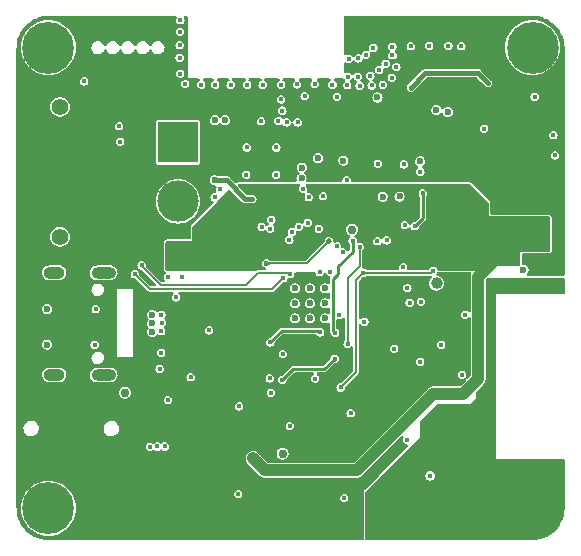
<source format=gbr>
%TF.GenerationSoftware,KiCad,Pcbnew,7.0.2*%
%TF.CreationDate,2023-10-17T14:13:15-04:00*%
%TF.ProjectId,BITSv5,42495453-7635-42e6-9b69-6361645f7063,rev?*%
%TF.SameCoordinates,Original*%
%TF.FileFunction,Copper,L3,Inr*%
%TF.FilePolarity,Positive*%
%FSLAX46Y46*%
G04 Gerber Fmt 4.6, Leading zero omitted, Abs format (unit mm)*
G04 Created by KiCad (PCBNEW 7.0.2) date 2023-10-17 14:13:15*
%MOMM*%
%LPD*%
G01*
G04 APERTURE LIST*
%TA.AperFunction,ComponentPad*%
%ADD10C,0.600000*%
%TD*%
%TA.AperFunction,ComponentPad*%
%ADD11C,4.400000*%
%TD*%
%TA.AperFunction,ComponentPad*%
%ADD12O,2.100000X1.000000*%
%TD*%
%TA.AperFunction,ComponentPad*%
%ADD13O,1.800000X1.000000*%
%TD*%
%TA.AperFunction,ComponentPad*%
%ADD14C,1.400000*%
%TD*%
%TA.AperFunction,ComponentPad*%
%ADD15R,3.500000X3.500000*%
%TD*%
%TA.AperFunction,ComponentPad*%
%ADD16C,3.500000*%
%TD*%
%TA.AperFunction,ViaPad*%
%ADD17C,0.450000*%
%TD*%
%TA.AperFunction,ViaPad*%
%ADD18C,0.750000*%
%TD*%
%TA.AperFunction,ViaPad*%
%ADD19C,0.600000*%
%TD*%
%TA.AperFunction,ViaPad*%
%ADD20C,1.000000*%
%TD*%
%TA.AperFunction,Conductor*%
%ADD21C,0.200000*%
%TD*%
%TA.AperFunction,Conductor*%
%ADD22C,0.250000*%
%TD*%
%TA.AperFunction,Conductor*%
%ADD23C,1.000000*%
%TD*%
%TA.AperFunction,Conductor*%
%ADD24C,0.450000*%
%TD*%
G04 APERTURE END LIST*
D10*
%TO.N,GND*%
%TO.C,U1*%
X129105000Y-68123100D03*
X130380000Y-68123100D03*
X131655000Y-68123100D03*
X129105000Y-66848100D03*
X130380000Y-66848100D03*
X131655000Y-66848100D03*
X129105000Y-65573100D03*
X130380000Y-65573100D03*
X131655000Y-65573100D03*
%TD*%
D11*
%TO.N,N/C*%
%TO.C,H2*%
X108225000Y-84200000D03*
%TD*%
D12*
%TO.N,GND*%
%TO.C,J2*%
X112900100Y-64278102D03*
D13*
X108720100Y-64278102D03*
D12*
X112900100Y-72918102D03*
D13*
X108720100Y-72918102D03*
%TD*%
D14*
%TO.N,*%
%TO.C,BT1*%
X109205100Y-61223102D03*
X109205100Y-50223102D03*
D15*
%TO.N,+BATT*%
X119205100Y-53223102D03*
D16*
%TO.N,GND*%
X119205100Y-58223102D03*
%TD*%
D11*
%TO.N,GND*%
%TO.C,H3*%
X149225000Y-84200000D03*
%TD*%
%TO.N,N/C*%
%TO.C,H1*%
X108225000Y-45200000D03*
%TD*%
%TO.N,N/C*%
%TO.C,H4*%
X149225000Y-45200000D03*
%TD*%
D17*
%TO.N,+3V3*%
X131980000Y-61570000D03*
X127850000Y-66120000D03*
X137670000Y-49440000D03*
X136940000Y-50060000D03*
%TO.N,GND*%
X124366402Y-75571000D03*
X145110000Y-52070000D03*
X129320000Y-51530000D03*
%TO.N,/LVC_CUTOFF*%
X114300000Y-53180000D03*
%TO.N,GND*%
X118330000Y-64650000D03*
X119030000Y-66350000D03*
X120270000Y-73110000D03*
%TO.N,Net-(SW3-C)*%
X128030000Y-50530000D03*
X114210000Y-51860000D03*
%TO.N,/LED*%
X128080000Y-71150000D03*
%TO.N,GND*%
X111250000Y-48060000D03*
%TO.N,/RP_SWD*%
X116120000Y-63650000D03*
%TO.N,/RP_SWCLK*%
X115540000Y-64380000D03*
%TO.N,/RP_SWD*%
X128700000Y-64340000D03*
%TO.N,/RP_SWCLK*%
X128110000Y-64730000D03*
%TO.N,GND*%
X129911937Y-49298063D03*
X132660000Y-49360000D03*
%TO.N,+3V3*%
X135858068Y-66081932D03*
%TO.N,/DRF_SW*%
X128040000Y-73330000D03*
%TO.N,/DRF_TXEN*%
X127010000Y-70160000D03*
%TO.N,/DRF_BUSY*%
X134570000Y-62070000D03*
%TO.N,/DRF_DIO1*%
X133990000Y-61550000D03*
D18*
%TO.N,GND*%
X133930000Y-60620000D03*
D17*
%TO.N,/DRF_TXEN*%
X131231819Y-69308181D03*
%TO.N,GND*%
X140470000Y-45050000D03*
X138910000Y-45090000D03*
X137690000Y-46840000D03*
X137310000Y-47740000D03*
X136550000Y-48360000D03*
X135590000Y-48410000D03*
X134580000Y-48420000D03*
X133530000Y-48380000D03*
X132280000Y-48330000D03*
X130760000Y-48290000D03*
X129270000Y-48320000D03*
X127930000Y-48350000D03*
X126370000Y-48360000D03*
X125060000Y-48350000D03*
X123650000Y-48360000D03*
X122350000Y-48340000D03*
X121170000Y-48340000D03*
X119800000Y-48280000D03*
X119380000Y-47400000D03*
X119330000Y-46060000D03*
X119330000Y-44990000D03*
X119370000Y-43840000D03*
X119400000Y-42890000D03*
X135740000Y-45210000D03*
X135120000Y-45800000D03*
X134460000Y-46110000D03*
X133640000Y-46150000D03*
X133580000Y-47650000D03*
X134420000Y-47650000D03*
X135480000Y-47590000D03*
X136240000Y-47090000D03*
X136780000Y-46560000D03*
X137360000Y-45850000D03*
X137350000Y-45140000D03*
%TO.N,/RESET*%
X140820000Y-64090000D03*
%TO.N,/DRF_BUSY*%
X133560000Y-70290000D03*
%TO.N,+3V3*%
X121150000Y-80250000D03*
%TO.N,/SDA*%
X132076477Y-64181879D03*
%TO.N,/SCL*%
X131190327Y-64209620D03*
%TO.N,GND*%
X137500000Y-70690000D03*
%TO.N,/RESET*%
X132970000Y-73980000D03*
%TO.N,GND*%
X143510000Y-67810000D03*
X141490000Y-70360000D03*
X143250000Y-72900000D03*
X139710000Y-71800000D03*
%TO.N,+3V3*%
X135350000Y-76330000D03*
%TO.N,VCC*%
X127920000Y-49590000D03*
X131480000Y-57790000D03*
D19*
X131040000Y-54550000D03*
%TO.N,+BATT*%
X122310000Y-56440000D03*
%TO.N,VBUS*%
X129660000Y-56280000D03*
X129680000Y-55360000D03*
D17*
%TO.N,GND*%
X119520000Y-64660000D03*
X121830000Y-69150000D03*
%TO.N,+3V3*%
X121060000Y-68690000D03*
X126660000Y-63470000D03*
%TO.N,/DRF_DIO1*%
X132515000Y-69345000D03*
%TO.N,/DRF_SW*%
X132460000Y-71530000D03*
%TO.N,GND*%
X130800000Y-73220000D03*
X133810000Y-76160000D03*
X138600000Y-78430000D03*
X133270000Y-83340000D03*
%TO.N,+3V3*%
X114730000Y-77640000D03*
%TO.N,GND*%
X117780000Y-71020000D03*
X117780000Y-69220000D03*
X117820000Y-68480000D03*
X117790000Y-67820000D03*
%TO.N,+3V3*%
X120340000Y-70390000D03*
X127980000Y-71830000D03*
X130690000Y-71720000D03*
D19*
X133120000Y-72760000D03*
%TO.N,+5V*%
X119610000Y-61960000D03*
X118590000Y-61970000D03*
X118600000Y-62790000D03*
X119660000Y-62810000D03*
X119660000Y-63640000D03*
X118610000Y-63640000D03*
%TO.N,GND*%
X148450000Y-64020000D03*
%TO.N,+5V*%
X149450000Y-62020000D03*
X150260000Y-61310000D03*
X148720000Y-61340000D03*
X147840000Y-60120000D03*
X147050000Y-60100000D03*
X146030000Y-61340000D03*
X146040000Y-62250000D03*
X146040000Y-63180000D03*
%TO.N,+3V3*%
X149570000Y-56600000D03*
X150220000Y-57200000D03*
X148880000Y-57160000D03*
X147810000Y-58370000D03*
X146950000Y-58370000D03*
X146060000Y-57380000D03*
X146090000Y-56400000D03*
X146080000Y-55370000D03*
D17*
%TO.N,GND*%
X150980000Y-52610000D03*
X151120000Y-54330000D03*
%TO.N,Net-(BT2-+)*%
X149400000Y-49360000D03*
%TO.N,GND*%
X126280000Y-60380000D03*
X127000000Y-60530000D03*
%TO.N,+BATT*%
X125490000Y-58040000D03*
%TO.N,VBUS*%
X127100000Y-59790000D03*
%TO.N,Net-(BT2-+)*%
X138920000Y-48590000D03*
X145450000Y-48200000D03*
%TO.N,+3V3*%
X140490000Y-48660000D03*
X142020000Y-48600000D03*
X143570000Y-48610000D03*
%TO.N,/SCL*%
X143200000Y-45090000D03*
%TO.N,/SDA*%
X142090000Y-45060000D03*
%TO.N,GND*%
X143480000Y-75790000D03*
X142330000Y-75850000D03*
X141310000Y-75910000D03*
X140580000Y-76520000D03*
X140100000Y-77410000D03*
X139770000Y-78650000D03*
X138930000Y-79450000D03*
X138070000Y-80230000D03*
X137130000Y-81170000D03*
X136260000Y-82120000D03*
X135460000Y-82970000D03*
X135460000Y-84170000D03*
X135450000Y-85310000D03*
X135470000Y-86420000D03*
X151350000Y-65530000D03*
X150440000Y-65540000D03*
X149380000Y-65490000D03*
X148380000Y-65500000D03*
X147450000Y-65490000D03*
X146420000Y-65510000D03*
X145460000Y-66070000D03*
X145470000Y-67080000D03*
X145480000Y-67950000D03*
X145530000Y-69060000D03*
X145560000Y-70130000D03*
X145590000Y-71360000D03*
X145620000Y-72550000D03*
X145630000Y-73640000D03*
X145640000Y-74630000D03*
X150920000Y-80650000D03*
X149760000Y-80550000D03*
X148640000Y-80560000D03*
X147500000Y-80600000D03*
X146460000Y-80630000D03*
X145690000Y-80010000D03*
X145720000Y-78930000D03*
X145690000Y-75630000D03*
X144960000Y-75950000D03*
X144440000Y-76470000D03*
X143810000Y-77060000D03*
X143140000Y-77750000D03*
X142470000Y-78370000D03*
X141800000Y-79020000D03*
X141180000Y-79650000D03*
X145820000Y-77140000D03*
X145380000Y-77700000D03*
X144870000Y-78280000D03*
X144320000Y-78860000D03*
X143760000Y-79370000D03*
X143150000Y-79930000D03*
X142640000Y-80490000D03*
X142100000Y-81110000D03*
X141540000Y-81700000D03*
X141040000Y-82210000D03*
X140660000Y-80190000D03*
X140130000Y-80680000D03*
X139630000Y-81100000D03*
X139190000Y-81630000D03*
X138770000Y-82250000D03*
X138420000Y-83010000D03*
X138310000Y-83950000D03*
X138310000Y-84860000D03*
X138330000Y-85670000D03*
X138390000Y-86580000D03*
X140730000Y-86510000D03*
X140830000Y-85770000D03*
X140830000Y-85100000D03*
X140790000Y-84260000D03*
X140760000Y-83450000D03*
X140490000Y-82660000D03*
%TO.N,Net-(AE2-A)*%
X140540000Y-81460000D03*
%TO.N,/QSPI_SS*%
X127070000Y-74430000D03*
X128670000Y-77240000D03*
D18*
%TO.N,GND*%
X128050000Y-79580000D03*
%TO.N,+5V*%
X125550000Y-79980000D03*
D17*
%TO.N,/RESET*%
X124300000Y-83000000D03*
%TO.N,GND*%
X138620000Y-65550000D03*
X138810000Y-66800000D03*
X139770000Y-66720000D03*
X138260000Y-63780000D03*
X134980000Y-68400000D03*
X132860000Y-67850000D03*
%TO.N,/RESET*%
X134890000Y-64270000D03*
%TO.N,GND*%
X131120000Y-60530000D03*
%TO.N,/SDA*%
X133160000Y-62550000D03*
%TO.N,/SCL*%
X132664458Y-62034458D03*
%TO.N,/DRF_CS*%
X128626224Y-61453776D03*
%TO.N,/DRF_MISO*%
X130180000Y-60030000D03*
%TO.N,/DRF_CLK*%
X128840000Y-60840000D03*
%TO.N,/DRF_MOSI*%
X129440000Y-60378000D03*
D19*
%TO.N,GND*%
X141073000Y-50496899D03*
D17*
X124980000Y-55960000D03*
D19*
X139703000Y-54831899D03*
D17*
X129780000Y-57160000D03*
X118075000Y-78975000D03*
D19*
X122325000Y-51355000D03*
X108120100Y-67348102D03*
D17*
X127530000Y-53660000D03*
X117450000Y-78975000D03*
X128405000Y-51535000D03*
D19*
X133195000Y-54775000D03*
D17*
X130280000Y-57860000D03*
D19*
X136085000Y-49425000D03*
D17*
X118350000Y-75050000D03*
X116825000Y-79000000D03*
D18*
X114695000Y-74425000D03*
D19*
X137958000Y-57806899D03*
D17*
X126980000Y-73215600D03*
X126230000Y-51435000D03*
D19*
X108120100Y-70348102D03*
X142043000Y-50651899D03*
D17*
X122305000Y-57860000D03*
X125005000Y-53660000D03*
D20*
X141088101Y-65151899D03*
D17*
X127705000Y-51410000D03*
X122780000Y-57185000D03*
D19*
X136533000Y-57831899D03*
D17*
X127505000Y-55960000D03*
D19*
X123175000Y-51355000D03*
D17*
%TO.N,+3V3*%
X114400000Y-81625000D03*
D19*
X115025000Y-76525000D03*
D17*
%TO.N,VCC*%
X138403000Y-60226899D03*
%TO.N,Net-(U5-FB1)*%
X136860000Y-61520000D03*
X138323000Y-55086899D03*
%TO.N,Net-(U5-BIAS)*%
X136090000Y-61600000D03*
X136113000Y-55016899D03*
X139713000Y-55706899D03*
%TO.N,Net-(U5-VCC)*%
X139923000Y-57546899D03*
X139253000Y-60326899D03*
D19*
%TO.N,VBUS*%
X117005000Y-67825000D03*
X117005000Y-68555000D03*
X117015000Y-69295000D03*
D17*
%TO.N,Net-(J2-CC1)*%
X112245100Y-67348102D03*
%TO.N,/LED*%
X117637500Y-72400000D03*
%TO.N,/LVC_CUTOFF*%
X133473000Y-56416899D03*
%TO.N,Net-(J2-CC2)*%
X112145100Y-70348102D03*
%TD*%
D21*
%TO.N,+3V3*%
X130080000Y-63470000D02*
X126660000Y-63470000D01*
X131980000Y-61570000D02*
X130080000Y-63470000D01*
D22*
%TO.N,Net-(U5-VCC)*%
X139923000Y-59656899D02*
X139253000Y-60326899D01*
X139923000Y-57546899D02*
X139923000Y-59656899D01*
D21*
%TO.N,/RP_SWD*%
X116120000Y-63690000D02*
X116120000Y-63650000D01*
X117720000Y-65290000D02*
X116120000Y-63690000D01*
X124930000Y-65290000D02*
X117720000Y-65290000D01*
X128638000Y-64278000D02*
X125942000Y-64278000D01*
X125520000Y-64700000D02*
X124930000Y-65290000D01*
X125942000Y-64278000D02*
X125520000Y-64700000D01*
X128700000Y-64340000D02*
X128638000Y-64278000D01*
%TO.N,/RP_SWCLK*%
X127200000Y-65640000D02*
X116800000Y-65640000D01*
X128110000Y-64730000D02*
X127200000Y-65640000D01*
X116800000Y-65640000D02*
X115540000Y-64380000D01*
D22*
%TO.N,/DRF_TXEN*%
X127970000Y-69200000D02*
X127010000Y-70160000D01*
X131231819Y-69308181D02*
X131123638Y-69200000D01*
X131123638Y-69200000D02*
X127970000Y-69200000D01*
%TO.N,/DRF_DIO1*%
X132760000Y-64385000D02*
X132760000Y-63695420D01*
X133990000Y-62465420D02*
X133990000Y-61550000D01*
X132320000Y-64825000D02*
X132760000Y-64385000D01*
X132320000Y-69150000D02*
X132320000Y-64825000D01*
X132515000Y-69345000D02*
X132320000Y-69150000D01*
X132760000Y-63695420D02*
X133990000Y-62465420D01*
%TO.N,/DRF_SW*%
X132460000Y-71540000D02*
X132460000Y-71530000D01*
X131570000Y-72430000D02*
X132460000Y-71540000D01*
X128940000Y-72430000D02*
X131570000Y-72430000D01*
X128040000Y-73330000D02*
X128940000Y-72430000D01*
D21*
%TO.N,/DRF_BUSY*%
X134570000Y-63684775D02*
X134570000Y-62070000D01*
X133560000Y-64694775D02*
X134570000Y-63684775D01*
X133560000Y-70290000D02*
X133560000Y-64694775D01*
%TO.N,/RESET*%
X140640000Y-64270000D02*
X134890000Y-64270000D01*
X140820000Y-64090000D02*
X140640000Y-64270000D01*
X134260000Y-64900000D02*
X134890000Y-64270000D01*
X134260000Y-72690000D02*
X134260000Y-64900000D01*
X132970000Y-73980000D02*
X134260000Y-72690000D01*
D23*
%TO.N,+5V*%
X134328090Y-80997000D02*
X126567000Y-80997000D01*
X140805090Y-74520000D02*
X134328090Y-80997000D01*
X143350000Y-74520000D02*
X140805090Y-74520000D01*
X144607090Y-73262910D02*
X143350000Y-74520000D01*
X144607090Y-64612910D02*
X144607090Y-73262910D01*
X126567000Y-80997000D02*
X125550000Y-79980000D01*
X146040000Y-63180000D02*
X144607090Y-64612910D01*
D24*
%TO.N,+BATT*%
X123310000Y-56440000D02*
X124910000Y-58040000D01*
X124910000Y-58040000D02*
X125490000Y-58040000D01*
X122310000Y-56440000D02*
X123310000Y-56440000D01*
%TO.N,Net-(BT2-+)*%
X144610000Y-47360000D02*
X140150000Y-47360000D01*
X145450000Y-48200000D02*
X144610000Y-47360000D01*
X140150000Y-47360000D02*
X138920000Y-48590000D01*
%TD*%
%TA.AperFunction,Conductor*%
%TO.N,GND*%
G36*
X151867539Y-64689685D02*
G01*
X151913294Y-64742489D01*
X151924500Y-64794000D01*
X151924500Y-65956000D01*
X151904815Y-66023039D01*
X151852011Y-66068794D01*
X151800500Y-66080000D01*
X146090000Y-66080000D01*
X146090000Y-80030000D01*
X151800500Y-80030000D01*
X151867539Y-80049685D01*
X151913294Y-80102489D01*
X151924500Y-80154000D01*
X151924500Y-84196519D01*
X151924305Y-84203472D01*
X151907916Y-84495296D01*
X151906359Y-84509114D01*
X151857984Y-84793827D01*
X151854890Y-84807384D01*
X151774939Y-85084899D01*
X151770346Y-85098024D01*
X151659830Y-85364834D01*
X151653797Y-85377362D01*
X151514100Y-85630125D01*
X151506702Y-85641899D01*
X151339584Y-85877430D01*
X151330914Y-85888302D01*
X151138475Y-86103642D01*
X151128642Y-86113475D01*
X150913302Y-86305914D01*
X150902430Y-86314584D01*
X150666899Y-86481702D01*
X150655125Y-86489100D01*
X150402362Y-86628797D01*
X150389834Y-86634830D01*
X150123024Y-86745346D01*
X150109899Y-86749939D01*
X149832384Y-86829890D01*
X149818827Y-86832984D01*
X149534114Y-86881359D01*
X149520296Y-86882916D01*
X149228472Y-86899305D01*
X149221519Y-86899500D01*
X135184000Y-86899500D01*
X135116961Y-86879815D01*
X135071206Y-86827011D01*
X135060000Y-86775500D01*
X135060000Y-82831361D01*
X135079685Y-82764322D01*
X135096314Y-82743685D01*
X136380000Y-81460000D01*
X140139999Y-81460000D01*
X140159576Y-81583605D01*
X140159576Y-81583606D01*
X140159577Y-81583607D01*
X140216393Y-81695114D01*
X140304886Y-81783607D01*
X140416393Y-81840423D01*
X140478196Y-81850211D01*
X140539999Y-81860000D01*
X140539999Y-81859999D01*
X140540000Y-81860000D01*
X140663607Y-81840423D01*
X140775114Y-81783607D01*
X140863607Y-81695114D01*
X140920423Y-81583607D01*
X140940000Y-81460000D01*
X140920423Y-81336393D01*
X140863607Y-81224886D01*
X140775114Y-81136393D01*
X140663607Y-81079577D01*
X140663606Y-81079576D01*
X140663605Y-81079576D01*
X140539999Y-81059999D01*
X140416394Y-81079576D01*
X140304884Y-81136394D01*
X140216394Y-81224884D01*
X140159576Y-81336394D01*
X140139999Y-81460000D01*
X136380000Y-81460000D01*
X136600000Y-81240000D01*
X139670000Y-78150000D01*
X139670000Y-76911361D01*
X139689685Y-76844323D01*
X139706319Y-76823681D01*
X141093681Y-75436319D01*
X141155004Y-75402834D01*
X141181362Y-75400000D01*
X143930000Y-75400000D01*
X144470000Y-74860000D01*
X144470000Y-74338779D01*
X144489685Y-74271741D01*
X144506319Y-74251099D01*
X144737181Y-74020237D01*
X144992134Y-73765283D01*
X145008280Y-73752349D01*
X145010249Y-73750251D01*
X145010252Y-73750250D01*
X145056474Y-73701027D01*
X145059091Y-73698326D01*
X145078713Y-73678706D01*
X145081176Y-73675529D01*
X145088774Y-73666630D01*
X145118783Y-73634677D01*
X145128482Y-73617032D01*
X145139161Y-73600774D01*
X145151498Y-73584872D01*
X145168905Y-73544644D01*
X145174041Y-73534161D01*
X145195162Y-73495744D01*
X145200167Y-73476250D01*
X145206473Y-73457833D01*
X145214463Y-73439370D01*
X145214462Y-73439370D01*
X145214464Y-73439368D01*
X145221321Y-73396065D01*
X145223686Y-73384646D01*
X145234590Y-73342182D01*
X145234590Y-73322051D01*
X145236117Y-73302652D01*
X145239265Y-73282777D01*
X145235140Y-73239140D01*
X145234590Y-73227471D01*
X145234590Y-64924190D01*
X145254275Y-64857151D01*
X145270900Y-64836518D01*
X145401102Y-64706316D01*
X145462423Y-64672834D01*
X145488781Y-64670000D01*
X151800500Y-64670000D01*
X151867539Y-64689685D01*
G37*
%TD.AperFunction*%
%TD*%
%TA.AperFunction,Conductor*%
%TO.N,+5V*%
G36*
X124641927Y-58274169D02*
G01*
X124647072Y-58282045D01*
X124670144Y-58300002D01*
X124681213Y-58309777D01*
X124697145Y-58321151D01*
X124701254Y-58324214D01*
X124739909Y-58354301D01*
X124739910Y-58354301D01*
X124745838Y-58358915D01*
X124753040Y-58361059D01*
X124753043Y-58361061D01*
X124800000Y-58375041D01*
X124804823Y-58376586D01*
X124851178Y-58392500D01*
X124851180Y-58392500D01*
X124858287Y-58394940D01*
X124865794Y-58394629D01*
X124865796Y-58394630D01*
X124912252Y-58392708D01*
X124914729Y-58392606D01*
X124919853Y-58392500D01*
X125452500Y-58392500D01*
X125471897Y-58394026D01*
X125490000Y-58396894D01*
X125508102Y-58394026D01*
X125511808Y-58393735D01*
X125546565Y-58387934D01*
X125546564Y-58387933D01*
X125600000Y-58379471D01*
X125600000Y-62290000D01*
X123050000Y-62290000D01*
X121250000Y-64090000D01*
X118264000Y-64090000D01*
X118196961Y-64070315D01*
X118151206Y-64017511D01*
X118140000Y-63966000D01*
X118140000Y-61704000D01*
X118159685Y-61636961D01*
X118212489Y-61591206D01*
X118264000Y-61580000D01*
X120420000Y-61580000D01*
X120420000Y-60371362D01*
X120439685Y-60304323D01*
X120456319Y-60283681D01*
X122470000Y-58270000D01*
X124638541Y-58270000D01*
X124641927Y-58274169D01*
G37*
%TD.AperFunction*%
%TD*%
%TA.AperFunction,Conductor*%
%TO.N,+3V3*%
G36*
X119067529Y-42520185D02*
G01*
X119113284Y-42572989D01*
X119123228Y-42642147D01*
X119110975Y-42680794D01*
X119060573Y-42779713D01*
X119043105Y-42889999D01*
X119060573Y-43000285D01*
X119111266Y-43099777D01*
X119190222Y-43178733D01*
X119289714Y-43229426D01*
X119357425Y-43240151D01*
X119389589Y-43255398D01*
X119412574Y-43244902D01*
X119510286Y-43229426D01*
X119609777Y-43178733D01*
X119688733Y-43099777D01*
X119739426Y-43000286D01*
X119756894Y-42890000D01*
X119739426Y-42779714D01*
X119739426Y-42779713D01*
X119689025Y-42680794D01*
X119676129Y-42612125D01*
X119702406Y-42547385D01*
X119759513Y-42507128D01*
X119799510Y-42500500D01*
X119889600Y-42500500D01*
X119956639Y-42520185D01*
X120002394Y-42572989D01*
X120013600Y-42624500D01*
X120013600Y-47811751D01*
X119993915Y-47878790D01*
X119941111Y-47924545D01*
X119871953Y-47934489D01*
X119870202Y-47934224D01*
X119800000Y-47923105D01*
X119689714Y-47940573D01*
X119590222Y-47991266D01*
X119511266Y-48070222D01*
X119460573Y-48169714D01*
X119443105Y-48280000D01*
X119460573Y-48390285D01*
X119511266Y-48489777D01*
X119590222Y-48568733D01*
X119668728Y-48608733D01*
X119689714Y-48619426D01*
X119800000Y-48636894D01*
X119910286Y-48619426D01*
X120009777Y-48568733D01*
X120088733Y-48489777D01*
X120139426Y-48390286D01*
X120156894Y-48280000D01*
X120139426Y-48169714D01*
X120124399Y-48140222D01*
X120088733Y-48070222D01*
X120035192Y-48016681D01*
X120001707Y-47955358D01*
X120006691Y-47885666D01*
X120048563Y-47829733D01*
X120114027Y-47805316D01*
X120122873Y-47805000D01*
X120927051Y-47805000D01*
X120994090Y-47824685D01*
X121039845Y-47877489D01*
X121049789Y-47946647D01*
X121020764Y-48010203D01*
X120983346Y-48039485D01*
X120960221Y-48051267D01*
X120881266Y-48130222D01*
X120830573Y-48229714D01*
X120813105Y-48339999D01*
X120830573Y-48450285D01*
X120881266Y-48549777D01*
X120960222Y-48628733D01*
X121028141Y-48663339D01*
X121059714Y-48679426D01*
X121170000Y-48696894D01*
X121280286Y-48679426D01*
X121379777Y-48628733D01*
X121458733Y-48549777D01*
X121509426Y-48450286D01*
X121526894Y-48340000D01*
X121518974Y-48289999D01*
X121509426Y-48229714D01*
X121458733Y-48130222D01*
X121379778Y-48051267D01*
X121356654Y-48039485D01*
X121305858Y-47991510D01*
X121289063Y-47923689D01*
X121311600Y-47857554D01*
X121366316Y-47814103D01*
X121412949Y-47805000D01*
X122107051Y-47805000D01*
X122174090Y-47824685D01*
X122219845Y-47877489D01*
X122229789Y-47946647D01*
X122200764Y-48010203D01*
X122163346Y-48039485D01*
X122140221Y-48051267D01*
X122061266Y-48130222D01*
X122010573Y-48229714D01*
X121993105Y-48339999D01*
X122010573Y-48450285D01*
X122061266Y-48549777D01*
X122140222Y-48628733D01*
X122208141Y-48663339D01*
X122239714Y-48679426D01*
X122350000Y-48696894D01*
X122460286Y-48679426D01*
X122559777Y-48628733D01*
X122638733Y-48549777D01*
X122689426Y-48450286D01*
X122706894Y-48340000D01*
X122698974Y-48289999D01*
X122689426Y-48229714D01*
X122638733Y-48130222D01*
X122559778Y-48051267D01*
X122536654Y-48039485D01*
X122485858Y-47991510D01*
X122469063Y-47923689D01*
X122491600Y-47857554D01*
X122546316Y-47814103D01*
X122592949Y-47805000D01*
X123446304Y-47805000D01*
X123513343Y-47824685D01*
X123559098Y-47877489D01*
X123569042Y-47946647D01*
X123540017Y-48010203D01*
X123502598Y-48039485D01*
X123440222Y-48071266D01*
X123361266Y-48150222D01*
X123310573Y-48249714D01*
X123293105Y-48360000D01*
X123310573Y-48470285D01*
X123361266Y-48569777D01*
X123440222Y-48648733D01*
X123539714Y-48699426D01*
X123649999Y-48716894D01*
X123649999Y-48716893D01*
X123650000Y-48716894D01*
X123760286Y-48699426D01*
X123859777Y-48648733D01*
X123938733Y-48569777D01*
X123989426Y-48470286D01*
X124006894Y-48360000D01*
X124005109Y-48348733D01*
X123989426Y-48249714D01*
X123938733Y-48150222D01*
X123859777Y-48071266D01*
X123797402Y-48039485D01*
X123746605Y-47991511D01*
X123729810Y-47923690D01*
X123752347Y-47857555D01*
X123807062Y-47814103D01*
X123853696Y-47805000D01*
X124836678Y-47805000D01*
X124903717Y-47824685D01*
X124949472Y-47877489D01*
X124959416Y-47946647D01*
X124930391Y-48010203D01*
X124892972Y-48039485D01*
X124850222Y-48061266D01*
X124771266Y-48140222D01*
X124720573Y-48239714D01*
X124703105Y-48350000D01*
X124720573Y-48460285D01*
X124771266Y-48559777D01*
X124850222Y-48638733D01*
X124912071Y-48670246D01*
X124949714Y-48689426D01*
X125060000Y-48706894D01*
X125170286Y-48689426D01*
X125269777Y-48638733D01*
X125348733Y-48559777D01*
X125399426Y-48460286D01*
X125416894Y-48350000D01*
X125411863Y-48318239D01*
X125399426Y-48239714D01*
X125348733Y-48140222D01*
X125269777Y-48061266D01*
X125227028Y-48039485D01*
X125176232Y-47991511D01*
X125159436Y-47923690D01*
X125181973Y-47857555D01*
X125236688Y-47814103D01*
X125283322Y-47805000D01*
X126166304Y-47805000D01*
X126233343Y-47824685D01*
X126279098Y-47877489D01*
X126289042Y-47946647D01*
X126260017Y-48010203D01*
X126222598Y-48039485D01*
X126160222Y-48071266D01*
X126081266Y-48150222D01*
X126030573Y-48249714D01*
X126013105Y-48360000D01*
X126030573Y-48470285D01*
X126081266Y-48569777D01*
X126160222Y-48648733D01*
X126259714Y-48699426D01*
X126369999Y-48716894D01*
X126369999Y-48716893D01*
X126370000Y-48716894D01*
X126480286Y-48699426D01*
X126579777Y-48648733D01*
X126658733Y-48569777D01*
X126709426Y-48470286D01*
X126726894Y-48360000D01*
X126725109Y-48348733D01*
X126709426Y-48249714D01*
X126658733Y-48150222D01*
X126579777Y-48071266D01*
X126517402Y-48039485D01*
X126466605Y-47991511D01*
X126449810Y-47923690D01*
X126472347Y-47857555D01*
X126527062Y-47814103D01*
X126573696Y-47805000D01*
X127706678Y-47805000D01*
X127773717Y-47824685D01*
X127819472Y-47877489D01*
X127829416Y-47946647D01*
X127800391Y-48010203D01*
X127762972Y-48039485D01*
X127720222Y-48061266D01*
X127641266Y-48140222D01*
X127590573Y-48239714D01*
X127573105Y-48349999D01*
X127590573Y-48460285D01*
X127641266Y-48559777D01*
X127720222Y-48638733D01*
X127782071Y-48670246D01*
X127819714Y-48689426D01*
X127930000Y-48706894D01*
X128040286Y-48689426D01*
X128139777Y-48638733D01*
X128218733Y-48559777D01*
X128269426Y-48460286D01*
X128286894Y-48350000D01*
X128281863Y-48318239D01*
X128269426Y-48239714D01*
X128218733Y-48140222D01*
X128139777Y-48061266D01*
X128097028Y-48039485D01*
X128046232Y-47991511D01*
X128029436Y-47923690D01*
X128051973Y-47857555D01*
X128106688Y-47814103D01*
X128153322Y-47805000D01*
X128987799Y-47805000D01*
X129054838Y-47824685D01*
X129100593Y-47877489D01*
X129110537Y-47946647D01*
X129081512Y-48010203D01*
X129073333Y-48016602D01*
X129074110Y-48017379D01*
X128981266Y-48110222D01*
X128930573Y-48209714D01*
X128913105Y-48320000D01*
X128930573Y-48430285D01*
X128981266Y-48529777D01*
X129060222Y-48608733D01*
X129135118Y-48646894D01*
X129159714Y-48659426D01*
X129270000Y-48676894D01*
X129380286Y-48659426D01*
X129479777Y-48608733D01*
X129558733Y-48529777D01*
X129609426Y-48430286D01*
X129626894Y-48320000D01*
X129609426Y-48209714D01*
X129604590Y-48200222D01*
X129558733Y-48110222D01*
X129465890Y-48017379D01*
X129469100Y-48014168D01*
X129445112Y-47991514D01*
X129428315Y-47923693D01*
X129450850Y-47857557D01*
X129505564Y-47814104D01*
X129552201Y-47805000D01*
X130447127Y-47805000D01*
X130514166Y-47824685D01*
X130559921Y-47877489D01*
X130569865Y-47946647D01*
X130540840Y-48010203D01*
X130534808Y-48016681D01*
X130471266Y-48080222D01*
X130420573Y-48179714D01*
X130403105Y-48289999D01*
X130420573Y-48400285D01*
X130471266Y-48499777D01*
X130550222Y-48578733D01*
X130649714Y-48629426D01*
X130759999Y-48646894D01*
X130759999Y-48646893D01*
X130760000Y-48646894D01*
X130870286Y-48629426D01*
X130969777Y-48578733D01*
X131048733Y-48499777D01*
X131099426Y-48400286D01*
X131116894Y-48290000D01*
X131112262Y-48260758D01*
X131099426Y-48179714D01*
X131048733Y-48080222D01*
X130985192Y-48016681D01*
X130951707Y-47955358D01*
X130956691Y-47885666D01*
X130998563Y-47829733D01*
X131064027Y-47805316D01*
X131072873Y-47805000D01*
X132017425Y-47805000D01*
X132084464Y-47824685D01*
X132130219Y-47877489D01*
X132140163Y-47946647D01*
X132111138Y-48010203D01*
X132073720Y-48039485D01*
X132070221Y-48041267D01*
X131991266Y-48120222D01*
X131940573Y-48219714D01*
X131923105Y-48329999D01*
X131940573Y-48440285D01*
X131991266Y-48539777D01*
X132070222Y-48618733D01*
X132169714Y-48669426D01*
X132279999Y-48686894D01*
X132279999Y-48686893D01*
X132280000Y-48686894D01*
X132390286Y-48669426D01*
X132489777Y-48618733D01*
X132568733Y-48539777D01*
X132619426Y-48440286D01*
X132636894Y-48330000D01*
X132636879Y-48329908D01*
X132619426Y-48219714D01*
X132568733Y-48120222D01*
X132489778Y-48041267D01*
X132486280Y-48039485D01*
X132435484Y-47991510D01*
X132418689Y-47923689D01*
X132441226Y-47857555D01*
X132495941Y-47814103D01*
X132542575Y-47805000D01*
X133187369Y-47805000D01*
X133254408Y-47824685D01*
X133275391Y-47847877D01*
X133277379Y-47845890D01*
X133333808Y-47902319D01*
X133367293Y-47963642D01*
X133362309Y-48033334D01*
X133333808Y-48077681D01*
X133241266Y-48170222D01*
X133190573Y-48269714D01*
X133173105Y-48380000D01*
X133190573Y-48490285D01*
X133241266Y-48589777D01*
X133320222Y-48668733D01*
X133419714Y-48719426D01*
X133529999Y-48736894D01*
X133529999Y-48736893D01*
X133530000Y-48736894D01*
X133640286Y-48719426D01*
X133739777Y-48668733D01*
X133818733Y-48589777D01*
X133869426Y-48490286D01*
X133886894Y-48380000D01*
X133869426Y-48269714D01*
X133839114Y-48210223D01*
X133818733Y-48170222D01*
X133776192Y-48127681D01*
X133742707Y-48066358D01*
X133747691Y-47996666D01*
X133776192Y-47952319D01*
X133868732Y-47859778D01*
X133869865Y-47857555D01*
X133889514Y-47818989D01*
X133937486Y-47768195D01*
X134005307Y-47751398D01*
X134071442Y-47773934D01*
X134110484Y-47818989D01*
X134131267Y-47859778D01*
X134210221Y-47938732D01*
X134210223Y-47938733D01*
X134291692Y-47980243D01*
X134342488Y-48028216D01*
X134359284Y-48096037D01*
X134336747Y-48162172D01*
X134323080Y-48178408D01*
X134291267Y-48210221D01*
X134240573Y-48309714D01*
X134223105Y-48420000D01*
X134240573Y-48530285D01*
X134291266Y-48629777D01*
X134370222Y-48708733D01*
X134469714Y-48759426D01*
X134579999Y-48776894D01*
X134579999Y-48776893D01*
X134580000Y-48776894D01*
X134690286Y-48759426D01*
X134789777Y-48708733D01*
X134868733Y-48629777D01*
X134919426Y-48530286D01*
X134936894Y-48420000D01*
X134935604Y-48411858D01*
X134919426Y-48309714D01*
X134868733Y-48210222D01*
X134789777Y-48131266D01*
X134708307Y-48089756D01*
X134657511Y-48041782D01*
X134640715Y-47973961D01*
X134663252Y-47907826D01*
X134676921Y-47891589D01*
X134708733Y-47859777D01*
X134752472Y-47773934D01*
X134759426Y-47760286D01*
X134776894Y-47650000D01*
X134767391Y-47590000D01*
X135123105Y-47590000D01*
X135140573Y-47700285D01*
X135191266Y-47799777D01*
X135270221Y-47878732D01*
X135270223Y-47878733D01*
X135351692Y-47920243D01*
X135402488Y-47968216D01*
X135419284Y-48036037D01*
X135396747Y-48102172D01*
X135383080Y-48118409D01*
X135301265Y-48200223D01*
X135250573Y-48299714D01*
X135233105Y-48410000D01*
X135250573Y-48520285D01*
X135301266Y-48619777D01*
X135380222Y-48698733D01*
X135420835Y-48719426D01*
X135479714Y-48749426D01*
X135590000Y-48766894D01*
X135700286Y-48749426D01*
X135799777Y-48698733D01*
X135878733Y-48619777D01*
X135929426Y-48520286D01*
X135946894Y-48410000D01*
X135945355Y-48400286D01*
X135938974Y-48360000D01*
X136193105Y-48360000D01*
X136210573Y-48470285D01*
X136261266Y-48569777D01*
X136340222Y-48648733D01*
X136406901Y-48682707D01*
X136439714Y-48699426D01*
X136550000Y-48716894D01*
X136660286Y-48699426D01*
X136759777Y-48648733D01*
X136818511Y-48589999D01*
X138563106Y-48589999D01*
X138567521Y-48617878D01*
X138568940Y-48632142D01*
X138570070Y-48659426D01*
X138570232Y-48663339D01*
X138572927Y-48670246D01*
X138579880Y-48695911D01*
X138580573Y-48700285D01*
X138595179Y-48728951D01*
X138600210Y-48740167D01*
X138612996Y-48772933D01*
X138615204Y-48775540D01*
X138631068Y-48799387D01*
X138631267Y-48799777D01*
X138656813Y-48825323D01*
X138663743Y-48832850D01*
X138686144Y-48859299D01*
X138689256Y-48862973D01*
X138708141Y-48877672D01*
X138710222Y-48878732D01*
X138710223Y-48878733D01*
X138745930Y-48896926D01*
X138753081Y-48900873D01*
X138790092Y-48922927D01*
X138790094Y-48922927D01*
X138792730Y-48924498D01*
X138804251Y-48928560D01*
X138809711Y-48929424D01*
X138809714Y-48929426D01*
X138853195Y-48936312D01*
X138859207Y-48937418D01*
X138905231Y-48947069D01*
X138905234Y-48947068D01*
X138911112Y-48948301D01*
X138919997Y-48946893D01*
X138920000Y-48946894D01*
X138967392Y-48939387D01*
X138971388Y-48938821D01*
X139021972Y-48932517D01*
X139021972Y-48932516D01*
X139024947Y-48932146D01*
X139030285Y-48929426D01*
X139030286Y-48929426D01*
X139077402Y-48905419D01*
X139127662Y-48880849D01*
X140259691Y-47748819D01*
X140321015Y-47715334D01*
X140347373Y-47712500D01*
X144412627Y-47712500D01*
X144479666Y-47732185D01*
X144500308Y-47748819D01*
X144830916Y-48079426D01*
X145161267Y-48409777D01*
X145240223Y-48488733D01*
X145258324Y-48497955D01*
X145274074Y-48507517D01*
X145293043Y-48521061D01*
X145301940Y-48523709D01*
X145307768Y-48525445D01*
X145328681Y-48533805D01*
X145339710Y-48539424D01*
X145339714Y-48539426D01*
X145363699Y-48543225D01*
X145379659Y-48546847D01*
X145405796Y-48554629D01*
X145417176Y-48554158D01*
X145441698Y-48555578D01*
X145450000Y-48556894D01*
X145477879Y-48552477D01*
X145492153Y-48551057D01*
X145523339Y-48549768D01*
X145530246Y-48547072D01*
X145555916Y-48540117D01*
X145560286Y-48539426D01*
X145588965Y-48524812D01*
X145600151Y-48519794D01*
X145632934Y-48507003D01*
X145635541Y-48504794D01*
X145659395Y-48488927D01*
X145659777Y-48488733D01*
X145685321Y-48463187D01*
X145692864Y-48456244D01*
X145699900Y-48450285D01*
X145722706Y-48430970D01*
X145722706Y-48430968D01*
X145722972Y-48430744D01*
X145737672Y-48411858D01*
X145738731Y-48409778D01*
X145738733Y-48409777D01*
X145756928Y-48374065D01*
X145760877Y-48366909D01*
X145782927Y-48329908D01*
X145782927Y-48329903D01*
X145784499Y-48327267D01*
X145788560Y-48315748D01*
X145789424Y-48310288D01*
X145789426Y-48310286D01*
X145796314Y-48266789D01*
X145797415Y-48260803D01*
X145807069Y-48214768D01*
X145807068Y-48214764D01*
X145808301Y-48208888D01*
X145806893Y-48200002D01*
X145806894Y-48200000D01*
X145799389Y-48152624D01*
X145798819Y-48148591D01*
X145797776Y-48140222D01*
X145792517Y-48098028D01*
X145792515Y-48098025D01*
X145792145Y-48095051D01*
X145765406Y-48042571D01*
X145740847Y-47992336D01*
X144894201Y-47145691D01*
X144878077Y-47125837D01*
X144872929Y-47117957D01*
X144872927Y-47117955D01*
X144849849Y-47099993D01*
X144838790Y-47090226D01*
X144822849Y-47078844D01*
X144818745Y-47075783D01*
X144774162Y-47041083D01*
X144720041Y-47024970D01*
X144715165Y-47023408D01*
X144661713Y-47005059D01*
X144605271Y-47007394D01*
X144600147Y-47007500D01*
X140199420Y-47007500D01*
X140173974Y-47004861D01*
X140164769Y-47002931D01*
X140135752Y-47006548D01*
X140121016Y-47007462D01*
X140101713Y-47010683D01*
X140096650Y-47011420D01*
X140040573Y-47018411D01*
X139990907Y-47045289D01*
X139986351Y-47047634D01*
X139935588Y-47072451D01*
X139930496Y-47077981D01*
X139930496Y-47077982D01*
X139919432Y-47090000D01*
X139897326Y-47114013D01*
X139893779Y-47117709D01*
X138673907Y-48337580D01*
X138673903Y-48337586D01*
X138631266Y-48380222D01*
X138622041Y-48398327D01*
X138612478Y-48414078D01*
X138598938Y-48433042D01*
X138594552Y-48447775D01*
X138586197Y-48468677D01*
X138580574Y-48479712D01*
X138580573Y-48479714D01*
X138580574Y-48479714D01*
X138578078Y-48495474D01*
X138576777Y-48503685D01*
X138573150Y-48519659D01*
X138565369Y-48545796D01*
X138565840Y-48557187D01*
X138564421Y-48581694D01*
X138563106Y-48589999D01*
X136818511Y-48589999D01*
X136838733Y-48569777D01*
X136889426Y-48470286D01*
X136906894Y-48360000D01*
X136905109Y-48348733D01*
X136889426Y-48249714D01*
X136838733Y-48150222D01*
X136759777Y-48071266D01*
X136660285Y-48020573D01*
X136550000Y-48003105D01*
X136439714Y-48020573D01*
X136340222Y-48071266D01*
X136261266Y-48150222D01*
X136210573Y-48249714D01*
X136193105Y-48360000D01*
X135938974Y-48360000D01*
X135929426Y-48299714D01*
X135878733Y-48200222D01*
X135799777Y-48121266D01*
X135718307Y-48079756D01*
X135667511Y-48031782D01*
X135650715Y-47963961D01*
X135673252Y-47897826D01*
X135686920Y-47881589D01*
X135689774Y-47878734D01*
X135689777Y-47878733D01*
X135768733Y-47799777D01*
X135799191Y-47739999D01*
X136953105Y-47739999D01*
X136970573Y-47850285D01*
X137021266Y-47949777D01*
X137100222Y-48028733D01*
X137181650Y-48070222D01*
X137199714Y-48079426D01*
X137310000Y-48096894D01*
X137420286Y-48079426D01*
X137519777Y-48028733D01*
X137598733Y-47949777D01*
X137649426Y-47850286D01*
X137666894Y-47740000D01*
X137649426Y-47629714D01*
X137603569Y-47539714D01*
X137598733Y-47530222D01*
X137519777Y-47451266D01*
X137420285Y-47400573D01*
X137310000Y-47383105D01*
X137199714Y-47400573D01*
X137100222Y-47451266D01*
X137021266Y-47530222D01*
X136970573Y-47629714D01*
X136953105Y-47739999D01*
X135799191Y-47739999D01*
X135819426Y-47700286D01*
X135836894Y-47590000D01*
X135820452Y-47486198D01*
X135829407Y-47416904D01*
X135874403Y-47363452D01*
X135941154Y-47342812D01*
X136008468Y-47361536D01*
X136029943Y-47378591D01*
X136105138Y-47416904D01*
X136129714Y-47429426D01*
X136240000Y-47446894D01*
X136350286Y-47429426D01*
X136449777Y-47378733D01*
X136528733Y-47299777D01*
X136579426Y-47200286D01*
X136596858Y-47090226D01*
X136596894Y-47090001D01*
X136594990Y-47077982D01*
X136590758Y-47051261D01*
X136599712Y-46981971D01*
X136644707Y-46928518D01*
X136711458Y-46907877D01*
X136732628Y-46909390D01*
X136780000Y-46916894D01*
X136890286Y-46899426D01*
X136989777Y-46848733D01*
X136998511Y-46839999D01*
X137333105Y-46839999D01*
X137350573Y-46950285D01*
X137401266Y-47049777D01*
X137480222Y-47128733D01*
X137579713Y-47179425D01*
X137579714Y-47179426D01*
X137690000Y-47196894D01*
X137800286Y-47179426D01*
X137899777Y-47128733D01*
X137978733Y-47049777D01*
X138029426Y-46950286D01*
X138046894Y-46840000D01*
X138029426Y-46729714D01*
X137984493Y-46641527D01*
X137978733Y-46630222D01*
X137899777Y-46551266D01*
X137800285Y-46500573D01*
X137690000Y-46483105D01*
X137579714Y-46500573D01*
X137480222Y-46551266D01*
X137401267Y-46630221D01*
X137356939Y-46717221D01*
X137342980Y-46732000D01*
X137346018Y-46758471D01*
X137333105Y-46839999D01*
X136998511Y-46839999D01*
X137068733Y-46769777D01*
X137113061Y-46682777D01*
X137127018Y-46667999D01*
X137123981Y-46641527D01*
X137136894Y-46560000D01*
X137119426Y-46449714D01*
X137068733Y-46350223D01*
X137068732Y-46350222D01*
X137067870Y-46348530D01*
X137054974Y-46279861D01*
X137081250Y-46215120D01*
X137138357Y-46174863D01*
X137208162Y-46171871D01*
X137234650Y-46181750D01*
X137249714Y-46189426D01*
X137360000Y-46206894D01*
X137470286Y-46189426D01*
X137569777Y-46138733D01*
X137648733Y-46059777D01*
X137699426Y-45960286D01*
X137716894Y-45850000D01*
X137708052Y-45794178D01*
X137699426Y-45739714D01*
X137648733Y-45640222D01*
X137586192Y-45577681D01*
X137552707Y-45516358D01*
X137557691Y-45446666D01*
X137586192Y-45402319D01*
X137638733Y-45349777D01*
X137650387Y-45326904D01*
X137689426Y-45250286D01*
X137706894Y-45140000D01*
X137698974Y-45089999D01*
X138553105Y-45089999D01*
X138570573Y-45200285D01*
X138621266Y-45299777D01*
X138700222Y-45378733D01*
X138766139Y-45412319D01*
X138799714Y-45429426D01*
X138910000Y-45446894D01*
X139020286Y-45429426D01*
X139119777Y-45378733D01*
X139198733Y-45299777D01*
X139249426Y-45200286D01*
X139266894Y-45090000D01*
X139260558Y-45050000D01*
X140113105Y-45050000D01*
X140130573Y-45160285D01*
X140181266Y-45259777D01*
X140260222Y-45338733D01*
X140338728Y-45378733D01*
X140359714Y-45389426D01*
X140470000Y-45406894D01*
X140580286Y-45389426D01*
X140679777Y-45338733D01*
X140758733Y-45259777D01*
X140809426Y-45160286D01*
X140825310Y-45059999D01*
X141733105Y-45059999D01*
X141750573Y-45170285D01*
X141801266Y-45269777D01*
X141880222Y-45348733D01*
X141960088Y-45389426D01*
X141979714Y-45399426D01*
X142090000Y-45416894D01*
X142200286Y-45399426D01*
X142299777Y-45348733D01*
X142378733Y-45269777D01*
X142429426Y-45170286D01*
X142442142Y-45090000D01*
X142843105Y-45090000D01*
X142860573Y-45200285D01*
X142911266Y-45299777D01*
X142990222Y-45378733D01*
X143056139Y-45412319D01*
X143089714Y-45429426D01*
X143200000Y-45446894D01*
X143310286Y-45429426D01*
X143409777Y-45378733D01*
X143488733Y-45299777D01*
X143539426Y-45200286D01*
X143539471Y-45200000D01*
X146892506Y-45200000D01*
X146912461Y-45504452D01*
X146913251Y-45508423D01*
X146913252Y-45508431D01*
X146971191Y-45799710D01*
X146971193Y-45799717D01*
X146971984Y-45803694D01*
X146973284Y-45807525D01*
X146973288Y-45807538D01*
X147058988Y-46060000D01*
X147070057Y-46092607D01*
X147071850Y-46096243D01*
X147071853Y-46096250D01*
X147203205Y-46362607D01*
X147203211Y-46362618D01*
X147205001Y-46366247D01*
X147207252Y-46369616D01*
X147207255Y-46369621D01*
X147360345Y-46598736D01*
X147374508Y-46619932D01*
X147377183Y-46622982D01*
X147377189Y-46622990D01*
X147533534Y-46801266D01*
X147575678Y-46849322D01*
X147578726Y-46851995D01*
X147802009Y-47047810D01*
X147802015Y-47047814D01*
X147805068Y-47050492D01*
X147896023Y-47111266D01*
X148014188Y-47190222D01*
X148058753Y-47219999D01*
X148062386Y-47221790D01*
X148062392Y-47221794D01*
X148269097Y-47323729D01*
X148332393Y-47354943D01*
X148514924Y-47416904D01*
X148617461Y-47451711D01*
X148617463Y-47451711D01*
X148621306Y-47453016D01*
X148920548Y-47512539D01*
X149225000Y-47532494D01*
X149529452Y-47512539D01*
X149828694Y-47453016D01*
X150117607Y-47354943D01*
X150391247Y-47219999D01*
X150644932Y-47050492D01*
X150874322Y-46849322D01*
X151075492Y-46619932D01*
X151244999Y-46366247D01*
X151379943Y-46092607D01*
X151478016Y-45803694D01*
X151537539Y-45504452D01*
X151557494Y-45200000D01*
X151537539Y-44895548D01*
X151478016Y-44596306D01*
X151379943Y-44307393D01*
X151291838Y-44128733D01*
X151246794Y-44037392D01*
X151246790Y-44037386D01*
X151244999Y-44033753D01*
X151241643Y-44028731D01*
X151077751Y-43783449D01*
X151075492Y-43780068D01*
X151072814Y-43777015D01*
X151072810Y-43777009D01*
X150876995Y-43553726D01*
X150874322Y-43550678D01*
X150829873Y-43511697D01*
X150647990Y-43352189D01*
X150647982Y-43352183D01*
X150644932Y-43349508D01*
X150504087Y-43255398D01*
X150394621Y-43182255D01*
X150394616Y-43182252D01*
X150391247Y-43180001D01*
X150387618Y-43178211D01*
X150387607Y-43178205D01*
X150121250Y-43046853D01*
X150121243Y-43046850D01*
X150117607Y-43045057D01*
X150113760Y-43043751D01*
X149832538Y-42948288D01*
X149832525Y-42948284D01*
X149828694Y-42946984D01*
X149824717Y-42946193D01*
X149824710Y-42946191D01*
X149533431Y-42888252D01*
X149533423Y-42888251D01*
X149529452Y-42887461D01*
X149225000Y-42867506D01*
X149220957Y-42867771D01*
X148924590Y-42887196D01*
X148924588Y-42887196D01*
X148920548Y-42887461D01*
X148916577Y-42888250D01*
X148916568Y-42888252D01*
X148625289Y-42946191D01*
X148625278Y-42946193D01*
X148621306Y-42946984D01*
X148617477Y-42948283D01*
X148617461Y-42948288D01*
X148336239Y-43043751D01*
X148336232Y-43043753D01*
X148332393Y-43045057D01*
X148328761Y-43046847D01*
X148328749Y-43046853D01*
X148062392Y-43178205D01*
X148062374Y-43178214D01*
X148058753Y-43180001D01*
X148055390Y-43182247D01*
X148055378Y-43182255D01*
X147808449Y-43347248D01*
X147808440Y-43347254D01*
X147805068Y-43349508D01*
X147802024Y-43352177D01*
X147802009Y-43352189D01*
X147578726Y-43548004D01*
X147578718Y-43548011D01*
X147575678Y-43550678D01*
X147573011Y-43553718D01*
X147573004Y-43553726D01*
X147377189Y-43777009D01*
X147377177Y-43777024D01*
X147374508Y-43780068D01*
X147372254Y-43783440D01*
X147372248Y-43783449D01*
X147207255Y-44030378D01*
X147207247Y-44030390D01*
X147205001Y-44033753D01*
X147203214Y-44037374D01*
X147203205Y-44037392D01*
X147071853Y-44303749D01*
X147071847Y-44303761D01*
X147070057Y-44307393D01*
X147068753Y-44311232D01*
X147068751Y-44311239D01*
X146973288Y-44592461D01*
X146973283Y-44592477D01*
X146971984Y-44596306D01*
X146971193Y-44600278D01*
X146971191Y-44600289D01*
X146913252Y-44891568D01*
X146913250Y-44891577D01*
X146912461Y-44895548D01*
X146912196Y-44899588D01*
X146912196Y-44899590D01*
X146903667Y-45029714D01*
X146892506Y-45200000D01*
X143539471Y-45200000D01*
X143556894Y-45090000D01*
X143539426Y-44979714D01*
X143509646Y-44921267D01*
X143488733Y-44880222D01*
X143409777Y-44801266D01*
X143310285Y-44750573D01*
X143200000Y-44733105D01*
X143089714Y-44750573D01*
X142990222Y-44801266D01*
X142911266Y-44880222D01*
X142860573Y-44979714D01*
X142843105Y-45090000D01*
X142442142Y-45090000D01*
X142446894Y-45060000D01*
X142440760Y-45021275D01*
X142429426Y-44949714D01*
X142378733Y-44850222D01*
X142299777Y-44771266D01*
X142200285Y-44720573D01*
X142090000Y-44703105D01*
X141979714Y-44720573D01*
X141880222Y-44771266D01*
X141801266Y-44850222D01*
X141750573Y-44949714D01*
X141733105Y-45059999D01*
X140825310Y-45059999D01*
X140826894Y-45050000D01*
X140823554Y-45028915D01*
X140809426Y-44939714D01*
X140758733Y-44840222D01*
X140679777Y-44761266D01*
X140580285Y-44710573D01*
X140469999Y-44693105D01*
X140359714Y-44710573D01*
X140260222Y-44761266D01*
X140181266Y-44840222D01*
X140130573Y-44939714D01*
X140113105Y-45050000D01*
X139260558Y-45050000D01*
X139249426Y-44979714D01*
X139219646Y-44921267D01*
X139198733Y-44880222D01*
X139119777Y-44801266D01*
X139020285Y-44750573D01*
X138910000Y-44733105D01*
X138799714Y-44750573D01*
X138700222Y-44801266D01*
X138621266Y-44880222D01*
X138570573Y-44979714D01*
X138553105Y-45089999D01*
X137698974Y-45089999D01*
X137689426Y-45029714D01*
X137638733Y-44930222D01*
X137559777Y-44851266D01*
X137460285Y-44800573D01*
X137350000Y-44783105D01*
X137239714Y-44800573D01*
X137140222Y-44851266D01*
X137061266Y-44930222D01*
X137010573Y-45029714D01*
X136993105Y-45140000D01*
X137010573Y-45250285D01*
X137061266Y-45349777D01*
X137123808Y-45412319D01*
X137157293Y-45473642D01*
X137152309Y-45543334D01*
X137123808Y-45587681D01*
X137071266Y-45640222D01*
X137020573Y-45739714D01*
X137003105Y-45849999D01*
X137020573Y-45960285D01*
X137072129Y-46061470D01*
X137085025Y-46130139D01*
X137058748Y-46194879D01*
X137001642Y-46235136D01*
X136931836Y-46238128D01*
X136905350Y-46228249D01*
X136890285Y-46220573D01*
X136780000Y-46203105D01*
X136669714Y-46220573D01*
X136570222Y-46271266D01*
X136491266Y-46350222D01*
X136440573Y-46449714D01*
X136423105Y-46559999D01*
X136429241Y-46598736D01*
X136420287Y-46668030D01*
X136375291Y-46721482D01*
X136308539Y-46742122D01*
X136287370Y-46740608D01*
X136240000Y-46733105D01*
X136129714Y-46750573D01*
X136030222Y-46801266D01*
X135951266Y-46880222D01*
X135900573Y-46979714D01*
X135883105Y-47090000D01*
X135899546Y-47193802D01*
X135890591Y-47263096D01*
X135845595Y-47316547D01*
X135778844Y-47337187D01*
X135711530Y-47318462D01*
X135690056Y-47301408D01*
X135590285Y-47250573D01*
X135480000Y-47233105D01*
X135369714Y-47250573D01*
X135270222Y-47301266D01*
X135191266Y-47380222D01*
X135140573Y-47479714D01*
X135123105Y-47590000D01*
X134767391Y-47590000D01*
X134759426Y-47539714D01*
X134736400Y-47494522D01*
X134708733Y-47440222D01*
X134629777Y-47361266D01*
X134530285Y-47310573D01*
X134420000Y-47293105D01*
X134309714Y-47310573D01*
X134210222Y-47361266D01*
X134131267Y-47440221D01*
X134110485Y-47481010D01*
X134062511Y-47531806D01*
X133994690Y-47548601D01*
X133928555Y-47526064D01*
X133889515Y-47481010D01*
X133868732Y-47440221D01*
X133789777Y-47361266D01*
X133690285Y-47310573D01*
X133579999Y-47293105D01*
X133469713Y-47310573D01*
X133443894Y-47323729D01*
X133375224Y-47336625D01*
X133310484Y-47310348D01*
X133270228Y-47253241D01*
X133263600Y-47213244D01*
X133263600Y-46556184D01*
X133283285Y-46489145D01*
X133336089Y-46443390D01*
X133405247Y-46433446D01*
X133443893Y-46445698D01*
X133529714Y-46489426D01*
X133640000Y-46506894D01*
X133750286Y-46489426D01*
X133849777Y-46438733D01*
X133928733Y-46359777D01*
X133949704Y-46318617D01*
X133997678Y-46267821D01*
X134065499Y-46251025D01*
X134131634Y-46273562D01*
X134170674Y-46318615D01*
X134171266Y-46319777D01*
X134250222Y-46398733D01*
X134349714Y-46449426D01*
X134459999Y-46466894D01*
X134459999Y-46466893D01*
X134460000Y-46466894D01*
X134570286Y-46449426D01*
X134669777Y-46398733D01*
X134748733Y-46319777D01*
X134799426Y-46220286D01*
X134800280Y-46214887D01*
X134830209Y-46151754D01*
X134889520Y-46114823D01*
X134959383Y-46115819D01*
X134979044Y-46123799D01*
X135009714Y-46139426D01*
X135120000Y-46156894D01*
X135230286Y-46139426D01*
X135329777Y-46088733D01*
X135408733Y-46009777D01*
X135459426Y-45910286D01*
X135476894Y-45800000D01*
X135467995Y-45743815D01*
X135458378Y-45683096D01*
X135467332Y-45613802D01*
X135512328Y-45560350D01*
X135579080Y-45539710D01*
X135610221Y-45546952D01*
X135610316Y-45546354D01*
X135740000Y-45566894D01*
X135850286Y-45549426D01*
X135949777Y-45498733D01*
X136028733Y-45419777D01*
X136079426Y-45320286D01*
X136096894Y-45210000D01*
X136095950Y-45204043D01*
X136079426Y-45099714D01*
X136028733Y-45000222D01*
X135949777Y-44921266D01*
X135850285Y-44870573D01*
X135739999Y-44853105D01*
X135629714Y-44870573D01*
X135530222Y-44921266D01*
X135451266Y-45000222D01*
X135400573Y-45099714D01*
X135383105Y-45210000D01*
X135401621Y-45326904D01*
X135392666Y-45396198D01*
X135347670Y-45449650D01*
X135280919Y-45470289D01*
X135249778Y-45463047D01*
X135249684Y-45463646D01*
X135120000Y-45443105D01*
X135009714Y-45460573D01*
X134910222Y-45511266D01*
X134831266Y-45590222D01*
X134780573Y-45689713D01*
X134779718Y-45695115D01*
X134749786Y-45758249D01*
X134690473Y-45795178D01*
X134620611Y-45794178D01*
X134600951Y-45786198D01*
X134570285Y-45770573D01*
X134460000Y-45753105D01*
X134349714Y-45770573D01*
X134250222Y-45821266D01*
X134171266Y-45900222D01*
X134150293Y-45941384D01*
X134102318Y-45992179D01*
X134034497Y-46008974D01*
X133968363Y-45986436D01*
X133929324Y-45941382D01*
X133928732Y-45940221D01*
X133849777Y-45861266D01*
X133750285Y-45810573D01*
X133640000Y-45793105D01*
X133529713Y-45810573D01*
X133443894Y-45854300D01*
X133375225Y-45867196D01*
X133310484Y-45840919D01*
X133270228Y-45783812D01*
X133263600Y-45743815D01*
X133263600Y-42624500D01*
X133283285Y-42557461D01*
X133336089Y-42511706D01*
X133387600Y-42500500D01*
X149177405Y-42500500D01*
X149221519Y-42500500D01*
X149228472Y-42500695D01*
X149520306Y-42517084D01*
X149534103Y-42518638D01*
X149818827Y-42567015D01*
X149832382Y-42570108D01*
X149940535Y-42601267D01*
X150109899Y-42650060D01*
X150123025Y-42654653D01*
X150389841Y-42765172D01*
X150402355Y-42771198D01*
X150417763Y-42779714D01*
X150655125Y-42910899D01*
X150666899Y-42918297D01*
X150902430Y-43085415D01*
X150913302Y-43094085D01*
X151011964Y-43182255D01*
X151128642Y-43286524D01*
X151138475Y-43296357D01*
X151330914Y-43511697D01*
X151339584Y-43522569D01*
X151506702Y-43758100D01*
X151514100Y-43769874D01*
X151653797Y-44022637D01*
X151659830Y-44035165D01*
X151770346Y-44301975D01*
X151774939Y-44315100D01*
X151854890Y-44592615D01*
X151857984Y-44606172D01*
X151906359Y-44890885D01*
X151907916Y-44904703D01*
X151924305Y-45196526D01*
X151924500Y-45203479D01*
X151924500Y-64413500D01*
X151904815Y-64480539D01*
X151852011Y-64526294D01*
X151800500Y-64537500D01*
X148838769Y-64537500D01*
X148771730Y-64517815D01*
X148725975Y-64465011D01*
X148716031Y-64395853D01*
X148745055Y-64332299D01*
X148770350Y-64303106D01*
X148778549Y-64293644D01*
X148784561Y-64287186D01*
X148798528Y-64273220D01*
X148798529Y-64273217D01*
X148802087Y-64269660D01*
X148811695Y-64255392D01*
X148813334Y-64253501D01*
X148853363Y-64165848D01*
X148855658Y-64161094D01*
X148859719Y-64153126D01*
X148859719Y-64153123D01*
X148863948Y-64144824D01*
X148864399Y-64141681D01*
X148864401Y-64141679D01*
X148881896Y-64020000D01*
X148864401Y-63898321D01*
X148864400Y-63898319D01*
X148863948Y-63895174D01*
X148855660Y-63878907D01*
X148853367Y-63874160D01*
X148813334Y-63786499D01*
X148811687Y-63784598D01*
X148802083Y-63770335D01*
X148798157Y-63766409D01*
X148784566Y-63752818D01*
X148778547Y-63746353D01*
X148751278Y-63714883D01*
X148732832Y-63693595D01*
X148732831Y-63693594D01*
X148732830Y-63693593D01*
X148723086Y-63687331D01*
X148703728Y-63671731D01*
X148691470Y-63665485D01*
X148685512Y-63662449D01*
X148674775Y-63656284D01*
X148629416Y-63627133D01*
X148613470Y-63622451D01*
X148609303Y-63621228D01*
X148587949Y-63612738D01*
X148583126Y-63610280D01*
X148566896Y-63607710D01*
X148551360Y-63604214D01*
X148511466Y-63592500D01*
X148511465Y-63592500D01*
X148480619Y-63592500D01*
X148461220Y-63590973D01*
X148459589Y-63590714D01*
X148449998Y-63589195D01*
X148445898Y-63589845D01*
X148376604Y-63580890D01*
X148323152Y-63535894D01*
X148302513Y-63469142D01*
X148302500Y-63467372D01*
X148302500Y-62756500D01*
X148322185Y-62689461D01*
X148374989Y-62643706D01*
X148426500Y-62632500D01*
X150602690Y-62632500D01*
X150606000Y-62632500D01*
X150634166Y-62629472D01*
X150685677Y-62618266D01*
X150744280Y-62588931D01*
X150797084Y-62543176D01*
X150837448Y-62480370D01*
X150857133Y-62413331D01*
X150862500Y-62376000D01*
X150862500Y-59614000D01*
X150859472Y-59585834D01*
X150848266Y-59534323D01*
X150818931Y-59475720D01*
X150773176Y-59422916D01*
X150710370Y-59382552D01*
X150710369Y-59382551D01*
X150710368Y-59382551D01*
X150643328Y-59362866D01*
X150606001Y-59357500D01*
X150606000Y-59357500D01*
X145776500Y-59357500D01*
X145709461Y-59337815D01*
X145663706Y-59285011D01*
X145652500Y-59233500D01*
X145652500Y-58373009D01*
X145652500Y-58373008D01*
X145652500Y-58371362D01*
X145651741Y-58357197D01*
X145648907Y-58330839D01*
X145633458Y-58281503D01*
X145599973Y-58220180D01*
X145577373Y-58189989D01*
X145577372Y-58189988D01*
X145577370Y-58189985D01*
X144041194Y-56653810D01*
X144041193Y-56653810D01*
X144040011Y-56652627D01*
X144029458Y-56643148D01*
X144008816Y-56626514D01*
X143963008Y-56602552D01*
X143907218Y-56586170D01*
X143895966Y-56582866D01*
X143858639Y-56577500D01*
X143858638Y-56577500D01*
X133949643Y-56577500D01*
X133882604Y-56557815D01*
X133836849Y-56505011D01*
X133826905Y-56435853D01*
X133827170Y-56434102D01*
X133829894Y-56416899D01*
X133812426Y-56306613D01*
X133761733Y-56207121D01*
X133682777Y-56128165D01*
X133583285Y-56077472D01*
X133473000Y-56060004D01*
X133362714Y-56077472D01*
X133263222Y-56128165D01*
X133184266Y-56207121D01*
X133133573Y-56306613D01*
X133116105Y-56416899D01*
X133118830Y-56434102D01*
X133109875Y-56503396D01*
X133064879Y-56556848D01*
X132998128Y-56577487D01*
X132996357Y-56577500D01*
X130188316Y-56577500D01*
X130121277Y-56557815D01*
X130075522Y-56505011D01*
X130065578Y-56435853D01*
X130066677Y-56432386D01*
X130067360Y-56428061D01*
X130073574Y-56407425D01*
X130074399Y-56401681D01*
X130074401Y-56401679D01*
X130091896Y-56280000D01*
X130074401Y-56158321D01*
X130074400Y-56158319D01*
X130073948Y-56155174D01*
X130065660Y-56138907D01*
X130063367Y-56134160D01*
X130023334Y-56046499D01*
X130021687Y-56044598D01*
X130012083Y-56030335D01*
X130005962Y-56024214D01*
X129994566Y-56012818D01*
X129988547Y-56006353D01*
X129942830Y-55953593D01*
X129933086Y-55947331D01*
X129912446Y-55930698D01*
X129899333Y-55917585D01*
X129900739Y-55916178D01*
X129870485Y-55887605D01*
X129853690Y-55819783D01*
X129876228Y-55753649D01*
X129921282Y-55714609D01*
X129933220Y-55708528D01*
X129933222Y-55708525D01*
X129933730Y-55708267D01*
X129953089Y-55692665D01*
X129962832Y-55686405D01*
X130008548Y-55633645D01*
X130014561Y-55627186D01*
X130028528Y-55613220D01*
X130028529Y-55613217D01*
X130032087Y-55609660D01*
X130041695Y-55595392D01*
X130043334Y-55593501D01*
X130083363Y-55505848D01*
X130085658Y-55501094D01*
X130089719Y-55493126D01*
X130089719Y-55493123D01*
X130093948Y-55484824D01*
X130094399Y-55481681D01*
X130094401Y-55481679D01*
X130111896Y-55360000D01*
X130094401Y-55238321D01*
X130094400Y-55238319D01*
X130093948Y-55235174D01*
X130085660Y-55218907D01*
X130083367Y-55214160D01*
X130043334Y-55126499D01*
X130041687Y-55124598D01*
X130032083Y-55110335D01*
X130023951Y-55102203D01*
X130014566Y-55092818D01*
X130008547Y-55086353D01*
X130001942Y-55078730D01*
X129962832Y-55033595D01*
X129962831Y-55033594D01*
X129962830Y-55033593D01*
X129953086Y-55027331D01*
X129933728Y-55011731D01*
X129933220Y-55011472D01*
X129915512Y-55002449D01*
X129904775Y-54996284D01*
X129859416Y-54967133D01*
X129842913Y-54962288D01*
X129839303Y-54961228D01*
X129817949Y-54952738D01*
X129813126Y-54950280D01*
X129796896Y-54947710D01*
X129781360Y-54944214D01*
X129741466Y-54932500D01*
X129741465Y-54932500D01*
X129710619Y-54932500D01*
X129691220Y-54930973D01*
X129690052Y-54930788D01*
X129680000Y-54929195D01*
X129669947Y-54930788D01*
X129668779Y-54930973D01*
X129649381Y-54932500D01*
X129618535Y-54932500D01*
X129599653Y-54938044D01*
X129578639Y-54944214D01*
X129563109Y-54947709D01*
X129546872Y-54950281D01*
X129542048Y-54952739D01*
X129520700Y-54961226D01*
X129500585Y-54967133D01*
X129479312Y-54980804D01*
X129455223Y-54996284D01*
X129444487Y-55002449D01*
X129426277Y-55011727D01*
X129406917Y-55027328D01*
X129397169Y-55033592D01*
X129351455Y-55086348D01*
X129345430Y-55092820D01*
X129327926Y-55110325D01*
X129318323Y-55124586D01*
X129316667Y-55126497D01*
X129316666Y-55126498D01*
X129316666Y-55126499D01*
X129284384Y-55197185D01*
X129276644Y-55214133D01*
X129274342Y-55218901D01*
X129266050Y-55235178D01*
X129248104Y-55360000D01*
X129266050Y-55484821D01*
X129270280Y-55493125D01*
X129270281Y-55493126D01*
X129274326Y-55501067D01*
X129274335Y-55501083D01*
X129276626Y-55505828D01*
X129304345Y-55566522D01*
X129316667Y-55593504D01*
X129318317Y-55595408D01*
X129327920Y-55609668D01*
X129345419Y-55627167D01*
X129351450Y-55633645D01*
X129397165Y-55686402D01*
X129397168Y-55686405D01*
X129406913Y-55692667D01*
X129427553Y-55709301D01*
X129440668Y-55722416D01*
X129439261Y-55723822D01*
X129469511Y-55752390D01*
X129486308Y-55820211D01*
X129463773Y-55886346D01*
X129418722Y-55925386D01*
X129406278Y-55931727D01*
X129386917Y-55947328D01*
X129377169Y-55953592D01*
X129331455Y-56006348D01*
X129325430Y-56012820D01*
X129307926Y-56030325D01*
X129298323Y-56044586D01*
X129296667Y-56046497D01*
X129296666Y-56046498D01*
X129296666Y-56046499D01*
X129259369Y-56128166D01*
X129256644Y-56134133D01*
X129254342Y-56138901D01*
X129246050Y-56155178D01*
X129228104Y-56280000D01*
X129246415Y-56407361D01*
X129252639Y-56428003D01*
X129253353Y-56432507D01*
X129248932Y-56433207D01*
X129255067Y-56465876D01*
X129228789Y-56530616D01*
X129171682Y-56570872D01*
X129131686Y-56577500D01*
X124377872Y-56577500D01*
X124372800Y-56577590D01*
X124364316Y-56577895D01*
X124322721Y-56586169D01*
X124257258Y-56610586D01*
X124184192Y-56665281D01*
X124118727Y-56689696D01*
X124050454Y-56674843D01*
X124022203Y-56653693D01*
X123594201Y-56225691D01*
X123578077Y-56205837D01*
X123572929Y-56197957D01*
X123572927Y-56197955D01*
X123549849Y-56179993D01*
X123538790Y-56170226D01*
X123522849Y-56158844D01*
X123518745Y-56155783D01*
X123474162Y-56121083D01*
X123420041Y-56104970D01*
X123415165Y-56103408D01*
X123361713Y-56085059D01*
X123305271Y-56087394D01*
X123300147Y-56087500D01*
X122588637Y-56087500D01*
X122521598Y-56067816D01*
X122489415Y-56047133D01*
X122474734Y-56042822D01*
X122469303Y-56041228D01*
X122447949Y-56032738D01*
X122443126Y-56030280D01*
X122426896Y-56027710D01*
X122411360Y-56024214D01*
X122371466Y-56012500D01*
X122371465Y-56012500D01*
X122340619Y-56012500D01*
X122321220Y-56010973D01*
X122320052Y-56010788D01*
X122310000Y-56009195D01*
X122299947Y-56010788D01*
X122298779Y-56010973D01*
X122279381Y-56012500D01*
X122248535Y-56012500D01*
X122229653Y-56018044D01*
X122208639Y-56024214D01*
X122193109Y-56027709D01*
X122176872Y-56030281D01*
X122172048Y-56032739D01*
X122150700Y-56041226D01*
X122130585Y-56047133D01*
X122110557Y-56060004D01*
X122094560Y-56070285D01*
X122085228Y-56076282D01*
X122074487Y-56082449D01*
X122056277Y-56091727D01*
X122036917Y-56107328D01*
X122027169Y-56113592D01*
X121981455Y-56166348D01*
X121975430Y-56172820D01*
X121957926Y-56190325D01*
X121948323Y-56204586D01*
X121946667Y-56206497D01*
X121946666Y-56206498D01*
X121946666Y-56206499D01*
X121942054Y-56216597D01*
X121906644Y-56294133D01*
X121904342Y-56298901D01*
X121896050Y-56315178D01*
X121878104Y-56440000D01*
X121896050Y-56564821D01*
X121900280Y-56573125D01*
X121900281Y-56573126D01*
X121902509Y-56577500D01*
X121904335Y-56581083D01*
X121906626Y-56585828D01*
X121926127Y-56628528D01*
X121946667Y-56673504D01*
X121948317Y-56675408D01*
X121957920Y-56689668D01*
X121975419Y-56707167D01*
X121981450Y-56713645D01*
X122024764Y-56763631D01*
X122027168Y-56766405D01*
X122036913Y-56772667D01*
X122056271Y-56788268D01*
X122056778Y-56788526D01*
X122056780Y-56788528D01*
X122074494Y-56797553D01*
X122085221Y-56803713D01*
X122130584Y-56832866D01*
X122150694Y-56838770D01*
X122172056Y-56847264D01*
X122176874Y-56849719D01*
X122193097Y-56852288D01*
X122208638Y-56855784D01*
X122248535Y-56867500D01*
X122279381Y-56867500D01*
X122298779Y-56869026D01*
X122310000Y-56870804D01*
X122321220Y-56869026D01*
X122340619Y-56867500D01*
X122343805Y-56867500D01*
X122410844Y-56887185D01*
X122456599Y-56939989D01*
X122466543Y-57009147D01*
X122454290Y-57047795D01*
X122440573Y-57074715D01*
X122423105Y-57184999D01*
X122440573Y-57295286D01*
X122457175Y-57327869D01*
X122470071Y-57396538D01*
X122443794Y-57461279D01*
X122386687Y-57501535D01*
X122327292Y-57506636D01*
X122305000Y-57503105D01*
X122194714Y-57520573D01*
X122095222Y-57571266D01*
X122016266Y-57650222D01*
X121965573Y-57749714D01*
X121948105Y-57860000D01*
X121965573Y-57970285D01*
X122016266Y-58069777D01*
X122095221Y-58148732D01*
X122147627Y-58175434D01*
X122198423Y-58223407D01*
X122215219Y-58291228D01*
X122192682Y-58357363D01*
X122179014Y-58373600D01*
X120363810Y-60188805D01*
X120363791Y-60188824D01*
X120362627Y-60189989D01*
X120361516Y-60191225D01*
X120361513Y-60191229D01*
X120354258Y-60199305D01*
X120354237Y-60199328D01*
X120353148Y-60200542D01*
X120352131Y-60201803D01*
X120352114Y-60201824D01*
X120336513Y-60221185D01*
X120312552Y-60266991D01*
X120292866Y-60334033D01*
X120287500Y-60371360D01*
X120287500Y-61323500D01*
X120267815Y-61390539D01*
X120215011Y-61436294D01*
X120163500Y-61447500D01*
X118264000Y-61447500D01*
X118260720Y-61447852D01*
X118260712Y-61447853D01*
X118239134Y-61450173D01*
X118239129Y-61450173D01*
X118235834Y-61450528D01*
X118232593Y-61451232D01*
X118232587Y-61451234D01*
X118184324Y-61461733D01*
X118125720Y-61491069D01*
X118072916Y-61536823D01*
X118032551Y-61599631D01*
X118012866Y-61666671D01*
X118010978Y-61679805D01*
X118007500Y-61704000D01*
X118007500Y-63966000D01*
X118010528Y-63994166D01*
X118011233Y-63997409D01*
X118011234Y-63997412D01*
X118021733Y-64045675D01*
X118021733Y-64045676D01*
X118021734Y-64045677D01*
X118051069Y-64104280D01*
X118096824Y-64157084D01*
X118105921Y-64162930D01*
X118151675Y-64215734D01*
X118161619Y-64284892D01*
X118132594Y-64348448D01*
X118126563Y-64354926D01*
X118041265Y-64440223D01*
X117990573Y-64539714D01*
X117973105Y-64649999D01*
X117990573Y-64760285D01*
X118050183Y-64877277D01*
X118047501Y-64878643D01*
X118065793Y-64912142D01*
X118060809Y-64981834D01*
X118018937Y-65037767D01*
X117953473Y-65062184D01*
X117944627Y-65062500D01*
X117865596Y-65062500D01*
X117798557Y-65042815D01*
X117777915Y-65026181D01*
X116511293Y-63759559D01*
X116477808Y-63698236D01*
X116476501Y-63652480D01*
X116476894Y-63650000D01*
X116459426Y-63539714D01*
X116454623Y-63530287D01*
X116408733Y-63440222D01*
X116329777Y-63361266D01*
X116230285Y-63310573D01*
X116120000Y-63293105D01*
X116009714Y-63310573D01*
X115910222Y-63361266D01*
X115831266Y-63440222D01*
X115780573Y-63539714D01*
X115763105Y-63649999D01*
X115780573Y-63760285D01*
X115831266Y-63859777D01*
X115834294Y-63862805D01*
X115867779Y-63924128D01*
X115864442Y-63970784D01*
X115904540Y-63955829D01*
X115969680Y-63969027D01*
X116009714Y-63989426D01*
X116074455Y-63999680D01*
X116137590Y-64029609D01*
X116142739Y-64034472D01*
X117309086Y-65200819D01*
X117342571Y-65262142D01*
X117337587Y-65331834D01*
X117295715Y-65387767D01*
X117230251Y-65412184D01*
X117221405Y-65412500D01*
X116945595Y-65412500D01*
X116878556Y-65392815D01*
X116857914Y-65376181D01*
X115932000Y-64450266D01*
X115898515Y-64388943D01*
X115897208Y-64381983D01*
X115895643Y-64372105D01*
X115879426Y-64269714D01*
X115879426Y-64269713D01*
X115828733Y-64170222D01*
X115825705Y-64167194D01*
X115792220Y-64105871D01*
X115795556Y-64059214D01*
X115755459Y-64074170D01*
X115690319Y-64060971D01*
X115650286Y-64040573D01*
X115540000Y-64023105D01*
X115429714Y-64040573D01*
X115330222Y-64091266D01*
X115251266Y-64170222D01*
X115200573Y-64269714D01*
X115183105Y-64379999D01*
X115200573Y-64490285D01*
X115251266Y-64589777D01*
X115330222Y-64668733D01*
X115429713Y-64719426D01*
X115439809Y-64721025D01*
X115540000Y-64736894D01*
X115540000Y-64736893D01*
X115541984Y-64737208D01*
X115605119Y-64767137D01*
X115610266Y-64771999D01*
X116134898Y-65296632D01*
X116632630Y-65794364D01*
X116637099Y-65799073D01*
X116643875Y-65806599D01*
X116663292Y-65828163D01*
X116682195Y-65836579D01*
X116699290Y-65845861D01*
X116707595Y-65851254D01*
X116716650Y-65857134D01*
X116718698Y-65857458D01*
X116749743Y-65866654D01*
X116751643Y-65867500D01*
X116772343Y-65867500D01*
X116791740Y-65869027D01*
X116812172Y-65872263D01*
X116814180Y-65871724D01*
X116846272Y-65867500D01*
X118714627Y-65867500D01*
X118781666Y-65887185D01*
X118827421Y-65939989D01*
X118837365Y-66009147D01*
X118808340Y-66072703D01*
X118802308Y-66079181D01*
X118741266Y-66140222D01*
X118690573Y-66239714D01*
X118673105Y-66350000D01*
X118690573Y-66460285D01*
X118741266Y-66559777D01*
X118820222Y-66638733D01*
X118919714Y-66689426D01*
X119029999Y-66706894D01*
X119029999Y-66706893D01*
X119030000Y-66706894D01*
X119140286Y-66689426D01*
X119239777Y-66638733D01*
X119318733Y-66559777D01*
X119369426Y-66460286D01*
X119386894Y-66350000D01*
X119369426Y-66239714D01*
X119329483Y-66161321D01*
X119318733Y-66140222D01*
X119257692Y-66079181D01*
X119224207Y-66017858D01*
X119229191Y-65948166D01*
X119271063Y-65892233D01*
X119336527Y-65867816D01*
X119345373Y-65867500D01*
X127190812Y-65867500D01*
X127197300Y-65867670D01*
X127199693Y-65867795D01*
X127236384Y-65869718D01*
X127255703Y-65862301D01*
X127274352Y-65856777D01*
X127294600Y-65852474D01*
X127296285Y-65851249D01*
X127324731Y-65835805D01*
X127326673Y-65835060D01*
X127341307Y-65820425D01*
X127356096Y-65807794D01*
X127372842Y-65795628D01*
X127373883Y-65793823D01*
X127393585Y-65768147D01*
X127588632Y-65573100D01*
X128673104Y-65573100D01*
X128690599Y-65694781D01*
X128741664Y-65806599D01*
X128813434Y-65889426D01*
X128822168Y-65899505D01*
X128925584Y-65965966D01*
X129043535Y-66000600D01*
X129166465Y-66000600D01*
X129284416Y-65965966D01*
X129387832Y-65899505D01*
X129468334Y-65806601D01*
X129519401Y-65694779D01*
X129536896Y-65573100D01*
X129948104Y-65573100D01*
X129965599Y-65694781D01*
X130016664Y-65806599D01*
X130088434Y-65889426D01*
X130097168Y-65899505D01*
X130200584Y-65965966D01*
X130318535Y-66000600D01*
X130441465Y-66000600D01*
X130559416Y-65965966D01*
X130662832Y-65899505D01*
X130743334Y-65806601D01*
X130794401Y-65694779D01*
X130811896Y-65573100D01*
X130794401Y-65451421D01*
X130791768Y-65445655D01*
X130743335Y-65339600D01*
X130662832Y-65246695D01*
X130662831Y-65246695D01*
X130559416Y-65180234D01*
X130559415Y-65180233D01*
X130559414Y-65180233D01*
X130441465Y-65145600D01*
X130318535Y-65145600D01*
X130200585Y-65180233D01*
X130097167Y-65246695D01*
X130016664Y-65339600D01*
X129965599Y-65451418D01*
X129948104Y-65573100D01*
X129536896Y-65573100D01*
X129519401Y-65451421D01*
X129516768Y-65445655D01*
X129468335Y-65339600D01*
X129387832Y-65246695D01*
X129387831Y-65246695D01*
X129284416Y-65180234D01*
X129284415Y-65180233D01*
X129284414Y-65180233D01*
X129166465Y-65145600D01*
X129043535Y-65145600D01*
X128925585Y-65180233D01*
X128822167Y-65246695D01*
X128741664Y-65339600D01*
X128690599Y-65451418D01*
X128673104Y-65573100D01*
X127588632Y-65573100D01*
X128039734Y-65121998D01*
X128101055Y-65088515D01*
X128108015Y-65087208D01*
X128109998Y-65086893D01*
X128110000Y-65086894D01*
X128220286Y-65069426D01*
X128319777Y-65018733D01*
X128398733Y-64939777D01*
X128449426Y-64840286D01*
X128457423Y-64789795D01*
X128458316Y-64784160D01*
X128488245Y-64721025D01*
X128547557Y-64684094D01*
X128600188Y-64681085D01*
X128700000Y-64696894D01*
X128810286Y-64679426D01*
X128909777Y-64628733D01*
X128988733Y-64549777D01*
X129039426Y-64450286D01*
X129044543Y-64417979D01*
X129058937Y-64327102D01*
X129088866Y-64263967D01*
X129148178Y-64227036D01*
X129181410Y-64222500D01*
X130729567Y-64222500D01*
X130796606Y-64242185D01*
X130842361Y-64294989D01*
X130848381Y-64314962D01*
X130901593Y-64419397D01*
X130980549Y-64498353D01*
X131059879Y-64538773D01*
X131080041Y-64549046D01*
X131190327Y-64566514D01*
X131300613Y-64549046D01*
X131400104Y-64498353D01*
X131479060Y-64419397D01*
X131529753Y-64319906D01*
X131529753Y-64319905D01*
X131529984Y-64319452D01*
X131577958Y-64268656D01*
X131645779Y-64251860D01*
X131711914Y-64274397D01*
X131750954Y-64319452D01*
X131787743Y-64391656D01*
X131866699Y-64470612D01*
X131966190Y-64521305D01*
X132003048Y-64527143D01*
X132066183Y-64557072D01*
X132103114Y-64616384D01*
X132102116Y-64686246D01*
X132072453Y-64735435D01*
X132075223Y-64761199D01*
X132074810Y-64763373D01*
X132062551Y-64825000D01*
X132065116Y-64837896D01*
X132067499Y-64862086D01*
X132067500Y-65102937D01*
X132047816Y-65169977D01*
X131995012Y-65215732D01*
X131925853Y-65225676D01*
X131876462Y-65207255D01*
X131838997Y-65183178D01*
X131834416Y-65180234D01*
X131834415Y-65180233D01*
X131834414Y-65180233D01*
X131716465Y-65145600D01*
X131593535Y-65145600D01*
X131475585Y-65180233D01*
X131372167Y-65246695D01*
X131291664Y-65339600D01*
X131240599Y-65451418D01*
X131223104Y-65573100D01*
X131240599Y-65694781D01*
X131291664Y-65806599D01*
X131363434Y-65889426D01*
X131372168Y-65899505D01*
X131475584Y-65965966D01*
X131593535Y-66000600D01*
X131716465Y-66000600D01*
X131834416Y-65965966D01*
X131876462Y-65938944D01*
X131943500Y-65919261D01*
X132010540Y-65938946D01*
X132056295Y-65991750D01*
X132067500Y-66043261D01*
X132067500Y-66377938D01*
X132047815Y-66444977D01*
X131995011Y-66490732D01*
X131925853Y-66500676D01*
X131876462Y-66482255D01*
X131842725Y-66460574D01*
X131834416Y-66455234D01*
X131834415Y-66455233D01*
X131834414Y-66455233D01*
X131716465Y-66420600D01*
X131593535Y-66420600D01*
X131475585Y-66455233D01*
X131372167Y-66521695D01*
X131291664Y-66614600D01*
X131240599Y-66726418D01*
X131223104Y-66848100D01*
X131240599Y-66969781D01*
X131291664Y-67081599D01*
X131308709Y-67101270D01*
X131372168Y-67174505D01*
X131475584Y-67240966D01*
X131593535Y-67275600D01*
X131716465Y-67275600D01*
X131834416Y-67240966D01*
X131876462Y-67213944D01*
X131943500Y-67194261D01*
X132010540Y-67213946D01*
X132056295Y-67266750D01*
X132067500Y-67318261D01*
X132067500Y-67652938D01*
X132047815Y-67719977D01*
X131995011Y-67765732D01*
X131925853Y-67775676D01*
X131876462Y-67757255D01*
X131860302Y-67746870D01*
X131834416Y-67730234D01*
X131834415Y-67730233D01*
X131834414Y-67730233D01*
X131716465Y-67695600D01*
X131593535Y-67695600D01*
X131475585Y-67730233D01*
X131372167Y-67796695D01*
X131291664Y-67889600D01*
X131240599Y-68001418D01*
X131223104Y-68123099D01*
X131240599Y-68244781D01*
X131291664Y-68356599D01*
X131349810Y-68423703D01*
X131372168Y-68449505D01*
X131475584Y-68515966D01*
X131593535Y-68550600D01*
X131716465Y-68550600D01*
X131834416Y-68515966D01*
X131876462Y-68488944D01*
X131943500Y-68469261D01*
X132010540Y-68488946D01*
X132056295Y-68541750D01*
X132067500Y-68593261D01*
X132067500Y-69112912D01*
X132065117Y-69137106D01*
X132062551Y-69150000D01*
X132074420Y-69209660D01*
X132082150Y-69248521D01*
X132146561Y-69344922D01*
X132165931Y-69394411D01*
X132175573Y-69455286D01*
X132226266Y-69554777D01*
X132305222Y-69633733D01*
X132404714Y-69684426D01*
X132514999Y-69701894D01*
X132514999Y-69701893D01*
X132515000Y-69701894D01*
X132625286Y-69684426D01*
X132724777Y-69633733D01*
X132803733Y-69554777D01*
X132854426Y-69455286D01*
X132871894Y-69345000D01*
X132869563Y-69330286D01*
X132854426Y-69234714D01*
X132803733Y-69135222D01*
X132724778Y-69056267D01*
X132640205Y-69013175D01*
X132589409Y-68965200D01*
X132572500Y-68902690D01*
X132572500Y-68301480D01*
X132592185Y-68234441D01*
X132644989Y-68188686D01*
X132714147Y-68178742D01*
X132745980Y-68188835D01*
X132860000Y-68206894D01*
X132970286Y-68189426D01*
X133069777Y-68138733D01*
X133120819Y-68087690D01*
X133182140Y-68054207D01*
X133251832Y-68059191D01*
X133307766Y-68101062D01*
X133332183Y-68166526D01*
X133332499Y-68175373D01*
X133332500Y-69967626D01*
X133312815Y-70034665D01*
X133296184Y-70055305D01*
X133271267Y-70080222D01*
X133220573Y-70179715D01*
X133203105Y-70290000D01*
X133220573Y-70400285D01*
X133271266Y-70499777D01*
X133350222Y-70578733D01*
X133449714Y-70629426D01*
X133559999Y-70646894D01*
X133559999Y-70646893D01*
X133560000Y-70646894D01*
X133670286Y-70629426D01*
X133769777Y-70578733D01*
X133820819Y-70527690D01*
X133882140Y-70494207D01*
X133951832Y-70499191D01*
X134007766Y-70541062D01*
X134032183Y-70606526D01*
X134032499Y-70615373D01*
X134032500Y-72544402D01*
X134012815Y-72611441D01*
X133996181Y-72632083D01*
X133040265Y-73587999D01*
X132978942Y-73621484D01*
X132971983Y-73622791D01*
X132859713Y-73640573D01*
X132760222Y-73691266D01*
X132681266Y-73770222D01*
X132630573Y-73869714D01*
X132613105Y-73980000D01*
X132630573Y-74090285D01*
X132681266Y-74189777D01*
X132760222Y-74268733D01*
X132859714Y-74319426D01*
X132969999Y-74336894D01*
X132969999Y-74336893D01*
X132970000Y-74336894D01*
X133080286Y-74319426D01*
X133179777Y-74268733D01*
X133258733Y-74189777D01*
X133309426Y-74090286D01*
X133326894Y-73980000D01*
X133326893Y-73979998D01*
X133327208Y-73978015D01*
X133357137Y-73914880D01*
X133361982Y-73909749D01*
X134371733Y-72899999D01*
X142893105Y-72899999D01*
X142910573Y-73010285D01*
X142961266Y-73109777D01*
X143040222Y-73188733D01*
X143102149Y-73220286D01*
X143139714Y-73239426D01*
X143250000Y-73256894D01*
X143360286Y-73239426D01*
X143443323Y-73197116D01*
X143511990Y-73184221D01*
X143549151Y-73199303D01*
X143533918Y-73158462D01*
X143547116Y-73093323D01*
X143589426Y-73010286D01*
X143606894Y-72900000D01*
X143589426Y-72789714D01*
X143579673Y-72770573D01*
X143538733Y-72690222D01*
X143459777Y-72611266D01*
X143360285Y-72560573D01*
X143250000Y-72543105D01*
X143139714Y-72560573D01*
X143040222Y-72611266D01*
X142961266Y-72690222D01*
X142910573Y-72789714D01*
X142893105Y-72899999D01*
X134371733Y-72899999D01*
X134414382Y-72857350D01*
X134419051Y-72852919D01*
X134448163Y-72826708D01*
X134456585Y-72807789D01*
X134465856Y-72790714D01*
X134477134Y-72773350D01*
X134477458Y-72771299D01*
X134486653Y-72740257D01*
X134487500Y-72738357D01*
X134487500Y-72717656D01*
X134489027Y-72698258D01*
X134490081Y-72691603D01*
X134492263Y-72677828D01*
X134491723Y-72675815D01*
X134487500Y-72643727D01*
X134487500Y-71800000D01*
X139353105Y-71800000D01*
X139370573Y-71910285D01*
X139421266Y-72009777D01*
X139500222Y-72088733D01*
X139599714Y-72139426D01*
X139710000Y-72156894D01*
X139820286Y-72139426D01*
X139919777Y-72088733D01*
X139998733Y-72009777D01*
X140049426Y-71910286D01*
X140066894Y-71800000D01*
X140065943Y-71793998D01*
X140049426Y-71689714D01*
X139998733Y-71590222D01*
X139919777Y-71511266D01*
X139820285Y-71460573D01*
X139710000Y-71443105D01*
X139599714Y-71460573D01*
X139500222Y-71511266D01*
X139421266Y-71590222D01*
X139370573Y-71689714D01*
X139353105Y-71800000D01*
X134487500Y-71800000D01*
X134487500Y-70690000D01*
X137143105Y-70690000D01*
X137160573Y-70800285D01*
X137211266Y-70899777D01*
X137290222Y-70978733D01*
X137335053Y-71001575D01*
X137389714Y-71029426D01*
X137500000Y-71046894D01*
X137610286Y-71029426D01*
X137709777Y-70978733D01*
X137788733Y-70899777D01*
X137839426Y-70800286D01*
X137856894Y-70690000D01*
X137856502Y-70687528D01*
X137839426Y-70579714D01*
X137788733Y-70480222D01*
X137709777Y-70401266D01*
X137628785Y-70359999D01*
X141133105Y-70359999D01*
X141150573Y-70470285D01*
X141201266Y-70569777D01*
X141280222Y-70648733D01*
X141379714Y-70699426D01*
X141490000Y-70716894D01*
X141600286Y-70699426D01*
X141699777Y-70648733D01*
X141778733Y-70569777D01*
X141829426Y-70470286D01*
X141846894Y-70360000D01*
X141829426Y-70249714D01*
X141806465Y-70204650D01*
X141778733Y-70150222D01*
X141699777Y-70071266D01*
X141600285Y-70020573D01*
X141490000Y-70003105D01*
X141379714Y-70020573D01*
X141280222Y-70071266D01*
X141201266Y-70150222D01*
X141150573Y-70249714D01*
X141133105Y-70359999D01*
X137628785Y-70359999D01*
X137610285Y-70350573D01*
X137499999Y-70333105D01*
X137389714Y-70350573D01*
X137290222Y-70401266D01*
X137211266Y-70480222D01*
X137160573Y-70579714D01*
X137143105Y-70690000D01*
X134487500Y-70690000D01*
X134487500Y-68705373D01*
X134507185Y-68638334D01*
X134559989Y-68592579D01*
X134629147Y-68582635D01*
X134692703Y-68611660D01*
X134699181Y-68617692D01*
X134770222Y-68688733D01*
X134869714Y-68739426D01*
X134980000Y-68756894D01*
X135090286Y-68739426D01*
X135189777Y-68688733D01*
X135268733Y-68609777D01*
X135319426Y-68510286D01*
X135336894Y-68400000D01*
X135319426Y-68289714D01*
X135291263Y-68234441D01*
X135268733Y-68190222D01*
X135189777Y-68111266D01*
X135090285Y-68060573D01*
X134980000Y-68043105D01*
X134869714Y-68060573D01*
X134770223Y-68111265D01*
X134699181Y-68182308D01*
X134637857Y-68215792D01*
X134568166Y-68210808D01*
X134512232Y-68168936D01*
X134487816Y-68103471D01*
X134487500Y-68094626D01*
X134487500Y-66800000D01*
X138453105Y-66800000D01*
X138470573Y-66910285D01*
X138521266Y-67009777D01*
X138600222Y-67088733D01*
X138650988Y-67114599D01*
X138699714Y-67139426D01*
X138810000Y-67156894D01*
X138920286Y-67139426D01*
X139019777Y-67088733D01*
X139098733Y-67009777D01*
X139149426Y-66910286D01*
X139166894Y-66800000D01*
X139154223Y-66720000D01*
X139413105Y-66720000D01*
X139430573Y-66830285D01*
X139481266Y-66929777D01*
X139560222Y-67008733D01*
X139585660Y-67021694D01*
X139659714Y-67059426D01*
X139770000Y-67076894D01*
X139880286Y-67059426D01*
X139979777Y-67008733D01*
X140058733Y-66929777D01*
X140109426Y-66830286D01*
X140126894Y-66720000D01*
X140109426Y-66609714D01*
X140083982Y-66559777D01*
X140058733Y-66510222D01*
X139979777Y-66431266D01*
X139880285Y-66380573D01*
X139770000Y-66363105D01*
X139659714Y-66380573D01*
X139560222Y-66431266D01*
X139481266Y-66510222D01*
X139430573Y-66609714D01*
X139413105Y-66720000D01*
X139154223Y-66720000D01*
X139149426Y-66689714D01*
X139111154Y-66614600D01*
X139098733Y-66590222D01*
X139019777Y-66511266D01*
X138920285Y-66460573D01*
X138810000Y-66443105D01*
X138699714Y-66460573D01*
X138600222Y-66511266D01*
X138521266Y-66590222D01*
X138470573Y-66689714D01*
X138453105Y-66800000D01*
X134487500Y-66800000D01*
X134487500Y-65550000D01*
X138263105Y-65550000D01*
X138280573Y-65660285D01*
X138331266Y-65759777D01*
X138410222Y-65838733D01*
X138502472Y-65885736D01*
X138509714Y-65889426D01*
X138620000Y-65906894D01*
X138730286Y-65889426D01*
X138829777Y-65838733D01*
X138908733Y-65759777D01*
X138959426Y-65660286D01*
X138976894Y-65550000D01*
X138959426Y-65439714D01*
X138932958Y-65387767D01*
X138908733Y-65340222D01*
X138829777Y-65261266D01*
X138730285Y-65210573D01*
X138620000Y-65193105D01*
X138509714Y-65210573D01*
X138410222Y-65261266D01*
X138331266Y-65340222D01*
X138280573Y-65439714D01*
X138263105Y-65550000D01*
X134487500Y-65550000D01*
X134487500Y-65045594D01*
X134507185Y-64978555D01*
X134523819Y-64957913D01*
X134665082Y-64816650D01*
X134819733Y-64661998D01*
X134881054Y-64628515D01*
X134888015Y-64627208D01*
X134889998Y-64626893D01*
X134890000Y-64626894D01*
X135000286Y-64609426D01*
X135099777Y-64558733D01*
X135124690Y-64533819D01*
X135186012Y-64500334D01*
X135212372Y-64497500D01*
X140553523Y-64497500D01*
X140620562Y-64517185D01*
X140666317Y-64569989D01*
X140676261Y-64639147D01*
X140647236Y-64702703D01*
X140635754Y-64714311D01*
X140615691Y-64732086D01*
X140614960Y-64732734D01*
X140528395Y-64858143D01*
X140474360Y-65000624D01*
X140455991Y-65151899D01*
X140474360Y-65303173D01*
X140528395Y-65445654D01*
X140567240Y-65501929D01*
X140614961Y-65571065D01*
X140729022Y-65672115D01*
X140772205Y-65694779D01*
X140863951Y-65742931D01*
X140932299Y-65759777D01*
X141011909Y-65779399D01*
X141011910Y-65779399D01*
X141164292Y-65779399D01*
X141164293Y-65779399D01*
X141312250Y-65742931D01*
X141447180Y-65672115D01*
X141561241Y-65571065D01*
X141647806Y-65445655D01*
X141701842Y-65303173D01*
X141720210Y-65151899D01*
X141701842Y-65000625D01*
X141647806Y-64858143D01*
X141561241Y-64732733D01*
X141447180Y-64631683D01*
X141412499Y-64613481D01*
X141312250Y-64560866D01*
X141152983Y-64521611D01*
X141092602Y-64486455D01*
X141060814Y-64424235D01*
X141067710Y-64354707D01*
X141094976Y-64313533D01*
X141108733Y-64299777D01*
X141117010Y-64283531D01*
X141164983Y-64232735D01*
X141232804Y-64215938D01*
X141245142Y-64217086D01*
X141245469Y-64217133D01*
X141282800Y-64222500D01*
X143899617Y-64222500D01*
X143966656Y-64242185D01*
X144012411Y-64294989D01*
X144022355Y-64364147D01*
X144019719Y-64377346D01*
X144014008Y-64399582D01*
X144007709Y-64417979D01*
X143999715Y-64436452D01*
X143992859Y-64479741D01*
X143990491Y-64491177D01*
X143979590Y-64533637D01*
X143979590Y-64553768D01*
X143978063Y-64573166D01*
X143974915Y-64593041D01*
X143979040Y-64636677D01*
X143979590Y-64648347D01*
X143979590Y-67481717D01*
X143959905Y-67548756D01*
X143907101Y-67594511D01*
X143837943Y-67604455D01*
X143774387Y-67575430D01*
X143767909Y-67569398D01*
X143719777Y-67521266D01*
X143620285Y-67470573D01*
X143510000Y-67453105D01*
X143399714Y-67470573D01*
X143300222Y-67521266D01*
X143221266Y-67600222D01*
X143170573Y-67699714D01*
X143153105Y-67810000D01*
X143170573Y-67920285D01*
X143221266Y-68019777D01*
X143300222Y-68098733D01*
X143385840Y-68142357D01*
X143399714Y-68149426D01*
X143510000Y-68166894D01*
X143620286Y-68149426D01*
X143719777Y-68098733D01*
X143743842Y-68074668D01*
X143767909Y-68050602D01*
X143829232Y-68017117D01*
X143898924Y-68022101D01*
X143954857Y-68063973D01*
X143979274Y-68129437D01*
X143979590Y-68138283D01*
X143979590Y-72951628D01*
X143959905Y-73018667D01*
X143943271Y-73039309D01*
X143745283Y-73237297D01*
X143683960Y-73270782D01*
X143615792Y-73265907D01*
X143616988Y-73267603D01*
X143619980Y-73337409D01*
X143587297Y-73395283D01*
X143126400Y-73856181D01*
X143065077Y-73889666D01*
X143038719Y-73892500D01*
X140888056Y-73892500D01*
X140867489Y-73890229D01*
X140797185Y-73892439D01*
X140793290Y-73892500D01*
X140765614Y-73892500D01*
X140761742Y-73892988D01*
X140761725Y-73892990D01*
X140761583Y-73893008D01*
X140749964Y-73893922D01*
X140706147Y-73895299D01*
X140686814Y-73900916D01*
X140667768Y-73904860D01*
X140647795Y-73907383D01*
X140607043Y-73923518D01*
X140595995Y-73927301D01*
X140553897Y-73939532D01*
X140536570Y-73949779D01*
X140519102Y-73958336D01*
X140500385Y-73965746D01*
X140464915Y-73991516D01*
X140455157Y-73997927D01*
X140417434Y-74020237D01*
X140417432Y-74020238D01*
X140417433Y-74020238D01*
X140403197Y-74034473D01*
X140388409Y-74047103D01*
X140372123Y-74058936D01*
X140344181Y-74092711D01*
X140336320Y-74101349D01*
X134104490Y-80333181D01*
X134043167Y-80366666D01*
X134016809Y-80369500D01*
X126878281Y-80369500D01*
X126811242Y-80349815D01*
X126790600Y-80333181D01*
X126037419Y-79580000D01*
X127542333Y-79580000D01*
X127562897Y-79723028D01*
X127622922Y-79854466D01*
X127680122Y-79920477D01*
X127717549Y-79963669D01*
X127839108Y-80041790D01*
X127977751Y-80082500D01*
X127977752Y-80082500D01*
X128122248Y-80082500D01*
X128122249Y-80082500D01*
X128260892Y-80041790D01*
X128382451Y-79963669D01*
X128477077Y-79854466D01*
X128537103Y-79723026D01*
X128557667Y-79580000D01*
X128537103Y-79436974D01*
X128536472Y-79435592D01*
X128477077Y-79305533D01*
X128382452Y-79196332D01*
X128382451Y-79196331D01*
X128260892Y-79118210D01*
X128122249Y-79077500D01*
X127977751Y-79077500D01*
X127866098Y-79110285D01*
X127839108Y-79118210D01*
X127717547Y-79196332D01*
X127622922Y-79305533D01*
X127562897Y-79436971D01*
X127542333Y-79580000D01*
X126037419Y-79580000D01*
X125968561Y-79511142D01*
X125968561Y-79511141D01*
X125965796Y-79508377D01*
X125871962Y-79435592D01*
X125871960Y-79435591D01*
X125726457Y-79372625D01*
X125569870Y-79347824D01*
X125490947Y-79355285D01*
X125412027Y-79362746D01*
X125412024Y-79362746D01*
X125412024Y-79362747D01*
X125262859Y-79416448D01*
X125131729Y-79505565D01*
X125026882Y-79624489D01*
X124954904Y-79765752D01*
X124920319Y-79920477D01*
X124925299Y-80078943D01*
X124969531Y-80231190D01*
X125050237Y-80367656D01*
X126064624Y-81382043D01*
X126077562Y-81398192D01*
X126128846Y-81446351D01*
X126131643Y-81449062D01*
X126151204Y-81468623D01*
X126154395Y-81471098D01*
X126163280Y-81478686D01*
X126195230Y-81508691D01*
X126195232Y-81508692D01*
X126195233Y-81508693D01*
X126212878Y-81518393D01*
X126229135Y-81529072D01*
X126245038Y-81541408D01*
X126284902Y-81558658D01*
X126285258Y-81558812D01*
X126295749Y-81563951D01*
X126334166Y-81585072D01*
X126353663Y-81590078D01*
X126372069Y-81596379D01*
X126390541Y-81604373D01*
X126433841Y-81611230D01*
X126445248Y-81613592D01*
X126487728Y-81624500D01*
X126507859Y-81624500D01*
X126527257Y-81626026D01*
X126547133Y-81629175D01*
X126587208Y-81625386D01*
X126590770Y-81625050D01*
X126602439Y-81624500D01*
X134245124Y-81624500D01*
X134265691Y-81626770D01*
X134268565Y-81626679D01*
X134268567Y-81626680D01*
X134336008Y-81624561D01*
X134339903Y-81624500D01*
X134363664Y-81624500D01*
X134367566Y-81624500D01*
X134371572Y-81623993D01*
X134383203Y-81623077D01*
X134427033Y-81621701D01*
X134446370Y-81616082D01*
X134465411Y-81612138D01*
X134485383Y-81609616D01*
X134526145Y-81593476D01*
X134537182Y-81589698D01*
X134579281Y-81577468D01*
X134596600Y-81567224D01*
X134614084Y-81558659D01*
X134632793Y-81551253D01*
X134668258Y-81525485D01*
X134678005Y-81519081D01*
X134715746Y-81496763D01*
X134729982Y-81482526D01*
X134744769Y-81469896D01*
X134761057Y-81458063D01*
X134788994Y-81424290D01*
X134796846Y-81415661D01*
X138089042Y-78123466D01*
X138150364Y-78089982D01*
X138220056Y-78094966D01*
X138275989Y-78136838D01*
X138300406Y-78202302D01*
X138287207Y-78267442D01*
X138260573Y-78319713D01*
X138243105Y-78430000D01*
X138260573Y-78540285D01*
X138311266Y-78639777D01*
X138390222Y-78718733D01*
X138489713Y-78769426D01*
X138576992Y-78783250D01*
X138640127Y-78813179D01*
X138677058Y-78872491D01*
X138676060Y-78942353D01*
X138645559Y-78993119D01*
X136506308Y-81146308D01*
X136192617Y-81459999D01*
X135003803Y-82648811D01*
X135003784Y-82648830D01*
X135002622Y-82649993D01*
X135001543Y-82651193D01*
X135001512Y-82651227D01*
X134994244Y-82659319D01*
X134994212Y-82659355D01*
X134993141Y-82660549D01*
X134992123Y-82661811D01*
X134992102Y-82661837D01*
X134976512Y-82681186D01*
X134952552Y-82726990D01*
X134932866Y-82794032D01*
X134927500Y-82831359D01*
X134927500Y-86775500D01*
X134907815Y-86842539D01*
X134855011Y-86888294D01*
X134803500Y-86899500D01*
X108228481Y-86899500D01*
X108221528Y-86899305D01*
X107929703Y-86882916D01*
X107915885Y-86881359D01*
X107631172Y-86832984D01*
X107617615Y-86829890D01*
X107340100Y-86749939D01*
X107326975Y-86745346D01*
X107060165Y-86634830D01*
X107047637Y-86628797D01*
X106794874Y-86489100D01*
X106783100Y-86481702D01*
X106547569Y-86314584D01*
X106536697Y-86305914D01*
X106321357Y-86113475D01*
X106311524Y-86103642D01*
X106264026Y-86050492D01*
X106119085Y-85888302D01*
X106110415Y-85877430D01*
X105943297Y-85641899D01*
X105935899Y-85630125D01*
X105796202Y-85377362D01*
X105790172Y-85364841D01*
X105679653Y-85098024D01*
X105675060Y-85084899D01*
X105595109Y-84807384D01*
X105592015Y-84793827D01*
X105578965Y-84717020D01*
X105543638Y-84509103D01*
X105542084Y-84495306D01*
X105525695Y-84203472D01*
X105525598Y-84200000D01*
X105892506Y-84200000D01*
X105912461Y-84504452D01*
X105913251Y-84508423D01*
X105913252Y-84508431D01*
X105971191Y-84799710D01*
X105971193Y-84799717D01*
X105971984Y-84803694D01*
X105973284Y-84807525D01*
X105973288Y-84807538D01*
X106057428Y-85055404D01*
X106070057Y-85092607D01*
X106071850Y-85096243D01*
X106071853Y-85096250D01*
X106203205Y-85362607D01*
X106203211Y-85362618D01*
X106205001Y-85366247D01*
X106207252Y-85369616D01*
X106207255Y-85369621D01*
X106217141Y-85384416D01*
X106374508Y-85619932D01*
X106377183Y-85622982D01*
X106377189Y-85622990D01*
X106445122Y-85700452D01*
X106575678Y-85849322D01*
X106578726Y-85851995D01*
X106802009Y-86047810D01*
X106802015Y-86047814D01*
X106805068Y-86050492D01*
X107058753Y-86219999D01*
X107062386Y-86221790D01*
X107062392Y-86221794D01*
X107250553Y-86314584D01*
X107332393Y-86354943D01*
X107540541Y-86425600D01*
X107617461Y-86451711D01*
X107617463Y-86451711D01*
X107621306Y-86453016D01*
X107920548Y-86512539D01*
X108225000Y-86532494D01*
X108529452Y-86512539D01*
X108828694Y-86453016D01*
X109117607Y-86354943D01*
X109391247Y-86219999D01*
X109644932Y-86050492D01*
X109874322Y-85849322D01*
X110075492Y-85619932D01*
X110244999Y-85366247D01*
X110379943Y-85092607D01*
X110478016Y-84803694D01*
X110537539Y-84504452D01*
X110557494Y-84200000D01*
X110537539Y-83895548D01*
X110478016Y-83596306D01*
X110462221Y-83549777D01*
X110396746Y-83356894D01*
X110379943Y-83307393D01*
X110282741Y-83110286D01*
X110246794Y-83037392D01*
X110246790Y-83037386D01*
X110244999Y-83033753D01*
X110222829Y-83000574D01*
X110222445Y-82999999D01*
X123943105Y-82999999D01*
X123960573Y-83110285D01*
X124011266Y-83209777D01*
X124090222Y-83288733D01*
X124189714Y-83339426D01*
X124299999Y-83356894D01*
X124299999Y-83356893D01*
X124300000Y-83356894D01*
X124406668Y-83339999D01*
X132913105Y-83339999D01*
X132930573Y-83450285D01*
X132981266Y-83549777D01*
X133060222Y-83628733D01*
X133159713Y-83679425D01*
X133159714Y-83679426D01*
X133270000Y-83696894D01*
X133380286Y-83679426D01*
X133479777Y-83628733D01*
X133558733Y-83549777D01*
X133609426Y-83450286D01*
X133626894Y-83340000D01*
X133609426Y-83229714D01*
X133599268Y-83209777D01*
X133558733Y-83130222D01*
X133479777Y-83051266D01*
X133380285Y-83000573D01*
X133270000Y-82983105D01*
X133159714Y-83000573D01*
X133060222Y-83051266D01*
X132981266Y-83130222D01*
X132930573Y-83229714D01*
X132913105Y-83339999D01*
X124406668Y-83339999D01*
X124410286Y-83339426D01*
X124509777Y-83288733D01*
X124588733Y-83209777D01*
X124639426Y-83110286D01*
X124656894Y-83000000D01*
X124639426Y-82889714D01*
X124590673Y-82794030D01*
X124588733Y-82790222D01*
X124509777Y-82711266D01*
X124410285Y-82660573D01*
X124299999Y-82643105D01*
X124189714Y-82660573D01*
X124090222Y-82711266D01*
X124011266Y-82790222D01*
X123960573Y-82889714D01*
X123943105Y-82999999D01*
X110222445Y-82999999D01*
X110077751Y-82783449D01*
X110075492Y-82780068D01*
X110072814Y-82777015D01*
X110072810Y-82777009D01*
X109876995Y-82553726D01*
X109874322Y-82550678D01*
X109871273Y-82548004D01*
X109647990Y-82352189D01*
X109647982Y-82352183D01*
X109644932Y-82349508D01*
X109641550Y-82347248D01*
X109394621Y-82182255D01*
X109394616Y-82182252D01*
X109391247Y-82180001D01*
X109387618Y-82178211D01*
X109387607Y-82178205D01*
X109121250Y-82046853D01*
X109121243Y-82046850D01*
X109117607Y-82045057D01*
X109113760Y-82043751D01*
X108832538Y-81948288D01*
X108832525Y-81948284D01*
X108828694Y-81946984D01*
X108824717Y-81946193D01*
X108824710Y-81946191D01*
X108533431Y-81888252D01*
X108533423Y-81888251D01*
X108529452Y-81887461D01*
X108225000Y-81867506D01*
X108220957Y-81867771D01*
X107924590Y-81887196D01*
X107924588Y-81887196D01*
X107920548Y-81887461D01*
X107916577Y-81888250D01*
X107916568Y-81888252D01*
X107625289Y-81946191D01*
X107625278Y-81946193D01*
X107621306Y-81946984D01*
X107617477Y-81948283D01*
X107617461Y-81948288D01*
X107336239Y-82043751D01*
X107336232Y-82043753D01*
X107332393Y-82045057D01*
X107328761Y-82046847D01*
X107328749Y-82046853D01*
X107062392Y-82178205D01*
X107062374Y-82178214D01*
X107058753Y-82180001D01*
X107055390Y-82182247D01*
X107055378Y-82182255D01*
X106808449Y-82347248D01*
X106808440Y-82347254D01*
X106805068Y-82349508D01*
X106802024Y-82352177D01*
X106802009Y-82352189D01*
X106578726Y-82548004D01*
X106578718Y-82548011D01*
X106575678Y-82550678D01*
X106573011Y-82553718D01*
X106573004Y-82553726D01*
X106377189Y-82777009D01*
X106377177Y-82777024D01*
X106374508Y-82780068D01*
X106372254Y-82783440D01*
X106372248Y-82783449D01*
X106207255Y-83030378D01*
X106207247Y-83030390D01*
X106205001Y-83033753D01*
X106203214Y-83037374D01*
X106203205Y-83037392D01*
X106071853Y-83303749D01*
X106071847Y-83303761D01*
X106070057Y-83307393D01*
X106068753Y-83311232D01*
X106068751Y-83311239D01*
X105973288Y-83592461D01*
X105973283Y-83592477D01*
X105971984Y-83596306D01*
X105971193Y-83600278D01*
X105971191Y-83600289D01*
X105913252Y-83891568D01*
X105913250Y-83891577D01*
X105912461Y-83895548D01*
X105892506Y-84200000D01*
X105525598Y-84200000D01*
X105525500Y-84196519D01*
X105525500Y-78999999D01*
X116468105Y-78999999D01*
X116485573Y-79110285D01*
X116536266Y-79209777D01*
X116615222Y-79288733D01*
X116714714Y-79339426D01*
X116824999Y-79356894D01*
X116824999Y-79356893D01*
X116825000Y-79356894D01*
X116935286Y-79339426D01*
X117034777Y-79288733D01*
X117034776Y-79288733D01*
X117062319Y-79261192D01*
X117123642Y-79227707D01*
X117193334Y-79232691D01*
X117237681Y-79261192D01*
X117240222Y-79263733D01*
X117339714Y-79314426D01*
X117449999Y-79331894D01*
X117449999Y-79331893D01*
X117450000Y-79331894D01*
X117560286Y-79314426D01*
X117659777Y-79263733D01*
X117674818Y-79248691D01*
X117736139Y-79215207D01*
X117805831Y-79220190D01*
X117850179Y-79248690D01*
X117862682Y-79261192D01*
X117865223Y-79263733D01*
X117964714Y-79314426D01*
X118075000Y-79331894D01*
X118185286Y-79314426D01*
X118284777Y-79263733D01*
X118363733Y-79184777D01*
X118414426Y-79085286D01*
X118431894Y-78975000D01*
X118414426Y-78864714D01*
X118374775Y-78786894D01*
X118363733Y-78765222D01*
X118284777Y-78686266D01*
X118185285Y-78635573D01*
X118075000Y-78618105D01*
X117964714Y-78635573D01*
X117865222Y-78686266D01*
X117850181Y-78701308D01*
X117788858Y-78734793D01*
X117719166Y-78729809D01*
X117674819Y-78701308D01*
X117659777Y-78686266D01*
X117560285Y-78635573D01*
X117449999Y-78618105D01*
X117339714Y-78635573D01*
X117240221Y-78686267D01*
X117212679Y-78713809D01*
X117151356Y-78747294D01*
X117081664Y-78742308D01*
X117037317Y-78713807D01*
X117034777Y-78711267D01*
X117034776Y-78711266D01*
X117034774Y-78711264D01*
X116935285Y-78660573D01*
X116824999Y-78643105D01*
X116714714Y-78660573D01*
X116615222Y-78711266D01*
X116536266Y-78790222D01*
X116485573Y-78889714D01*
X116468105Y-78999999D01*
X105525500Y-78999999D01*
X105525500Y-77414182D01*
X106111258Y-77414182D01*
X106121491Y-77576823D01*
X106171848Y-77731808D01*
X106171849Y-77731810D01*
X106171850Y-77731812D01*
X106259171Y-77869408D01*
X106259173Y-77869411D01*
X106377964Y-77980962D01*
X106377965Y-77980963D01*
X106377968Y-77980965D01*
X106497574Y-78046719D01*
X106520777Y-78059475D01*
X106678619Y-78100002D01*
X106678620Y-78100002D01*
X106796783Y-78100002D01*
X106800678Y-78100002D01*
X106921782Y-78084703D01*
X107073303Y-78024712D01*
X107205144Y-77928923D01*
X107309022Y-77803357D01*
X107378409Y-77655902D01*
X107408945Y-77495824D01*
X107403808Y-77414182D01*
X112911254Y-77414182D01*
X112921487Y-77576823D01*
X112971844Y-77731808D01*
X112971845Y-77731810D01*
X112971846Y-77731812D01*
X113059167Y-77869408D01*
X113059169Y-77869411D01*
X113177960Y-77980962D01*
X113177961Y-77980963D01*
X113177964Y-77980965D01*
X113297570Y-78046719D01*
X113320773Y-78059475D01*
X113478615Y-78100002D01*
X113478616Y-78100002D01*
X113596779Y-78100002D01*
X113600674Y-78100002D01*
X113721778Y-78084703D01*
X113873299Y-78024712D01*
X114005140Y-77928923D01*
X114109018Y-77803357D01*
X114178405Y-77655902D01*
X114208941Y-77495824D01*
X114198708Y-77333181D01*
X114168432Y-77240000D01*
X128313105Y-77240000D01*
X128330573Y-77350285D01*
X128381266Y-77449777D01*
X128460222Y-77528733D01*
X128554605Y-77576823D01*
X128559714Y-77579426D01*
X128670000Y-77596894D01*
X128780286Y-77579426D01*
X128879777Y-77528733D01*
X128958733Y-77449777D01*
X129009426Y-77350286D01*
X129026894Y-77240000D01*
X129009426Y-77129714D01*
X128997672Y-77106645D01*
X128958733Y-77030222D01*
X128879777Y-76951266D01*
X128780285Y-76900573D01*
X128670000Y-76883105D01*
X128559714Y-76900573D01*
X128460222Y-76951266D01*
X128381266Y-77030222D01*
X128330573Y-77129714D01*
X128313105Y-77240000D01*
X114168432Y-77240000D01*
X114148350Y-77178192D01*
X114061029Y-77040596D01*
X114061027Y-77040594D01*
X114061026Y-77040592D01*
X113942235Y-76929041D01*
X113942232Y-76929039D01*
X113813355Y-76858188D01*
X113799422Y-76850528D01*
X113641581Y-76810002D01*
X113641580Y-76810002D01*
X113519522Y-76810002D01*
X113515663Y-76810489D01*
X113515655Y-76810490D01*
X113398417Y-76825300D01*
X113246899Y-76885290D01*
X113115054Y-76981082D01*
X113011178Y-77106645D01*
X112941791Y-77254101D01*
X112911254Y-77414182D01*
X107403808Y-77414182D01*
X107398712Y-77333181D01*
X107348354Y-77178192D01*
X107261033Y-77040596D01*
X107261031Y-77040594D01*
X107261030Y-77040592D01*
X107142239Y-76929041D01*
X107142236Y-76929039D01*
X107013359Y-76858188D01*
X106999426Y-76850528D01*
X106841585Y-76810002D01*
X106841584Y-76810002D01*
X106719526Y-76810002D01*
X106715667Y-76810489D01*
X106715659Y-76810490D01*
X106598421Y-76825300D01*
X106446903Y-76885290D01*
X106315058Y-76981082D01*
X106211182Y-77106645D01*
X106141795Y-77254101D01*
X106111258Y-77414182D01*
X105525500Y-77414182D01*
X105525500Y-76160000D01*
X133453105Y-76160000D01*
X133470573Y-76270285D01*
X133521266Y-76369777D01*
X133600222Y-76448733D01*
X133699714Y-76499426D01*
X133809999Y-76516894D01*
X133809999Y-76516893D01*
X133810000Y-76516894D01*
X133920286Y-76499426D01*
X134019777Y-76448733D01*
X134098733Y-76369777D01*
X134149426Y-76270286D01*
X134166894Y-76160000D01*
X134149426Y-76049714D01*
X134098733Y-75950222D01*
X134019777Y-75871266D01*
X133920285Y-75820573D01*
X133809999Y-75803105D01*
X133699714Y-75820573D01*
X133600222Y-75871266D01*
X133521266Y-75950222D01*
X133470573Y-76049714D01*
X133453105Y-76160000D01*
X105525500Y-76160000D01*
X105525500Y-75571000D01*
X124009507Y-75571000D01*
X124026975Y-75681285D01*
X124077668Y-75780777D01*
X124156624Y-75859733D01*
X124256116Y-75910425D01*
X124256116Y-75910426D01*
X124366402Y-75927894D01*
X124476688Y-75910426D01*
X124576179Y-75859733D01*
X124655135Y-75780777D01*
X124705828Y-75681286D01*
X124723296Y-75571000D01*
X124705828Y-75460714D01*
X124705828Y-75460713D01*
X124655135Y-75361222D01*
X124576179Y-75282266D01*
X124476687Y-75231573D01*
X124366402Y-75214105D01*
X124256116Y-75231573D01*
X124156624Y-75282266D01*
X124077668Y-75361222D01*
X124026975Y-75460714D01*
X124009507Y-75571000D01*
X105525500Y-75571000D01*
X105525500Y-75050000D01*
X117993105Y-75050000D01*
X118010573Y-75160285D01*
X118061266Y-75259777D01*
X118140222Y-75338733D01*
X118239714Y-75389426D01*
X118349999Y-75406894D01*
X118349999Y-75406893D01*
X118350000Y-75406894D01*
X118460286Y-75389426D01*
X118559777Y-75338733D01*
X118638733Y-75259777D01*
X118689426Y-75160286D01*
X118706894Y-75050000D01*
X118689426Y-74939714D01*
X118662460Y-74886790D01*
X118638733Y-74840222D01*
X118559777Y-74761266D01*
X118460285Y-74710573D01*
X118350000Y-74693105D01*
X118239714Y-74710573D01*
X118140222Y-74761266D01*
X118061266Y-74840222D01*
X118010573Y-74939714D01*
X117993105Y-75050000D01*
X105525500Y-75050000D01*
X105525500Y-74425000D01*
X114187333Y-74425000D01*
X114207897Y-74568028D01*
X114267922Y-74699466D01*
X114359470Y-74805116D01*
X114362549Y-74808669D01*
X114484108Y-74886790D01*
X114622751Y-74927500D01*
X114622752Y-74927500D01*
X114767248Y-74927500D01*
X114767249Y-74927500D01*
X114905892Y-74886790D01*
X115027451Y-74808669D01*
X115122077Y-74699466D01*
X115182103Y-74568026D01*
X115201948Y-74430000D01*
X126713105Y-74430000D01*
X126730573Y-74540285D01*
X126781266Y-74639777D01*
X126860222Y-74718733D01*
X126928956Y-74753754D01*
X126959714Y-74769426D01*
X127070000Y-74786894D01*
X127180286Y-74769426D01*
X127279777Y-74718733D01*
X127358733Y-74639777D01*
X127409426Y-74540286D01*
X127426894Y-74430000D01*
X127409426Y-74319714D01*
X127383450Y-74268733D01*
X127358733Y-74220222D01*
X127279777Y-74141266D01*
X127180285Y-74090573D01*
X127069999Y-74073105D01*
X126959714Y-74090573D01*
X126860222Y-74141266D01*
X126781266Y-74220222D01*
X126730573Y-74319714D01*
X126713105Y-74430000D01*
X115201948Y-74430000D01*
X115202667Y-74425000D01*
X115182103Y-74281974D01*
X115153903Y-74220223D01*
X115122077Y-74150533D01*
X115027452Y-74041332D01*
X115027451Y-74041331D01*
X114905892Y-73963210D01*
X114767249Y-73922500D01*
X114622751Y-73922500D01*
X114530302Y-73949646D01*
X114484108Y-73963210D01*
X114362547Y-74041332D01*
X114267922Y-74150533D01*
X114207897Y-74281971D01*
X114187333Y-74425000D01*
X105525500Y-74425000D01*
X105525500Y-72878390D01*
X107688860Y-72878390D01*
X107698815Y-73036615D01*
X107698816Y-73036618D01*
X107747809Y-73187402D01*
X107832760Y-73321264D01*
X107948333Y-73429795D01*
X108083917Y-73504333D01*
X108087268Y-73506175D01*
X108240826Y-73545602D01*
X108240828Y-73545602D01*
X109155682Y-73545602D01*
X109159576Y-73545602D01*
X109277393Y-73530718D01*
X109424803Y-73472355D01*
X109553067Y-73379165D01*
X109654126Y-73257005D01*
X109721631Y-73113551D01*
X109751339Y-72957816D01*
X109747715Y-72900222D01*
X109746342Y-72878390D01*
X111718860Y-72878390D01*
X111728815Y-73036615D01*
X111728816Y-73036618D01*
X111777809Y-73187402D01*
X111862760Y-73321264D01*
X111978333Y-73429795D01*
X112113917Y-73504333D01*
X112117268Y-73506175D01*
X112270826Y-73545602D01*
X112270828Y-73545602D01*
X113485682Y-73545602D01*
X113489576Y-73545602D01*
X113607393Y-73530718D01*
X113754803Y-73472355D01*
X113883067Y-73379165D01*
X113984126Y-73257005D01*
X114051631Y-73113551D01*
X114052309Y-73109999D01*
X119913105Y-73109999D01*
X119930573Y-73220285D01*
X119981266Y-73319777D01*
X120060222Y-73398733D01*
X120159714Y-73449425D01*
X120159714Y-73449426D01*
X120270000Y-73466894D01*
X120380286Y-73449426D01*
X120479777Y-73398733D01*
X120558733Y-73319777D01*
X120609426Y-73220286D01*
X120610168Y-73215600D01*
X126623105Y-73215600D01*
X126640573Y-73325885D01*
X126691266Y-73425377D01*
X126770222Y-73504333D01*
X126851218Y-73545602D01*
X126869714Y-73555026D01*
X126980000Y-73572494D01*
X127090286Y-73555026D01*
X127189777Y-73504333D01*
X127268733Y-73425377D01*
X127317330Y-73330000D01*
X127683105Y-73330000D01*
X127700573Y-73440285D01*
X127751266Y-73539777D01*
X127830222Y-73618733D01*
X127929714Y-73669425D01*
X127929714Y-73669426D01*
X128040000Y-73686894D01*
X128150286Y-73669426D01*
X128249777Y-73618733D01*
X128328733Y-73539777D01*
X128379426Y-73440286D01*
X128390554Y-73370021D01*
X128420482Y-73306890D01*
X128425328Y-73301759D01*
X129008269Y-72718819D01*
X129069593Y-72685334D01*
X129095951Y-72682500D01*
X130561958Y-72682500D01*
X130628997Y-72702185D01*
X130674752Y-72754989D01*
X130684696Y-72824147D01*
X130655671Y-72887703D01*
X130618252Y-72916985D01*
X130590222Y-72931266D01*
X130511266Y-73010222D01*
X130460573Y-73109714D01*
X130443105Y-73219999D01*
X130460573Y-73330285D01*
X130511266Y-73429777D01*
X130590222Y-73508733D01*
X130681078Y-73555026D01*
X130689714Y-73559426D01*
X130800000Y-73576894D01*
X130910286Y-73559426D01*
X131009777Y-73508733D01*
X131088733Y-73429777D01*
X131139426Y-73330286D01*
X131156894Y-73220000D01*
X131139426Y-73109714D01*
X131102182Y-73036618D01*
X131088733Y-73010222D01*
X131009777Y-72931266D01*
X130981748Y-72916985D01*
X130930951Y-72869011D01*
X130914156Y-72801190D01*
X130936693Y-72735055D01*
X130991408Y-72691603D01*
X131038042Y-72682500D01*
X131532913Y-72682500D01*
X131557104Y-72684882D01*
X131570000Y-72687448D01*
X131653214Y-72670894D01*
X131668521Y-72667850D01*
X131752043Y-72612043D01*
X131759348Y-72601108D01*
X131774764Y-72582323D01*
X132443625Y-71913462D01*
X132504946Y-71879979D01*
X132511863Y-71878679D01*
X132570286Y-71869426D01*
X132669777Y-71818733D01*
X132748733Y-71739777D01*
X132799426Y-71640286D01*
X132816894Y-71530000D01*
X132799426Y-71419714D01*
X132768708Y-71359426D01*
X132748733Y-71320222D01*
X132669777Y-71241266D01*
X132570285Y-71190573D01*
X132459999Y-71173105D01*
X132349714Y-71190573D01*
X132250222Y-71241266D01*
X132171266Y-71320222D01*
X132120573Y-71419713D01*
X132107563Y-71501856D01*
X132077633Y-71564990D01*
X132072771Y-71570138D01*
X131501730Y-72141181D01*
X131440407Y-72174666D01*
X131414049Y-72177500D01*
X128977087Y-72177500D01*
X128952895Y-72175117D01*
X128948688Y-72174280D01*
X128939998Y-72172551D01*
X128856996Y-72189063D01*
X128845184Y-72191413D01*
X128844448Y-72191559D01*
X128841480Y-72192149D01*
X128841478Y-72192150D01*
X128841479Y-72192150D01*
X128757957Y-72247957D01*
X128750648Y-72258893D01*
X128735233Y-72277676D01*
X128068257Y-72944652D01*
X128006934Y-72978137D01*
X127999976Y-72979444D01*
X127929713Y-72990573D01*
X127830222Y-73041266D01*
X127751266Y-73120222D01*
X127700573Y-73219714D01*
X127683105Y-73330000D01*
X127317330Y-73330000D01*
X127319426Y-73325886D01*
X127336894Y-73215600D01*
X127319426Y-73105314D01*
X127284424Y-73036618D01*
X127268733Y-73005822D01*
X127189777Y-72926866D01*
X127090285Y-72876173D01*
X126979999Y-72858705D01*
X126869714Y-72876173D01*
X126770222Y-72926866D01*
X126691266Y-73005822D01*
X126640573Y-73105314D01*
X126623105Y-73215600D01*
X120610168Y-73215600D01*
X120626894Y-73110000D01*
X120609426Y-72999714D01*
X120588078Y-72957816D01*
X120558733Y-72900222D01*
X120479777Y-72821266D01*
X120380285Y-72770573D01*
X120269999Y-72753105D01*
X120159714Y-72770573D01*
X120060222Y-72821266D01*
X119981266Y-72900222D01*
X119930573Y-72999714D01*
X119913105Y-73109999D01*
X114052309Y-73109999D01*
X114081339Y-72957816D01*
X114077715Y-72900222D01*
X114071384Y-72799588D01*
X114071384Y-72799586D01*
X114022391Y-72648802D01*
X113937440Y-72514940D01*
X113821867Y-72406409D01*
X113810209Y-72400000D01*
X117280605Y-72400000D01*
X117298073Y-72510285D01*
X117348766Y-72609777D01*
X117427722Y-72688733D01*
X117486770Y-72718819D01*
X117527214Y-72739426D01*
X117637500Y-72756894D01*
X117747786Y-72739426D01*
X117847277Y-72688733D01*
X117926233Y-72609777D01*
X117976926Y-72510286D01*
X117994394Y-72400000D01*
X117976926Y-72289714D01*
X117966394Y-72269043D01*
X117926233Y-72190222D01*
X117847277Y-72111266D01*
X117747785Y-72060573D01*
X117637500Y-72043105D01*
X117527214Y-72060573D01*
X117427722Y-72111266D01*
X117348766Y-72190222D01*
X117298073Y-72289714D01*
X117280605Y-72400000D01*
X113810209Y-72400000D01*
X113744451Y-72363849D01*
X113682931Y-72330028D01*
X113529374Y-72290602D01*
X113529372Y-72290602D01*
X112310624Y-72290602D01*
X112306765Y-72291089D01*
X112306757Y-72291090D01*
X112192810Y-72305485D01*
X112045396Y-72363849D01*
X111917133Y-72457038D01*
X111816074Y-72579198D01*
X111748569Y-72722653D01*
X111718860Y-72878390D01*
X109746342Y-72878390D01*
X109741384Y-72799588D01*
X109741384Y-72799586D01*
X109692391Y-72648802D01*
X109607440Y-72514940D01*
X109491867Y-72406409D01*
X109414451Y-72363849D01*
X109352931Y-72330028D01*
X109199374Y-72290602D01*
X109199372Y-72290602D01*
X108280624Y-72290602D01*
X108276765Y-72291089D01*
X108276757Y-72291090D01*
X108162810Y-72305485D01*
X108015396Y-72363849D01*
X107887133Y-72457038D01*
X107786074Y-72579198D01*
X107718569Y-72722653D01*
X107688860Y-72878390D01*
X105525500Y-72878390D01*
X105525500Y-71524301D01*
X111870896Y-71524301D01*
X111884595Y-71590223D01*
X111900286Y-71665736D01*
X111966746Y-71793998D01*
X112065344Y-71899571D01*
X112188770Y-71974628D01*
X112327872Y-72013602D01*
X112431812Y-72013602D01*
X112436049Y-72013602D01*
X112543211Y-71998873D01*
X112675709Y-71941321D01*
X112787765Y-71850156D01*
X112871071Y-71732139D01*
X112919446Y-71596023D01*
X112929304Y-71451903D01*
X112899914Y-71310468D01*
X112833454Y-71182207D01*
X112833453Y-71182205D01*
X112734855Y-71076632D01*
X112611429Y-71001575D01*
X112472328Y-70962602D01*
X112364151Y-70962602D01*
X112359967Y-70963177D01*
X112359953Y-70963178D01*
X112256989Y-70977331D01*
X112124491Y-71034883D01*
X112012433Y-71126048D01*
X111929130Y-71244062D01*
X111880753Y-71380183D01*
X111870896Y-71524299D01*
X111870896Y-71524301D01*
X105525500Y-71524301D01*
X105525500Y-70348102D01*
X107688204Y-70348102D01*
X107706150Y-70472923D01*
X107710380Y-70481227D01*
X107710381Y-70481228D01*
X107714426Y-70489169D01*
X107714435Y-70489185D01*
X107716726Y-70493930D01*
X107738251Y-70541062D01*
X107756767Y-70581606D01*
X107758417Y-70583510D01*
X107768020Y-70597770D01*
X107785519Y-70615269D01*
X107791550Y-70621747D01*
X107827388Y-70663105D01*
X107837268Y-70674507D01*
X107847013Y-70680769D01*
X107866371Y-70696370D01*
X107866878Y-70696628D01*
X107866880Y-70696630D01*
X107884594Y-70705655D01*
X107895321Y-70711815D01*
X107940684Y-70740968D01*
X107960794Y-70746872D01*
X107982156Y-70755366D01*
X107986974Y-70757821D01*
X108003197Y-70760390D01*
X108018738Y-70763886D01*
X108058635Y-70775602D01*
X108089481Y-70775602D01*
X108108879Y-70777128D01*
X108120100Y-70778906D01*
X108131320Y-70777128D01*
X108150719Y-70775602D01*
X108181564Y-70775602D01*
X108181565Y-70775602D01*
X108221461Y-70763886D01*
X108236997Y-70760391D01*
X108241516Y-70759675D01*
X108253226Y-70757821D01*
X108258044Y-70755365D01*
X108279399Y-70746874D01*
X108299516Y-70740968D01*
X108344880Y-70711813D01*
X108355597Y-70705659D01*
X108373320Y-70696630D01*
X108373323Y-70696626D01*
X108373831Y-70696368D01*
X108393189Y-70680767D01*
X108402932Y-70674507D01*
X108448648Y-70621747D01*
X108454661Y-70615288D01*
X108468628Y-70601322D01*
X108468629Y-70601319D01*
X108472187Y-70597762D01*
X108481795Y-70583494D01*
X108483434Y-70581603D01*
X108523463Y-70493950D01*
X108525758Y-70489196D01*
X108529819Y-70481228D01*
X108529819Y-70481225D01*
X108534048Y-70472926D01*
X108534499Y-70469783D01*
X108534501Y-70469781D01*
X108551996Y-70348102D01*
X111788205Y-70348102D01*
X111805673Y-70458387D01*
X111856366Y-70557879D01*
X111935322Y-70636835D01*
X112034814Y-70687528D01*
X112145099Y-70704996D01*
X112145099Y-70704995D01*
X112145100Y-70704996D01*
X112255386Y-70687528D01*
X112354877Y-70636835D01*
X112433833Y-70557879D01*
X112484526Y-70458388D01*
X112501994Y-70348102D01*
X112484526Y-70237816D01*
X112477118Y-70223276D01*
X112433833Y-70138324D01*
X112354877Y-70059368D01*
X112255385Y-70008675D01*
X112145100Y-69991207D01*
X112034814Y-70008675D01*
X111935322Y-70059368D01*
X111856366Y-70138324D01*
X111805673Y-70237816D01*
X111788205Y-70348102D01*
X108551996Y-70348102D01*
X108534501Y-70226423D01*
X108534500Y-70226421D01*
X108534048Y-70223276D01*
X108525760Y-70207009D01*
X108523467Y-70202262D01*
X108483434Y-70114601D01*
X108481787Y-70112700D01*
X108472183Y-70098437D01*
X108468628Y-70094882D01*
X108454666Y-70080920D01*
X108448647Y-70074455D01*
X108435574Y-70059368D01*
X108402932Y-70021697D01*
X108402931Y-70021696D01*
X108402930Y-70021695D01*
X108393186Y-70015433D01*
X108373828Y-69999833D01*
X108356899Y-69991207D01*
X108355612Y-69990551D01*
X108344875Y-69984386D01*
X108299516Y-69955235D01*
X108283570Y-69950553D01*
X108279403Y-69949330D01*
X108258049Y-69940840D01*
X108253226Y-69938382D01*
X108236996Y-69935812D01*
X108221460Y-69932316D01*
X108181566Y-69920602D01*
X108181565Y-69920602D01*
X108150719Y-69920602D01*
X108131320Y-69919075D01*
X108130152Y-69918890D01*
X108120100Y-69917297D01*
X108110047Y-69918890D01*
X108108879Y-69919075D01*
X108089481Y-69920602D01*
X108058635Y-69920602D01*
X108039753Y-69926146D01*
X108018739Y-69932316D01*
X108003209Y-69935811D01*
X107986972Y-69938383D01*
X107982148Y-69940841D01*
X107960800Y-69949328D01*
X107940685Y-69955235D01*
X107921404Y-69967626D01*
X107895323Y-69984386D01*
X107884587Y-69990551D01*
X107866377Y-69999829D01*
X107847017Y-70015430D01*
X107837269Y-70021694D01*
X107791555Y-70074450D01*
X107785530Y-70080922D01*
X107768026Y-70098427D01*
X107758423Y-70112688D01*
X107756767Y-70114599D01*
X107756766Y-70114600D01*
X107756766Y-70114601D01*
X107735927Y-70160231D01*
X107716744Y-70202235D01*
X107714442Y-70207003D01*
X107706150Y-70223280D01*
X107688204Y-70348102D01*
X105525500Y-70348102D01*
X105525500Y-67348102D01*
X107688204Y-67348102D01*
X107706150Y-67472923D01*
X107710380Y-67481227D01*
X107710381Y-67481228D01*
X107714426Y-67489169D01*
X107714435Y-67489185D01*
X107716726Y-67493930D01*
X107733777Y-67531265D01*
X107756767Y-67581606D01*
X107758417Y-67583510D01*
X107768020Y-67597770D01*
X107785519Y-67615269D01*
X107791550Y-67621747D01*
X107813748Y-67647364D01*
X107837268Y-67674507D01*
X107847013Y-67680769D01*
X107866371Y-67696370D01*
X107866878Y-67696628D01*
X107866880Y-67696630D01*
X107884594Y-67705655D01*
X107895321Y-67711815D01*
X107940684Y-67740968D01*
X107960794Y-67746872D01*
X107982156Y-67755366D01*
X107986974Y-67757821D01*
X108003197Y-67760390D01*
X108018738Y-67763886D01*
X108058635Y-67775602D01*
X108089481Y-67775602D01*
X108108879Y-67777128D01*
X108120100Y-67778906D01*
X108131320Y-67777128D01*
X108150719Y-67775602D01*
X108181564Y-67775602D01*
X108181565Y-67775602D01*
X108221461Y-67763886D01*
X108236997Y-67760391D01*
X108241516Y-67759675D01*
X108253226Y-67757821D01*
X108258044Y-67755365D01*
X108279399Y-67746874D01*
X108299516Y-67740968D01*
X108344880Y-67711813D01*
X108355597Y-67705659D01*
X108373320Y-67696630D01*
X108373323Y-67696626D01*
X108373831Y-67696368D01*
X108393189Y-67680767D01*
X108402932Y-67674507D01*
X108448648Y-67621747D01*
X108454661Y-67615288D01*
X108468628Y-67601322D01*
X108468629Y-67601319D01*
X108472187Y-67597762D01*
X108481795Y-67583494D01*
X108483434Y-67581603D01*
X108523463Y-67493950D01*
X108525758Y-67489196D01*
X108529819Y-67481228D01*
X108529819Y-67481225D01*
X108534048Y-67472926D01*
X108534499Y-67469783D01*
X108534501Y-67469781D01*
X108551996Y-67348102D01*
X108551996Y-67348101D01*
X111888205Y-67348101D01*
X111905673Y-67458387D01*
X111956366Y-67557879D01*
X112035322Y-67636835D01*
X112127696Y-67683901D01*
X112134814Y-67687528D01*
X112245100Y-67704996D01*
X112355386Y-67687528D01*
X112454877Y-67636835D01*
X112533833Y-67557879D01*
X112584526Y-67458388D01*
X112601994Y-67348102D01*
X112584526Y-67237816D01*
X112577118Y-67223276D01*
X112533833Y-67138324D01*
X112454877Y-67059368D01*
X112355385Y-67008675D01*
X112245100Y-66991207D01*
X112134814Y-67008675D01*
X112035322Y-67059368D01*
X111956366Y-67138324D01*
X111905673Y-67237816D01*
X111888205Y-67348101D01*
X108551996Y-67348101D01*
X108534501Y-67226423D01*
X108534500Y-67226421D01*
X108534048Y-67223276D01*
X108525760Y-67207009D01*
X108523467Y-67202262D01*
X108483434Y-67114601D01*
X108481787Y-67112700D01*
X108472183Y-67098437D01*
X108468628Y-67094882D01*
X108454666Y-67080920D01*
X108448647Y-67074455D01*
X108402930Y-67021695D01*
X108393186Y-67015433D01*
X108373828Y-66999833D01*
X108356899Y-66991207D01*
X108355612Y-66990551D01*
X108344875Y-66984386D01*
X108299516Y-66955235D01*
X108283570Y-66950553D01*
X108279403Y-66949330D01*
X108258049Y-66940840D01*
X108253226Y-66938382D01*
X108236996Y-66935812D01*
X108221460Y-66932316D01*
X108181566Y-66920602D01*
X108181565Y-66920602D01*
X108150719Y-66920602D01*
X108131320Y-66919075D01*
X108130152Y-66918890D01*
X108120100Y-66917297D01*
X108110047Y-66918890D01*
X108108879Y-66919075D01*
X108089481Y-66920602D01*
X108058635Y-66920602D01*
X108039753Y-66926146D01*
X108018739Y-66932316D01*
X108003209Y-66935811D01*
X107986972Y-66938383D01*
X107982148Y-66940841D01*
X107960800Y-66949328D01*
X107940685Y-66955235D01*
X107918054Y-66969779D01*
X107895323Y-66984386D01*
X107884587Y-66990551D01*
X107866377Y-66999829D01*
X107847017Y-67015430D01*
X107837269Y-67021694D01*
X107791555Y-67074450D01*
X107785530Y-67080922D01*
X107768026Y-67098427D01*
X107758423Y-67112688D01*
X107756767Y-67114599D01*
X107716744Y-67202235D01*
X107714442Y-67207003D01*
X107706150Y-67223280D01*
X107688204Y-67348102D01*
X105525500Y-67348102D01*
X105525500Y-65744301D01*
X111870896Y-65744301D01*
X111897375Y-65871725D01*
X111900286Y-65885736D01*
X111966746Y-66013998D01*
X112065344Y-66119571D01*
X112188770Y-66194628D01*
X112327872Y-66233602D01*
X112431812Y-66233602D01*
X112436049Y-66233602D01*
X112543211Y-66218873D01*
X112675709Y-66161321D01*
X112787765Y-66070156D01*
X112871071Y-65952139D01*
X112919446Y-65816023D01*
X112929222Y-65673102D01*
X114070100Y-65673102D01*
X114070100Y-71423102D01*
X115420100Y-71423102D01*
X115420100Y-71020000D01*
X117423105Y-71020000D01*
X117440573Y-71130285D01*
X117491266Y-71229777D01*
X117570222Y-71308733D01*
X117669714Y-71359426D01*
X117779999Y-71376894D01*
X117779999Y-71376893D01*
X117780000Y-71376894D01*
X117890286Y-71359426D01*
X117989777Y-71308733D01*
X118068733Y-71229777D01*
X118109381Y-71150000D01*
X127723105Y-71150000D01*
X127740573Y-71260285D01*
X127791266Y-71359777D01*
X127870222Y-71438733D01*
X127969714Y-71489426D01*
X128079999Y-71506894D01*
X128079999Y-71506893D01*
X128080000Y-71506894D01*
X128190286Y-71489426D01*
X128289777Y-71438733D01*
X128368733Y-71359777D01*
X128419426Y-71260286D01*
X128436894Y-71150000D01*
X128419426Y-71039714D01*
X128419425Y-71039714D01*
X128368733Y-70940222D01*
X128289777Y-70861266D01*
X128190285Y-70810573D01*
X128080000Y-70793105D01*
X127969714Y-70810573D01*
X127870222Y-70861266D01*
X127791266Y-70940222D01*
X127740573Y-71039714D01*
X127723105Y-71150000D01*
X118109381Y-71150000D01*
X118119426Y-71130286D01*
X118136894Y-71020000D01*
X118119426Y-70909714D01*
X118068912Y-70810574D01*
X118068733Y-70810222D01*
X117989777Y-70731266D01*
X117890285Y-70680573D01*
X117779999Y-70663105D01*
X117669714Y-70680573D01*
X117570222Y-70731266D01*
X117491266Y-70810222D01*
X117440573Y-70909714D01*
X117423105Y-71020000D01*
X115420100Y-71020000D01*
X115420100Y-70160000D01*
X126653105Y-70160000D01*
X126670573Y-70270285D01*
X126721266Y-70369777D01*
X126800222Y-70448733D01*
X126899714Y-70499426D01*
X127009999Y-70516894D01*
X127009999Y-70516893D01*
X127010000Y-70516894D01*
X127120286Y-70499426D01*
X127219777Y-70448733D01*
X127298733Y-70369777D01*
X127349426Y-70270286D01*
X127360554Y-70200021D01*
X127390482Y-70136890D01*
X127395328Y-70131759D01*
X128038269Y-69488819D01*
X128099593Y-69455334D01*
X128125951Y-69452500D01*
X130833746Y-69452500D01*
X130900785Y-69472185D01*
X130933766Y-69508639D01*
X131022041Y-69596914D01*
X131096541Y-69634873D01*
X131121533Y-69647607D01*
X131231819Y-69665075D01*
X131342105Y-69647607D01*
X131441596Y-69596914D01*
X131520552Y-69517958D01*
X131571245Y-69418467D01*
X131588713Y-69308181D01*
X131571245Y-69197895D01*
X131557123Y-69170178D01*
X131520552Y-69098403D01*
X131441596Y-69019447D01*
X131342104Y-68968754D01*
X131231820Y-68951286D01*
X131217909Y-68953490D01*
X131174320Y-68952633D01*
X131123640Y-68942551D01*
X131114949Y-68944280D01*
X131110742Y-68945117D01*
X131086551Y-68947500D01*
X128007087Y-68947500D01*
X127982895Y-68945117D01*
X127978688Y-68944280D01*
X127969998Y-68942551D01*
X127897598Y-68956954D01*
X127886785Y-68959105D01*
X127884607Y-68959538D01*
X127871478Y-68962149D01*
X127787958Y-69017956D01*
X127787957Y-69017957D01*
X127780648Y-69028893D01*
X127765233Y-69047676D01*
X127038257Y-69774652D01*
X126976934Y-69808137D01*
X126969976Y-69809444D01*
X126899713Y-69820573D01*
X126800222Y-69871266D01*
X126721266Y-69950222D01*
X126670573Y-70049714D01*
X126653105Y-70160000D01*
X115420100Y-70160000D01*
X115420100Y-68555000D01*
X116573104Y-68555000D01*
X116591050Y-68679821D01*
X116599335Y-68696083D01*
X116601626Y-68700828D01*
X116619254Y-68739426D01*
X116641667Y-68788504D01*
X116643317Y-68790408D01*
X116652920Y-68804668D01*
X116670419Y-68822167D01*
X116676449Y-68828643D01*
X116694578Y-68849565D01*
X116723604Y-68913119D01*
X116713663Y-68982278D01*
X116694578Y-69011974D01*
X116686455Y-69021348D01*
X116680430Y-69027820D01*
X116662926Y-69045325D01*
X116653323Y-69059586D01*
X116651667Y-69061497D01*
X116611644Y-69149133D01*
X116609342Y-69153901D01*
X116601050Y-69170178D01*
X116583104Y-69295000D01*
X116601050Y-69419821D01*
X116609335Y-69436083D01*
X116611626Y-69440828D01*
X116633544Y-69488819D01*
X116651667Y-69528504D01*
X116653317Y-69530408D01*
X116662920Y-69544668D01*
X116680419Y-69562167D01*
X116686450Y-69568645D01*
X116710946Y-69596914D01*
X116732168Y-69621405D01*
X116741913Y-69627667D01*
X116761271Y-69643268D01*
X116761778Y-69643526D01*
X116761780Y-69643528D01*
X116779494Y-69652553D01*
X116790221Y-69658713D01*
X116835584Y-69687866D01*
X116855694Y-69693770D01*
X116877056Y-69702264D01*
X116881874Y-69704719D01*
X116898097Y-69707288D01*
X116913638Y-69710784D01*
X116953535Y-69722500D01*
X116984381Y-69722500D01*
X117003779Y-69724026D01*
X117008524Y-69724778D01*
X117014999Y-69725804D01*
X117014999Y-69725803D01*
X117015000Y-69725804D01*
X117026220Y-69724026D01*
X117045619Y-69722500D01*
X117076464Y-69722500D01*
X117076465Y-69722500D01*
X117116361Y-69710784D01*
X117131897Y-69707289D01*
X117136416Y-69706573D01*
X117148126Y-69704719D01*
X117152944Y-69702263D01*
X117174299Y-69693772D01*
X117194416Y-69687866D01*
X117239780Y-69658711D01*
X117250497Y-69652557D01*
X117268220Y-69643528D01*
X117268223Y-69643524D01*
X117268731Y-69643266D01*
X117288089Y-69627665D01*
X117297832Y-69621405D01*
X117343548Y-69568645D01*
X117349561Y-69562186D01*
X117363528Y-69548220D01*
X117363529Y-69548217D01*
X117367085Y-69544662D01*
X117376686Y-69530402D01*
X117378334Y-69528501D01*
X117378335Y-69528498D01*
X117389376Y-69515757D01*
X117448155Y-69477983D01*
X117518025Y-69477984D01*
X117567570Y-69507381D01*
X117570222Y-69508732D01*
X117570223Y-69508733D01*
X117609020Y-69528501D01*
X117669714Y-69559426D01*
X117779999Y-69576894D01*
X117779999Y-69576893D01*
X117780000Y-69576894D01*
X117890286Y-69559426D01*
X117989777Y-69508733D01*
X118068733Y-69429777D01*
X118119426Y-69330286D01*
X118136894Y-69220000D01*
X118125807Y-69149999D01*
X121473105Y-69149999D01*
X121490573Y-69260285D01*
X121541266Y-69359777D01*
X121620222Y-69438733D01*
X121719714Y-69489426D01*
X121829999Y-69506894D01*
X121829999Y-69506893D01*
X121830000Y-69506894D01*
X121940286Y-69489426D01*
X122039777Y-69438733D01*
X122118733Y-69359777D01*
X122169426Y-69260286D01*
X122186894Y-69150000D01*
X122184553Y-69135223D01*
X122169426Y-69039714D01*
X122118733Y-68940222D01*
X122039777Y-68861266D01*
X121940285Y-68810573D01*
X121830000Y-68793105D01*
X121719714Y-68810573D01*
X121620222Y-68861266D01*
X121541266Y-68940222D01*
X121490573Y-69039714D01*
X121473105Y-69149999D01*
X118125807Y-69149999D01*
X118119426Y-69109714D01*
X118113663Y-69098403D01*
X118068733Y-69010222D01*
X118016192Y-68957681D01*
X117982707Y-68896358D01*
X117987691Y-68826666D01*
X118016192Y-68782319D01*
X118108733Y-68689777D01*
X118148535Y-68611660D01*
X118159426Y-68590286D01*
X118176894Y-68480000D01*
X118159426Y-68369714D01*
X118152744Y-68356599D01*
X118108734Y-68270224D01*
X118087451Y-68248941D01*
X118061189Y-68222679D01*
X118027706Y-68161359D01*
X118030442Y-68123100D01*
X128673104Y-68123100D01*
X128690599Y-68244781D01*
X128741664Y-68356599D01*
X128799810Y-68423703D01*
X128822168Y-68449505D01*
X128925584Y-68515966D01*
X129043535Y-68550600D01*
X129166465Y-68550600D01*
X129284416Y-68515966D01*
X129387832Y-68449505D01*
X129468334Y-68356601D01*
X129519401Y-68244779D01*
X129536896Y-68123100D01*
X129536896Y-68123099D01*
X129948104Y-68123099D01*
X129965599Y-68244781D01*
X130016664Y-68356599D01*
X130074810Y-68423703D01*
X130097168Y-68449505D01*
X130200584Y-68515966D01*
X130318535Y-68550600D01*
X130441465Y-68550600D01*
X130559416Y-68515966D01*
X130662832Y-68449505D01*
X130743334Y-68356601D01*
X130794401Y-68244779D01*
X130811896Y-68123100D01*
X130794401Y-68001421D01*
X130792500Y-67997258D01*
X130743335Y-67889600D01*
X130662832Y-67796695D01*
X130662831Y-67796695D01*
X130559416Y-67730234D01*
X130559415Y-67730233D01*
X130559414Y-67730233D01*
X130441465Y-67695600D01*
X130318535Y-67695600D01*
X130200585Y-67730233D01*
X130097167Y-67796695D01*
X130016664Y-67889600D01*
X129965599Y-68001418D01*
X129948104Y-68123099D01*
X129536896Y-68123099D01*
X129519401Y-68001421D01*
X129517500Y-67997258D01*
X129468335Y-67889600D01*
X129387832Y-67796695D01*
X129387831Y-67796695D01*
X129284416Y-67730234D01*
X129284415Y-67730233D01*
X129284414Y-67730233D01*
X129166465Y-67695600D01*
X129043535Y-67695600D01*
X128925585Y-67730233D01*
X128822167Y-67796695D01*
X128741664Y-67889600D01*
X128690599Y-68001418D01*
X128673104Y-68123100D01*
X118030442Y-68123100D01*
X118032690Y-68091667D01*
X118061190Y-68047319D01*
X118078733Y-68029777D01*
X118129426Y-67930286D01*
X118146894Y-67820000D01*
X118129426Y-67709714D01*
X118120336Y-67691874D01*
X118078733Y-67610222D01*
X117999777Y-67531266D01*
X117900285Y-67480573D01*
X117789999Y-67463105D01*
X117679714Y-67480573D01*
X117580223Y-67531265D01*
X117534299Y-67577190D01*
X117472975Y-67610674D01*
X117403283Y-67605689D01*
X117358937Y-67577189D01*
X117339579Y-67557831D01*
X117333547Y-67551353D01*
X117316142Y-67531267D01*
X117287832Y-67498595D01*
X117287831Y-67498594D01*
X117287830Y-67498593D01*
X117278086Y-67492331D01*
X117258728Y-67476731D01*
X117258220Y-67476472D01*
X117240512Y-67467449D01*
X117229775Y-67461284D01*
X117184416Y-67432133D01*
X117168470Y-67427451D01*
X117164303Y-67426228D01*
X117142949Y-67417738D01*
X117138126Y-67415280D01*
X117121896Y-67412710D01*
X117106360Y-67409214D01*
X117066466Y-67397500D01*
X117066465Y-67397500D01*
X117035619Y-67397500D01*
X117016220Y-67395973D01*
X117015052Y-67395788D01*
X117005000Y-67394195D01*
X116994947Y-67395788D01*
X116993779Y-67395973D01*
X116974381Y-67397500D01*
X116943535Y-67397500D01*
X116940065Y-67398519D01*
X116903639Y-67409214D01*
X116888109Y-67412709D01*
X116871872Y-67415281D01*
X116867048Y-67417739D01*
X116845700Y-67426226D01*
X116825585Y-67432133D01*
X116801238Y-67447779D01*
X116780223Y-67461284D01*
X116769487Y-67467449D01*
X116751277Y-67476727D01*
X116731917Y-67492328D01*
X116722169Y-67498592D01*
X116676455Y-67551348D01*
X116670430Y-67557820D01*
X116652926Y-67575325D01*
X116643323Y-67589586D01*
X116641667Y-67591497D01*
X116641666Y-67591498D01*
X116641666Y-67591499D01*
X116629408Y-67618339D01*
X116601644Y-67679133D01*
X116599342Y-67683901D01*
X116591050Y-67700178D01*
X116573104Y-67825000D01*
X116591050Y-67949821D01*
X116595280Y-67958125D01*
X116595281Y-67958126D01*
X116596381Y-67960286D01*
X116599335Y-67966083D01*
X116601626Y-67970828D01*
X116628547Y-68029774D01*
X116641667Y-68058504D01*
X116643317Y-68060408D01*
X116652920Y-68074668D01*
X116670419Y-68092167D01*
X116676450Y-68098645D01*
X116685246Y-68108796D01*
X116714272Y-68172351D01*
X116704329Y-68241510D01*
X116685246Y-68271203D01*
X116676456Y-68281347D01*
X116670430Y-68287820D01*
X116652926Y-68305325D01*
X116643323Y-68319586D01*
X116641667Y-68321497D01*
X116601644Y-68409133D01*
X116599342Y-68413901D01*
X116591050Y-68430178D01*
X116573104Y-68555000D01*
X115420100Y-68555000D01*
X115420100Y-66848099D01*
X128673104Y-66848099D01*
X128690599Y-66969781D01*
X128741664Y-67081599D01*
X128758709Y-67101270D01*
X128822168Y-67174505D01*
X128925584Y-67240966D01*
X129043535Y-67275600D01*
X129166465Y-67275600D01*
X129284416Y-67240966D01*
X129387832Y-67174505D01*
X129468334Y-67081601D01*
X129471598Y-67074455D01*
X129519400Y-66969781D01*
X129519399Y-66969781D01*
X129519401Y-66969779D01*
X129536896Y-66848100D01*
X129948104Y-66848100D01*
X129965599Y-66969781D01*
X130016664Y-67081599D01*
X130033709Y-67101270D01*
X130097168Y-67174505D01*
X130200584Y-67240966D01*
X130318535Y-67275600D01*
X130441465Y-67275600D01*
X130559416Y-67240966D01*
X130662832Y-67174505D01*
X130743334Y-67081601D01*
X130746598Y-67074455D01*
X130794400Y-66969781D01*
X130794399Y-66969781D01*
X130794401Y-66969779D01*
X130811896Y-66848100D01*
X130794401Y-66726421D01*
X130791469Y-66720000D01*
X130743335Y-66614600D01*
X130662832Y-66521695D01*
X130644981Y-66510223D01*
X130559416Y-66455234D01*
X130559415Y-66455233D01*
X130559414Y-66455233D01*
X130441465Y-66420600D01*
X130318535Y-66420600D01*
X130200585Y-66455233D01*
X130097167Y-66521695D01*
X130016664Y-66614600D01*
X129965599Y-66726418D01*
X129948104Y-66848100D01*
X129536896Y-66848100D01*
X129519401Y-66726421D01*
X129516469Y-66720000D01*
X129468335Y-66614600D01*
X129387832Y-66521695D01*
X129369981Y-66510223D01*
X129284416Y-66455234D01*
X129284415Y-66455233D01*
X129284414Y-66455233D01*
X129166465Y-66420600D01*
X129043535Y-66420600D01*
X128925585Y-66455233D01*
X128822167Y-66521695D01*
X128741664Y-66614600D01*
X128690599Y-66726418D01*
X128673104Y-66848099D01*
X115420100Y-66848099D01*
X115420100Y-65673102D01*
X114070100Y-65673102D01*
X112929222Y-65673102D01*
X112929304Y-65671903D01*
X112899914Y-65530468D01*
X112833454Y-65402207D01*
X112833453Y-65402205D01*
X112734855Y-65296632D01*
X112611429Y-65221575D01*
X112472328Y-65182602D01*
X112364151Y-65182602D01*
X112359967Y-65183177D01*
X112359953Y-65183178D01*
X112256989Y-65197331D01*
X112124491Y-65254883D01*
X112012433Y-65346048D01*
X111929130Y-65464062D01*
X111880753Y-65600183D01*
X111870990Y-65742931D01*
X111870896Y-65744301D01*
X105525500Y-65744301D01*
X105525500Y-64238390D01*
X107688860Y-64238390D01*
X107698815Y-64396615D01*
X107698816Y-64396618D01*
X107747809Y-64547402D01*
X107832760Y-64681264D01*
X107948333Y-64789795D01*
X108046861Y-64843961D01*
X108087268Y-64866175D01*
X108240826Y-64905602D01*
X108240828Y-64905602D01*
X109155682Y-64905602D01*
X109159576Y-64905602D01*
X109277393Y-64890718D01*
X109424803Y-64832355D01*
X109553067Y-64739165D01*
X109654126Y-64617005D01*
X109721631Y-64473551D01*
X109751339Y-64317816D01*
X109751159Y-64314962D01*
X109746342Y-64238390D01*
X111718860Y-64238390D01*
X111728815Y-64396615D01*
X111728816Y-64396618D01*
X111777809Y-64547402D01*
X111862760Y-64681264D01*
X111978333Y-64789795D01*
X112076861Y-64843961D01*
X112117268Y-64866175D01*
X112270826Y-64905602D01*
X112270828Y-64905602D01*
X113485682Y-64905602D01*
X113489576Y-64905602D01*
X113607393Y-64890718D01*
X113754803Y-64832355D01*
X113883067Y-64739165D01*
X113984126Y-64617005D01*
X114051631Y-64473551D01*
X114081339Y-64317816D01*
X114081159Y-64314962D01*
X114072972Y-64184832D01*
X114071384Y-64159586D01*
X114022391Y-64008802D01*
X113937440Y-63874940D01*
X113821867Y-63766409D01*
X113810729Y-63760286D01*
X113682931Y-63690028D01*
X113529374Y-63650602D01*
X113529372Y-63650602D01*
X112310624Y-63650602D01*
X112306765Y-63651089D01*
X112306757Y-63651090D01*
X112192810Y-63665485D01*
X112045396Y-63723849D01*
X111917133Y-63817038D01*
X111816074Y-63939198D01*
X111748569Y-64082653D01*
X111718860Y-64238390D01*
X109746342Y-64238390D01*
X109742972Y-64184832D01*
X109741384Y-64159586D01*
X109692391Y-64008802D01*
X109607440Y-63874940D01*
X109491867Y-63766409D01*
X109480729Y-63760286D01*
X109352931Y-63690028D01*
X109199374Y-63650602D01*
X109199372Y-63650602D01*
X108280624Y-63650602D01*
X108276765Y-63651089D01*
X108276757Y-63651090D01*
X108162810Y-63665485D01*
X108015396Y-63723849D01*
X107887133Y-63817038D01*
X107786074Y-63939198D01*
X107718569Y-64082653D01*
X107688860Y-64238390D01*
X105525500Y-64238390D01*
X105525500Y-61223102D01*
X108373042Y-61223102D01*
X108391224Y-61396097D01*
X108444977Y-61561530D01*
X108463075Y-61592877D01*
X108531950Y-61712173D01*
X108648345Y-61841443D01*
X108789067Y-61943683D01*
X108789070Y-61943684D01*
X108789071Y-61943685D01*
X108947980Y-62014436D01*
X108947983Y-62014436D01*
X108947984Y-62014437D01*
X109118124Y-62050602D01*
X109118126Y-62050602D01*
X109292076Y-62050602D01*
X109462215Y-62014437D01*
X109462214Y-62014437D01*
X109462220Y-62014436D01*
X109621129Y-61943685D01*
X109736005Y-61860223D01*
X109761854Y-61841443D01*
X109800715Y-61798284D01*
X109878249Y-61712173D01*
X109965223Y-61561530D01*
X110018976Y-61396097D01*
X110037158Y-61223102D01*
X110018976Y-61050107D01*
X109965223Y-60884674D01*
X109913544Y-60795164D01*
X109878249Y-60734030D01*
X109761854Y-60604760D01*
X109621132Y-60502520D01*
X109526181Y-60460245D01*
X109462220Y-60431768D01*
X109462219Y-60431767D01*
X109462215Y-60431766D01*
X109292076Y-60395602D01*
X109292074Y-60395602D01*
X109118126Y-60395602D01*
X109118124Y-60395602D01*
X108947984Y-60431766D01*
X108789067Y-60502520D01*
X108648345Y-60604760D01*
X108531950Y-60734030D01*
X108444978Y-60884672D01*
X108444977Y-60884674D01*
X108391224Y-61050107D01*
X108373042Y-61223102D01*
X105525500Y-61223102D01*
X105525500Y-58223101D01*
X117322803Y-58223101D01*
X117341963Y-58490981D01*
X117399048Y-58753401D01*
X117399050Y-58753406D01*
X117492903Y-59005036D01*
X117557257Y-59122891D01*
X117621610Y-59240746D01*
X117654747Y-59285011D01*
X117782556Y-59455744D01*
X117972458Y-59645646D01*
X118133704Y-59766354D01*
X118187455Y-59806591D01*
X118246381Y-59838767D01*
X118423166Y-59935299D01*
X118674796Y-60029152D01*
X118674799Y-60029152D01*
X118674800Y-60029153D01*
X118712151Y-60037278D01*
X118937221Y-60086239D01*
X119205100Y-60105398D01*
X119472979Y-60086239D01*
X119735404Y-60029152D01*
X119987034Y-59935299D01*
X120222746Y-59806590D01*
X120437742Y-59645646D01*
X120627644Y-59455744D01*
X120788588Y-59240748D01*
X120917297Y-59005036D01*
X121011150Y-58753406D01*
X121068237Y-58490981D01*
X121087396Y-58223102D01*
X121068237Y-57955223D01*
X121011150Y-57692798D01*
X120917297Y-57441168D01*
X120788588Y-57205456D01*
X120627644Y-56990460D01*
X120437742Y-56800558D01*
X120294355Y-56693220D01*
X120222744Y-56639612D01*
X120080019Y-56561679D01*
X119987034Y-56510905D01*
X119759871Y-56426177D01*
X119735399Y-56417050D01*
X119472979Y-56359965D01*
X119205100Y-56340805D01*
X118937220Y-56359965D01*
X118674800Y-56417050D01*
X118582763Y-56451378D01*
X118423166Y-56510905D01*
X118418412Y-56513501D01*
X118187455Y-56639612D01*
X117972455Y-56800560D01*
X117782558Y-56990457D01*
X117621610Y-57205457D01*
X117554769Y-57327869D01*
X117492903Y-57441168D01*
X117444379Y-57571266D01*
X117399048Y-57692802D01*
X117341963Y-57955222D01*
X117322803Y-58223101D01*
X105525500Y-58223101D01*
X105525500Y-55960000D01*
X124623105Y-55960000D01*
X124640573Y-56070285D01*
X124691266Y-56169777D01*
X124770222Y-56248733D01*
X124831588Y-56280000D01*
X124869714Y-56299426D01*
X124980000Y-56316894D01*
X125090286Y-56299426D01*
X125189777Y-56248733D01*
X125268733Y-56169777D01*
X125319426Y-56070286D01*
X125336894Y-55960000D01*
X127148105Y-55960000D01*
X127165573Y-56070285D01*
X127216266Y-56169777D01*
X127295222Y-56248733D01*
X127356588Y-56280000D01*
X127394714Y-56299426D01*
X127505000Y-56316894D01*
X127615286Y-56299426D01*
X127714777Y-56248733D01*
X127793733Y-56169777D01*
X127844426Y-56070286D01*
X127861894Y-55960000D01*
X127859887Y-55947331D01*
X127844426Y-55849714D01*
X127793733Y-55750222D01*
X127714777Y-55671266D01*
X127615285Y-55620573D01*
X127505000Y-55603105D01*
X127394714Y-55620573D01*
X127295222Y-55671266D01*
X127216266Y-55750222D01*
X127165573Y-55849714D01*
X127148105Y-55960000D01*
X125336894Y-55960000D01*
X125334887Y-55947331D01*
X125319426Y-55849714D01*
X125268733Y-55750222D01*
X125189777Y-55671266D01*
X125090285Y-55620573D01*
X124980000Y-55603105D01*
X124869714Y-55620573D01*
X124770222Y-55671266D01*
X124691266Y-55750222D01*
X124640573Y-55849714D01*
X124623105Y-55960000D01*
X105525500Y-55960000D01*
X105525500Y-54985660D01*
X117327600Y-54985660D01*
X117334997Y-55022849D01*
X117363177Y-55065024D01*
X117383690Y-55078730D01*
X117405352Y-55093204D01*
X117442542Y-55100602D01*
X120967658Y-55100602D01*
X121004848Y-55093204D01*
X121047022Y-55065024D01*
X121075202Y-55022850D01*
X121082600Y-54985660D01*
X121082600Y-54550000D01*
X130608104Y-54550000D01*
X130626050Y-54674821D01*
X130630280Y-54683125D01*
X130630281Y-54683126D01*
X130634326Y-54691067D01*
X130634335Y-54691083D01*
X130636626Y-54695828D01*
X130652235Y-54730005D01*
X130676667Y-54783504D01*
X130678317Y-54785408D01*
X130687920Y-54799668D01*
X130705419Y-54817167D01*
X130711450Y-54823645D01*
X130757165Y-54876402D01*
X130757168Y-54876405D01*
X130766913Y-54882667D01*
X130786271Y-54898268D01*
X130786778Y-54898526D01*
X130786780Y-54898528D01*
X130804494Y-54907553D01*
X130815221Y-54913713D01*
X130860584Y-54942866D01*
X130880694Y-54948770D01*
X130902055Y-54957263D01*
X130906874Y-54959719D01*
X130916409Y-54961229D01*
X130923097Y-54962288D01*
X130938638Y-54965784D01*
X130978535Y-54977500D01*
X131009381Y-54977500D01*
X131028779Y-54979026D01*
X131040000Y-54980804D01*
X131051220Y-54979026D01*
X131070619Y-54977500D01*
X131101464Y-54977500D01*
X131101465Y-54977500D01*
X131141361Y-54965784D01*
X131156897Y-54962289D01*
X131163609Y-54961226D01*
X131173126Y-54959719D01*
X131177944Y-54957263D01*
X131199299Y-54948772D01*
X131219416Y-54942866D01*
X131264780Y-54913711D01*
X131275497Y-54907557D01*
X131293220Y-54898528D01*
X131293223Y-54898524D01*
X131293731Y-54898266D01*
X131313089Y-54882665D01*
X131322832Y-54876405D01*
X131368548Y-54823645D01*
X131374561Y-54817186D01*
X131388528Y-54803220D01*
X131388529Y-54803217D01*
X131392087Y-54799660D01*
X131401695Y-54785392D01*
X131403334Y-54783501D01*
X131407216Y-54775000D01*
X132763104Y-54775000D01*
X132781050Y-54899821D01*
X132785280Y-54908125D01*
X132785281Y-54908126D01*
X132789326Y-54916067D01*
X132789335Y-54916083D01*
X132791626Y-54920828D01*
X132819017Y-54980804D01*
X132831667Y-55008504D01*
X132833317Y-55010408D01*
X132842920Y-55024668D01*
X132860419Y-55042167D01*
X132866450Y-55048645D01*
X132910141Y-55099066D01*
X132912168Y-55101405D01*
X132921913Y-55107667D01*
X132941271Y-55123268D01*
X132941778Y-55123526D01*
X132941780Y-55123528D01*
X132959494Y-55132553D01*
X132970221Y-55138713D01*
X133015584Y-55167866D01*
X133035694Y-55173770D01*
X133057056Y-55182264D01*
X133061874Y-55184719D01*
X133078097Y-55187288D01*
X133093638Y-55190784D01*
X133133535Y-55202500D01*
X133164381Y-55202500D01*
X133183779Y-55204026D01*
X133195000Y-55205804D01*
X133206220Y-55204026D01*
X133225619Y-55202500D01*
X133256464Y-55202500D01*
X133256465Y-55202500D01*
X133296361Y-55190784D01*
X133311897Y-55187289D01*
X133316416Y-55186573D01*
X133328126Y-55184719D01*
X133332944Y-55182263D01*
X133354299Y-55173772D01*
X133374416Y-55167866D01*
X133419780Y-55138711D01*
X133430497Y-55132557D01*
X133448220Y-55123528D01*
X133448223Y-55123524D01*
X133448731Y-55123266D01*
X133468089Y-55107665D01*
X133477832Y-55101405D01*
X133523548Y-55048645D01*
X133529561Y-55042186D01*
X133543528Y-55028220D01*
X133543529Y-55028217D01*
X133547087Y-55024660D01*
X133552313Y-55016899D01*
X135756105Y-55016899D01*
X135773573Y-55127184D01*
X135824266Y-55226676D01*
X135903222Y-55305632D01*
X135955089Y-55332059D01*
X136002714Y-55356325D01*
X136113000Y-55373793D01*
X136223286Y-55356325D01*
X136322777Y-55305632D01*
X136401733Y-55226676D01*
X136452426Y-55127185D01*
X136458807Y-55086898D01*
X137966105Y-55086898D01*
X137983573Y-55197184D01*
X138034266Y-55296676D01*
X138113222Y-55375632D01*
X138169444Y-55404278D01*
X138212714Y-55426325D01*
X138323000Y-55443793D01*
X138433286Y-55426325D01*
X138532777Y-55375632D01*
X138611733Y-55296676D01*
X138662426Y-55197185D01*
X138679894Y-55086899D01*
X138662426Y-54976613D01*
X138656522Y-54965025D01*
X138611733Y-54877121D01*
X138566511Y-54831899D01*
X139271104Y-54831899D01*
X139289050Y-54956720D01*
X139293280Y-54965024D01*
X139293281Y-54965025D01*
X139297326Y-54972966D01*
X139297335Y-54972982D01*
X139299626Y-54977727D01*
X139321064Y-55024668D01*
X139339667Y-55065403D01*
X139341317Y-55067307D01*
X139350920Y-55081567D01*
X139368419Y-55099066D01*
X139374450Y-55105544D01*
X139420165Y-55158301D01*
X139420168Y-55158304D01*
X139429913Y-55164566D01*
X139449271Y-55180167D01*
X139449778Y-55180425D01*
X139449780Y-55180427D01*
X139467494Y-55189452D01*
X139478221Y-55195612D01*
X139500759Y-55210096D01*
X139546514Y-55262900D01*
X139556457Y-55332059D01*
X139527431Y-55395614D01*
X139516780Y-55403948D01*
X139517110Y-55404278D01*
X139424266Y-55497121D01*
X139373573Y-55596613D01*
X139356105Y-55706899D01*
X139373573Y-55817184D01*
X139424266Y-55916676D01*
X139503222Y-55995632D01*
X139576048Y-56032738D01*
X139602714Y-56046325D01*
X139713000Y-56063793D01*
X139823286Y-56046325D01*
X139922777Y-55995632D01*
X140001733Y-55916676D01*
X140052426Y-55817185D01*
X140069894Y-55706899D01*
X140067638Y-55692658D01*
X140052426Y-55596613D01*
X140001733Y-55497121D01*
X139908890Y-55404278D01*
X139908952Y-55404215D01*
X139874031Y-55371232D01*
X139857239Y-55303410D01*
X139879780Y-55237276D01*
X139914081Y-55204414D01*
X139927786Y-55195606D01*
X139938497Y-55189456D01*
X139956220Y-55180427D01*
X139956223Y-55180423D01*
X139956731Y-55180165D01*
X139976089Y-55164564D01*
X139985832Y-55158304D01*
X140031548Y-55105544D01*
X140037561Y-55099085D01*
X140051528Y-55085119D01*
X140051529Y-55085116D01*
X140055087Y-55081559D01*
X140064695Y-55067291D01*
X140066334Y-55065400D01*
X140106363Y-54977747D01*
X140108658Y-54972993D01*
X140112719Y-54965025D01*
X140112719Y-54965022D01*
X140116948Y-54956723D01*
X140117399Y-54953580D01*
X140117401Y-54953578D01*
X140134896Y-54831899D01*
X140117401Y-54710220D01*
X140117400Y-54710218D01*
X140116948Y-54707073D01*
X140108660Y-54690806D01*
X140106367Y-54686059D01*
X140066334Y-54598398D01*
X140064687Y-54596497D01*
X140055083Y-54582234D01*
X140051528Y-54578679D01*
X140037566Y-54564717D01*
X140031547Y-54558252D01*
X140024397Y-54550000D01*
X139985832Y-54505494D01*
X139985831Y-54505493D01*
X139985830Y-54505492D01*
X139976086Y-54499230D01*
X139956728Y-54483630D01*
X139956220Y-54483371D01*
X139938512Y-54474348D01*
X139927775Y-54468183D01*
X139882416Y-54439032D01*
X139866470Y-54434350D01*
X139862303Y-54433127D01*
X139840949Y-54424637D01*
X139836126Y-54422179D01*
X139819896Y-54419609D01*
X139804360Y-54416113D01*
X139764466Y-54404399D01*
X139764465Y-54404399D01*
X139733619Y-54404399D01*
X139714220Y-54402872D01*
X139713052Y-54402687D01*
X139703000Y-54401094D01*
X139692947Y-54402687D01*
X139691779Y-54402872D01*
X139672381Y-54404399D01*
X139641535Y-54404399D01*
X139626182Y-54408907D01*
X139601639Y-54416113D01*
X139586109Y-54419608D01*
X139569872Y-54422180D01*
X139565048Y-54424638D01*
X139543700Y-54433125D01*
X139523585Y-54439032D01*
X139518452Y-54442331D01*
X139478223Y-54468183D01*
X139467487Y-54474348D01*
X139449277Y-54483626D01*
X139429917Y-54499227D01*
X139420169Y-54505491D01*
X139374455Y-54558247D01*
X139368430Y-54564719D01*
X139350926Y-54582224D01*
X139341323Y-54596485D01*
X139339667Y-54598396D01*
X139339666Y-54598397D01*
X139339666Y-54598398D01*
X139324527Y-54631548D01*
X139299644Y-54686032D01*
X139297342Y-54690800D01*
X139289050Y-54707077D01*
X139271104Y-54831899D01*
X138566511Y-54831899D01*
X138532777Y-54798165D01*
X138433285Y-54747472D01*
X138323000Y-54730004D01*
X138212714Y-54747472D01*
X138113222Y-54798165D01*
X138034266Y-54877121D01*
X137983573Y-54976613D01*
X137966105Y-55086898D01*
X136458807Y-55086898D01*
X136469894Y-55016899D01*
X136452426Y-54906613D01*
X136443897Y-54889873D01*
X136401733Y-54807121D01*
X136322777Y-54728165D01*
X136223285Y-54677472D01*
X136113000Y-54660004D01*
X136002714Y-54677472D01*
X135903222Y-54728165D01*
X135824266Y-54807121D01*
X135773573Y-54906613D01*
X135756105Y-55016899D01*
X133552313Y-55016899D01*
X133556695Y-55010392D01*
X133558334Y-55008501D01*
X133598363Y-54920848D01*
X133600658Y-54916094D01*
X133604719Y-54908126D01*
X133604719Y-54908123D01*
X133608948Y-54899824D01*
X133609399Y-54896681D01*
X133609401Y-54896679D01*
X133626896Y-54775000D01*
X133609401Y-54653321D01*
X133609400Y-54653319D01*
X133608948Y-54650174D01*
X133600660Y-54633907D01*
X133598367Y-54629160D01*
X133558334Y-54541499D01*
X133556687Y-54539598D01*
X133547083Y-54525335D01*
X133543528Y-54521780D01*
X133529566Y-54507818D01*
X133523547Y-54501353D01*
X133523543Y-54501348D01*
X133477832Y-54448595D01*
X133477831Y-54448594D01*
X133477830Y-54448593D01*
X133468086Y-54442331D01*
X133448728Y-54426731D01*
X133445680Y-54425178D01*
X133430512Y-54417449D01*
X133419775Y-54411284D01*
X133374416Y-54382133D01*
X133358470Y-54377451D01*
X133354303Y-54376228D01*
X133332949Y-54367738D01*
X133328126Y-54365280D01*
X133311896Y-54362710D01*
X133296360Y-54359214D01*
X133256466Y-54347500D01*
X133256465Y-54347500D01*
X133225619Y-54347500D01*
X133206220Y-54345973D01*
X133205052Y-54345788D01*
X133195000Y-54344195D01*
X133184947Y-54345788D01*
X133183779Y-54345973D01*
X133164381Y-54347500D01*
X133133535Y-54347500D01*
X133114653Y-54353044D01*
X133093639Y-54359214D01*
X133078109Y-54362709D01*
X133061872Y-54365281D01*
X133057048Y-54367739D01*
X133035700Y-54376226D01*
X133015585Y-54382133D01*
X132991238Y-54397779D01*
X132970223Y-54411284D01*
X132959487Y-54417449D01*
X132941277Y-54426727D01*
X132921917Y-54442328D01*
X132912169Y-54448592D01*
X132866455Y-54501348D01*
X132860430Y-54507820D01*
X132842926Y-54525325D01*
X132833323Y-54539586D01*
X132831667Y-54541497D01*
X132831666Y-54541498D01*
X132831666Y-54541499D01*
X132796394Y-54618733D01*
X132791644Y-54629133D01*
X132789342Y-54633901D01*
X132781050Y-54650178D01*
X132763104Y-54775000D01*
X131407216Y-54775000D01*
X131443363Y-54695848D01*
X131445658Y-54691094D01*
X131449719Y-54683126D01*
X131449719Y-54683123D01*
X131453948Y-54674824D01*
X131454399Y-54671681D01*
X131454401Y-54671679D01*
X131471896Y-54550000D01*
X131454401Y-54428321D01*
X131454400Y-54428319D01*
X131453948Y-54425174D01*
X131445660Y-54408907D01*
X131443367Y-54404160D01*
X131409499Y-54329999D01*
X150763105Y-54329999D01*
X150780573Y-54440285D01*
X150831266Y-54539777D01*
X150910222Y-54618733D01*
X150978106Y-54653321D01*
X151009714Y-54669426D01*
X151120000Y-54686894D01*
X151230286Y-54669426D01*
X151329777Y-54618733D01*
X151408733Y-54539777D01*
X151459426Y-54440286D01*
X151476894Y-54330000D01*
X151472195Y-54300335D01*
X151459426Y-54219714D01*
X151408733Y-54120222D01*
X151329777Y-54041266D01*
X151230285Y-53990573D01*
X151120000Y-53973105D01*
X151009714Y-53990573D01*
X150910222Y-54041266D01*
X150831266Y-54120222D01*
X150780573Y-54219714D01*
X150763105Y-54329999D01*
X131409499Y-54329999D01*
X131403334Y-54316499D01*
X131401687Y-54314598D01*
X131392083Y-54300335D01*
X131388528Y-54296780D01*
X131374566Y-54282818D01*
X131368547Y-54276353D01*
X131322830Y-54223593D01*
X131313086Y-54217331D01*
X131293728Y-54201731D01*
X131293220Y-54201472D01*
X131275512Y-54192449D01*
X131264775Y-54186284D01*
X131219416Y-54157133D01*
X131203470Y-54152451D01*
X131199303Y-54151228D01*
X131177949Y-54142738D01*
X131173126Y-54140280D01*
X131156896Y-54137710D01*
X131141360Y-54134214D01*
X131101466Y-54122500D01*
X131101465Y-54122500D01*
X131070619Y-54122500D01*
X131051220Y-54120973D01*
X131050052Y-54120788D01*
X131040000Y-54119195D01*
X131029947Y-54120788D01*
X131028779Y-54120973D01*
X131009381Y-54122500D01*
X130978535Y-54122500D01*
X130959653Y-54128044D01*
X130938639Y-54134214D01*
X130923109Y-54137709D01*
X130906872Y-54140281D01*
X130902048Y-54142739D01*
X130880700Y-54151226D01*
X130860585Y-54157133D01*
X130836238Y-54172779D01*
X130815223Y-54186284D01*
X130804487Y-54192449D01*
X130786277Y-54201727D01*
X130766917Y-54217328D01*
X130757169Y-54223592D01*
X130711455Y-54276348D01*
X130705430Y-54282820D01*
X130687926Y-54300325D01*
X130678323Y-54314586D01*
X130676667Y-54316497D01*
X130676666Y-54316498D01*
X130676666Y-54316499D01*
X130653265Y-54367738D01*
X130636644Y-54404133D01*
X130634342Y-54408901D01*
X130626050Y-54425178D01*
X130608104Y-54550000D01*
X121082600Y-54550000D01*
X121082600Y-53660000D01*
X124648105Y-53660000D01*
X124665573Y-53770285D01*
X124716266Y-53869777D01*
X124795222Y-53948733D01*
X124877339Y-53990573D01*
X124894714Y-53999426D01*
X125005000Y-54016894D01*
X125115286Y-53999426D01*
X125214777Y-53948733D01*
X125293733Y-53869777D01*
X125344426Y-53770286D01*
X125361894Y-53660000D01*
X127173105Y-53660000D01*
X127190573Y-53770285D01*
X127241266Y-53869777D01*
X127320222Y-53948733D01*
X127419714Y-53999426D01*
X127529999Y-54016894D01*
X127529999Y-54016893D01*
X127530000Y-54016894D01*
X127640286Y-53999426D01*
X127739777Y-53948733D01*
X127818733Y-53869777D01*
X127869426Y-53770286D01*
X127886894Y-53660000D01*
X127869426Y-53549714D01*
X127853994Y-53519426D01*
X127818733Y-53450222D01*
X127739777Y-53371266D01*
X127640285Y-53320573D01*
X127530000Y-53303105D01*
X127419714Y-53320573D01*
X127320222Y-53371266D01*
X127241266Y-53450222D01*
X127190573Y-53549714D01*
X127173105Y-53660000D01*
X125361894Y-53660000D01*
X125344426Y-53549714D01*
X125328994Y-53519426D01*
X125293733Y-53450222D01*
X125214777Y-53371266D01*
X125115285Y-53320573D01*
X125005000Y-53303105D01*
X124894714Y-53320573D01*
X124795222Y-53371266D01*
X124716266Y-53450222D01*
X124665573Y-53549714D01*
X124648105Y-53660000D01*
X121082600Y-53660000D01*
X121082600Y-52609999D01*
X150623105Y-52609999D01*
X150640573Y-52720285D01*
X150691266Y-52819777D01*
X150770222Y-52898733D01*
X150869713Y-52949425D01*
X150869714Y-52949426D01*
X150980000Y-52966894D01*
X151090286Y-52949426D01*
X151189777Y-52898733D01*
X151268733Y-52819777D01*
X151319426Y-52720286D01*
X151336894Y-52610000D01*
X151319426Y-52499714D01*
X151282323Y-52426894D01*
X151268733Y-52400222D01*
X151189777Y-52321266D01*
X151090285Y-52270573D01*
X150980000Y-52253105D01*
X150869714Y-52270573D01*
X150770222Y-52321266D01*
X150691266Y-52400222D01*
X150640573Y-52499714D01*
X150623105Y-52609999D01*
X121082600Y-52609999D01*
X121082600Y-52069999D01*
X144753105Y-52069999D01*
X144770573Y-52180285D01*
X144821266Y-52279777D01*
X144900222Y-52358733D01*
X144981650Y-52400222D01*
X144999714Y-52409426D01*
X145110000Y-52426894D01*
X145220286Y-52409426D01*
X145319777Y-52358733D01*
X145398733Y-52279777D01*
X145449426Y-52180286D01*
X145466894Y-52070000D01*
X145449426Y-51959714D01*
X145405970Y-51874426D01*
X145398733Y-51860222D01*
X145319777Y-51781266D01*
X145220285Y-51730573D01*
X145110000Y-51713105D01*
X144999714Y-51730573D01*
X144900222Y-51781266D01*
X144821266Y-51860222D01*
X144770573Y-51959714D01*
X144753105Y-52069999D01*
X121082600Y-52069999D01*
X121082600Y-51460544D01*
X121077518Y-51434999D01*
X121075202Y-51423354D01*
X121047022Y-51381179D01*
X121007842Y-51355000D01*
X121893104Y-51355000D01*
X121911050Y-51479821D01*
X121915280Y-51488125D01*
X121915281Y-51488126D01*
X121919326Y-51496067D01*
X121919335Y-51496083D01*
X121921626Y-51500828D01*
X121937233Y-51535000D01*
X121961667Y-51588504D01*
X121963317Y-51590408D01*
X121972920Y-51604668D01*
X121990419Y-51622167D01*
X121996450Y-51628645D01*
X122030548Y-51667995D01*
X122042168Y-51681405D01*
X122051913Y-51687667D01*
X122071271Y-51703268D01*
X122071778Y-51703526D01*
X122071780Y-51703528D01*
X122089494Y-51712553D01*
X122100221Y-51718713D01*
X122145584Y-51747866D01*
X122165694Y-51753770D01*
X122187056Y-51762264D01*
X122191874Y-51764719D01*
X122208097Y-51767288D01*
X122223638Y-51770784D01*
X122263535Y-51782500D01*
X122294381Y-51782500D01*
X122313779Y-51784026D01*
X122325000Y-51785804D01*
X122336220Y-51784026D01*
X122355619Y-51782500D01*
X122386464Y-51782500D01*
X122386465Y-51782500D01*
X122426361Y-51770784D01*
X122441897Y-51767289D01*
X122446416Y-51766573D01*
X122458126Y-51764719D01*
X122462944Y-51762263D01*
X122484299Y-51753772D01*
X122504416Y-51747866D01*
X122549780Y-51718711D01*
X122560497Y-51712557D01*
X122578220Y-51703528D01*
X122578223Y-51703524D01*
X122578731Y-51703266D01*
X122598089Y-51687665D01*
X122607832Y-51681405D01*
X122653548Y-51628645D01*
X122659589Y-51622158D01*
X122662335Y-51619413D01*
X122723664Y-51585939D01*
X122793355Y-51590936D01*
X122837681Y-51619429D01*
X122840419Y-51622167D01*
X122846450Y-51628645D01*
X122880548Y-51667995D01*
X122892168Y-51681405D01*
X122901913Y-51687667D01*
X122921271Y-51703268D01*
X122921778Y-51703526D01*
X122921780Y-51703528D01*
X122939494Y-51712553D01*
X122950221Y-51718713D01*
X122995584Y-51747866D01*
X123015694Y-51753770D01*
X123037056Y-51762264D01*
X123041874Y-51764719D01*
X123058097Y-51767288D01*
X123073638Y-51770784D01*
X123113535Y-51782500D01*
X123144381Y-51782500D01*
X123163779Y-51784026D01*
X123175000Y-51785804D01*
X123186220Y-51784026D01*
X123205619Y-51782500D01*
X123236464Y-51782500D01*
X123236465Y-51782500D01*
X123276361Y-51770784D01*
X123291897Y-51767289D01*
X123296416Y-51766573D01*
X123308126Y-51764719D01*
X123312944Y-51762263D01*
X123334299Y-51753772D01*
X123354416Y-51747866D01*
X123399780Y-51718711D01*
X123410497Y-51712557D01*
X123428220Y-51703528D01*
X123428223Y-51703524D01*
X123428731Y-51703266D01*
X123448089Y-51687665D01*
X123457832Y-51681405D01*
X123503548Y-51628645D01*
X123509561Y-51622186D01*
X123523528Y-51608220D01*
X123523529Y-51608217D01*
X123527087Y-51604660D01*
X123536695Y-51590392D01*
X123538334Y-51588501D01*
X123578363Y-51500848D01*
X123580658Y-51496094D01*
X123584719Y-51488126D01*
X123584719Y-51488123D01*
X123588948Y-51479824D01*
X123589399Y-51476681D01*
X123589401Y-51476679D01*
X123595394Y-51435000D01*
X125873105Y-51435000D01*
X125890573Y-51545285D01*
X125941266Y-51644777D01*
X126020222Y-51723733D01*
X126119714Y-51774426D01*
X126229999Y-51791894D01*
X126229999Y-51791893D01*
X126230000Y-51791894D01*
X126340286Y-51774426D01*
X126439777Y-51723733D01*
X126518733Y-51644777D01*
X126569426Y-51545286D01*
X126586894Y-51435000D01*
X126585049Y-51423354D01*
X126582934Y-51409999D01*
X127348105Y-51409999D01*
X127365573Y-51520285D01*
X127416266Y-51619777D01*
X127495222Y-51698733D01*
X127585590Y-51744777D01*
X127594714Y-51749426D01*
X127705000Y-51766894D01*
X127815286Y-51749426D01*
X127882137Y-51715364D01*
X127932277Y-51689817D01*
X127932519Y-51690292D01*
X127973348Y-51667995D01*
X128043040Y-51672976D01*
X128098976Y-51714845D01*
X128110196Y-51732864D01*
X128116266Y-51744777D01*
X128195222Y-51823733D01*
X128266399Y-51859999D01*
X128294714Y-51874426D01*
X128405000Y-51891894D01*
X128515286Y-51874426D01*
X128614777Y-51823733D01*
X128693733Y-51744777D01*
X128744426Y-51645286D01*
X128744426Y-51645284D01*
X128753288Y-51627892D01*
X128801262Y-51577096D01*
X128869082Y-51560300D01*
X128935218Y-51582837D01*
X128974258Y-51627891D01*
X129031267Y-51739778D01*
X129110222Y-51818733D01*
X129209714Y-51869426D01*
X129319999Y-51886894D01*
X129319999Y-51886893D01*
X129320000Y-51886894D01*
X129430286Y-51869426D01*
X129529777Y-51818733D01*
X129608733Y-51739777D01*
X129659426Y-51640286D01*
X129676894Y-51530000D01*
X129675355Y-51520286D01*
X129659426Y-51419714D01*
X129608733Y-51320222D01*
X129529777Y-51241266D01*
X129430285Y-51190573D01*
X129320000Y-51173105D01*
X129209714Y-51190573D01*
X129110222Y-51241266D01*
X129031267Y-51320221D01*
X128971711Y-51437108D01*
X128923737Y-51487904D01*
X128855916Y-51504699D01*
X128789781Y-51482162D01*
X128750741Y-51437108D01*
X128693732Y-51325221D01*
X128614777Y-51246266D01*
X128515285Y-51195573D01*
X128405000Y-51178105D01*
X128294714Y-51195573D01*
X128177723Y-51255183D01*
X128177480Y-51254707D01*
X128136640Y-51277006D01*
X128066948Y-51272019D01*
X128011017Y-51230145D01*
X127999802Y-51212133D01*
X127993733Y-51200222D01*
X127914777Y-51121266D01*
X127892918Y-51110129D01*
X127842122Y-51062155D01*
X127839099Y-51049949D01*
X127832423Y-51055251D01*
X127766390Y-51062828D01*
X127705001Y-51053105D01*
X127594714Y-51070573D01*
X127495222Y-51121266D01*
X127416266Y-51200222D01*
X127365573Y-51299714D01*
X127348105Y-51409999D01*
X126582934Y-51409999D01*
X126569426Y-51324714D01*
X126518733Y-51225222D01*
X126439777Y-51146266D01*
X126340285Y-51095573D01*
X126229999Y-51078105D01*
X126119714Y-51095573D01*
X126020222Y-51146266D01*
X125941266Y-51225222D01*
X125890573Y-51324714D01*
X125873105Y-51435000D01*
X123595394Y-51435000D01*
X123606896Y-51355000D01*
X123589401Y-51233321D01*
X123589400Y-51233319D01*
X123588948Y-51230174D01*
X123580660Y-51213907D01*
X123578367Y-51209160D01*
X123538334Y-51121499D01*
X123536687Y-51119598D01*
X123527083Y-51105335D01*
X123523528Y-51101780D01*
X123509566Y-51087818D01*
X123503547Y-51081353D01*
X123501854Y-51079399D01*
X123457832Y-51028595D01*
X123457831Y-51028594D01*
X123457830Y-51028593D01*
X123448086Y-51022331D01*
X123428728Y-51006731D01*
X123416356Y-51000427D01*
X123410512Y-50997449D01*
X123399775Y-50991284D01*
X123354416Y-50962133D01*
X123338470Y-50957451D01*
X123334303Y-50956228D01*
X123312949Y-50947738D01*
X123308126Y-50945280D01*
X123291896Y-50942710D01*
X123276360Y-50939214D01*
X123236466Y-50927500D01*
X123236465Y-50927500D01*
X123205619Y-50927500D01*
X123186220Y-50925973D01*
X123185052Y-50925788D01*
X123175000Y-50924195D01*
X123164947Y-50925788D01*
X123163779Y-50925973D01*
X123144381Y-50927500D01*
X123113535Y-50927500D01*
X123094653Y-50933044D01*
X123073639Y-50939214D01*
X123058109Y-50942709D01*
X123041872Y-50945281D01*
X123037048Y-50947739D01*
X123015700Y-50956226D01*
X122995585Y-50962133D01*
X122971238Y-50977779D01*
X122950223Y-50991284D01*
X122939487Y-50997449D01*
X122921277Y-51006727D01*
X122901917Y-51022328D01*
X122892169Y-51028592D01*
X122846455Y-51081348D01*
X122840441Y-51087808D01*
X122837696Y-51090554D01*
X122776379Y-51124050D01*
X122706687Y-51119079D01*
X122662318Y-51090570D01*
X122659579Y-51087831D01*
X122653547Y-51081353D01*
X122651854Y-51079399D01*
X122607832Y-51028595D01*
X122607831Y-51028594D01*
X122607830Y-51028593D01*
X122598086Y-51022331D01*
X122578728Y-51006731D01*
X122566356Y-51000427D01*
X122560512Y-50997449D01*
X122549775Y-50991284D01*
X122504416Y-50962133D01*
X122488470Y-50957451D01*
X122484303Y-50956228D01*
X122462949Y-50947738D01*
X122458126Y-50945280D01*
X122441896Y-50942710D01*
X122426360Y-50939214D01*
X122386466Y-50927500D01*
X122386465Y-50927500D01*
X122355619Y-50927500D01*
X122336220Y-50925973D01*
X122335052Y-50925788D01*
X122325000Y-50924195D01*
X122314947Y-50925788D01*
X122313779Y-50925973D01*
X122294381Y-50927500D01*
X122263535Y-50927500D01*
X122244653Y-50933044D01*
X122223639Y-50939214D01*
X122208109Y-50942709D01*
X122191872Y-50945281D01*
X122187048Y-50947739D01*
X122165700Y-50956226D01*
X122145585Y-50962133D01*
X122121238Y-50977779D01*
X122100223Y-50991284D01*
X122089487Y-50997449D01*
X122071277Y-51006727D01*
X122051917Y-51022328D01*
X122042169Y-51028592D01*
X121996455Y-51081348D01*
X121990430Y-51087820D01*
X121972926Y-51105325D01*
X121963323Y-51119586D01*
X121961667Y-51121497D01*
X121921644Y-51209133D01*
X121919342Y-51213901D01*
X121911050Y-51230178D01*
X121893104Y-51355000D01*
X121007842Y-51355000D01*
X121004847Y-51352999D01*
X120967658Y-51345602D01*
X117442542Y-51345602D01*
X117405352Y-51352999D01*
X117363177Y-51381179D01*
X117334997Y-51423354D01*
X117327600Y-51460543D01*
X117327600Y-54985660D01*
X105525500Y-54985660D01*
X105525500Y-53180000D01*
X113943105Y-53180000D01*
X113960573Y-53290285D01*
X114011266Y-53389777D01*
X114090222Y-53468733D01*
X114189713Y-53519426D01*
X114189714Y-53519426D01*
X114300000Y-53536894D01*
X114410286Y-53519426D01*
X114509777Y-53468733D01*
X114588733Y-53389777D01*
X114639426Y-53290286D01*
X114656894Y-53180000D01*
X114639426Y-53069714D01*
X114588733Y-52970222D01*
X114509777Y-52891266D01*
X114410285Y-52840573D01*
X114300000Y-52823105D01*
X114189714Y-52840573D01*
X114090222Y-52891266D01*
X114011266Y-52970222D01*
X113960573Y-53069714D01*
X113943105Y-53180000D01*
X105525500Y-53180000D01*
X105525500Y-51859999D01*
X113853105Y-51859999D01*
X113870573Y-51970285D01*
X113921266Y-52069777D01*
X114000222Y-52148733D01*
X114062149Y-52180286D01*
X114099714Y-52199426D01*
X114210000Y-52216894D01*
X114320286Y-52199426D01*
X114419777Y-52148733D01*
X114498733Y-52069777D01*
X114549426Y-51970286D01*
X114566894Y-51860000D01*
X114554423Y-51781266D01*
X114549426Y-51749714D01*
X114498733Y-51650222D01*
X114419777Y-51571266D01*
X114320285Y-51520573D01*
X114209999Y-51503105D01*
X114099714Y-51520573D01*
X114000222Y-51571266D01*
X113921266Y-51650222D01*
X113870573Y-51749714D01*
X113853105Y-51859999D01*
X105525500Y-51859999D01*
X105525500Y-50223102D01*
X108373042Y-50223102D01*
X108391224Y-50396097D01*
X108444977Y-50561530D01*
X108444978Y-50561531D01*
X108531950Y-50712173D01*
X108648345Y-50841443D01*
X108789067Y-50943683D01*
X108789070Y-50943684D01*
X108789071Y-50943685D01*
X108947980Y-51014436D01*
X108947983Y-51014436D01*
X108947984Y-51014437D01*
X109118124Y-51050602D01*
X109118126Y-51050602D01*
X109292076Y-51050602D01*
X109456664Y-51015617D01*
X109462220Y-51014436D01*
X109621129Y-50943685D01*
X109622471Y-50942710D01*
X109761854Y-50841443D01*
X109878249Y-50712173D01*
X109918325Y-50642759D01*
X109965223Y-50561530D01*
X109975468Y-50529999D01*
X127673105Y-50529999D01*
X127690573Y-50640285D01*
X127741266Y-50739777D01*
X127820220Y-50818731D01*
X127820222Y-50818732D01*
X127820223Y-50818733D01*
X127842081Y-50829870D01*
X127892877Y-50877843D01*
X127895900Y-50890049D01*
X127902577Y-50884747D01*
X127968611Y-50877171D01*
X128030000Y-50886894D01*
X128140286Y-50869426D01*
X128239777Y-50818733D01*
X128318733Y-50739777D01*
X128369426Y-50640286D01*
X128386894Y-50530000D01*
X128381651Y-50496899D01*
X140641104Y-50496899D01*
X140659050Y-50621720D01*
X140667335Y-50637982D01*
X140669626Y-50642727D01*
X140697345Y-50703421D01*
X140709667Y-50730403D01*
X140711317Y-50732307D01*
X140720920Y-50746567D01*
X140738419Y-50764066D01*
X140744450Y-50770544D01*
X140786205Y-50818731D01*
X140790168Y-50823304D01*
X140799913Y-50829566D01*
X140819271Y-50845167D01*
X140819778Y-50845425D01*
X140819780Y-50845427D01*
X140837494Y-50854452D01*
X140848221Y-50860612D01*
X140893584Y-50889765D01*
X140913694Y-50895669D01*
X140935056Y-50904163D01*
X140939874Y-50906618D01*
X140956097Y-50909187D01*
X140971638Y-50912683D01*
X141011535Y-50924399D01*
X141042381Y-50924399D01*
X141061779Y-50925925D01*
X141073000Y-50927703D01*
X141084220Y-50925925D01*
X141103619Y-50924399D01*
X141134464Y-50924399D01*
X141134465Y-50924399D01*
X141174361Y-50912683D01*
X141189897Y-50909188D01*
X141194416Y-50908472D01*
X141206126Y-50906618D01*
X141210944Y-50904162D01*
X141232299Y-50895671D01*
X141252416Y-50889765D01*
X141297780Y-50860610D01*
X141308497Y-50854456D01*
X141326220Y-50845427D01*
X141326223Y-50845423D01*
X141326731Y-50845165D01*
X141346089Y-50829564D01*
X141355832Y-50823304D01*
X141401548Y-50770544D01*
X141407577Y-50764069D01*
X141429346Y-50742302D01*
X141490670Y-50708820D01*
X141560362Y-50713807D01*
X141616294Y-50755681D01*
X141627511Y-50773698D01*
X141633280Y-50785022D01*
X141633281Y-50785025D01*
X141637350Y-50793013D01*
X141639626Y-50797727D01*
X141654163Y-50829557D01*
X141679667Y-50885403D01*
X141681317Y-50887307D01*
X141690920Y-50901567D01*
X141708419Y-50919066D01*
X141714450Y-50925544D01*
X141760165Y-50978301D01*
X141760168Y-50978304D01*
X141769913Y-50984566D01*
X141789271Y-51000167D01*
X141789778Y-51000425D01*
X141789780Y-51000427D01*
X141807494Y-51009452D01*
X141818221Y-51015612D01*
X141863584Y-51044765D01*
X141883694Y-51050669D01*
X141905056Y-51059163D01*
X141909874Y-51061618D01*
X141926097Y-51064187D01*
X141941638Y-51067683D01*
X141981535Y-51079399D01*
X142012381Y-51079399D01*
X142031779Y-51080925D01*
X142043000Y-51082703D01*
X142054220Y-51080925D01*
X142073619Y-51079399D01*
X142104464Y-51079399D01*
X142104465Y-51079399D01*
X142144361Y-51067683D01*
X142159897Y-51064188D01*
X142164416Y-51063472D01*
X142176126Y-51061618D01*
X142180944Y-51059162D01*
X142202299Y-51050671D01*
X142222416Y-51044765D01*
X142267780Y-51015610D01*
X142278497Y-51009456D01*
X142296220Y-51000427D01*
X142296223Y-51000423D01*
X142296731Y-51000165D01*
X142316089Y-50984564D01*
X142325832Y-50978304D01*
X142371548Y-50925544D01*
X142377561Y-50919085D01*
X142391528Y-50905119D01*
X142391529Y-50905116D01*
X142395087Y-50901559D01*
X142404695Y-50887291D01*
X142405039Y-50886894D01*
X142406334Y-50885400D01*
X142446363Y-50797747D01*
X142448665Y-50792981D01*
X142452719Y-50785025D01*
X142452719Y-50785022D01*
X142456948Y-50776723D01*
X142457399Y-50773580D01*
X142457401Y-50773578D01*
X142474896Y-50651899D01*
X142457401Y-50530220D01*
X142457400Y-50530218D01*
X142456948Y-50527073D01*
X142448660Y-50510806D01*
X142446367Y-50506059D01*
X142406334Y-50418398D01*
X142404687Y-50416497D01*
X142395083Y-50402234D01*
X142388945Y-50396096D01*
X142377566Y-50384717D01*
X142371547Y-50378252D01*
X142359001Y-50363773D01*
X142325832Y-50325494D01*
X142325831Y-50325493D01*
X142325830Y-50325492D01*
X142316086Y-50319230D01*
X142296728Y-50303630D01*
X142296220Y-50303371D01*
X142278512Y-50294348D01*
X142267775Y-50288183D01*
X142222416Y-50259032D01*
X142206470Y-50254350D01*
X142202303Y-50253127D01*
X142180949Y-50244637D01*
X142176126Y-50242179D01*
X142159896Y-50239609D01*
X142144360Y-50236113D01*
X142104466Y-50224399D01*
X142104465Y-50224399D01*
X142073619Y-50224399D01*
X142054220Y-50222872D01*
X142053052Y-50222687D01*
X142043000Y-50221094D01*
X142032947Y-50222687D01*
X142031779Y-50222872D01*
X142012381Y-50224399D01*
X141981535Y-50224399D01*
X141963416Y-50229719D01*
X141941639Y-50236113D01*
X141926109Y-50239608D01*
X141909872Y-50242180D01*
X141905048Y-50244638D01*
X141883700Y-50253125D01*
X141863585Y-50259032D01*
X141839238Y-50274678D01*
X141818223Y-50288183D01*
X141807487Y-50294348D01*
X141789277Y-50303626D01*
X141769917Y-50319227D01*
X141760169Y-50325491D01*
X141714455Y-50378247D01*
X141708427Y-50384721D01*
X141686660Y-50406489D01*
X141625338Y-50439976D01*
X141555646Y-50434993D01*
X141499712Y-50393123D01*
X141488490Y-50375101D01*
X141478659Y-50355805D01*
X141476367Y-50351059D01*
X141436334Y-50263398D01*
X141434687Y-50261497D01*
X141425083Y-50247234D01*
X141417457Y-50239608D01*
X141407566Y-50229717D01*
X141401547Y-50223252D01*
X141373231Y-50190574D01*
X141355832Y-50170494D01*
X141355831Y-50170493D01*
X141355830Y-50170492D01*
X141346086Y-50164230D01*
X141326728Y-50148630D01*
X141326220Y-50148371D01*
X141308512Y-50139348D01*
X141297775Y-50133183D01*
X141252416Y-50104032D01*
X141236470Y-50099350D01*
X141232303Y-50098127D01*
X141210949Y-50089637D01*
X141206126Y-50087179D01*
X141189896Y-50084609D01*
X141174360Y-50081113D01*
X141134466Y-50069399D01*
X141134465Y-50069399D01*
X141103619Y-50069399D01*
X141084220Y-50067872D01*
X141083052Y-50067687D01*
X141073000Y-50066094D01*
X141062947Y-50067687D01*
X141061779Y-50067872D01*
X141042381Y-50069399D01*
X141011535Y-50069399D01*
X140992653Y-50074943D01*
X140971639Y-50081113D01*
X140956109Y-50084608D01*
X140939872Y-50087180D01*
X140935048Y-50089638D01*
X140913700Y-50098125D01*
X140893585Y-50104032D01*
X140869238Y-50119678D01*
X140848223Y-50133183D01*
X140837487Y-50139348D01*
X140819277Y-50148626D01*
X140799917Y-50164227D01*
X140790169Y-50170491D01*
X140744455Y-50223247D01*
X140738430Y-50229719D01*
X140720926Y-50247224D01*
X140711323Y-50261485D01*
X140709667Y-50263396D01*
X140709666Y-50263397D01*
X140709666Y-50263398D01*
X140691294Y-50303626D01*
X140669644Y-50351032D01*
X140667342Y-50355800D01*
X140659050Y-50372077D01*
X140641104Y-50496899D01*
X128381651Y-50496899D01*
X128369426Y-50419714D01*
X128336863Y-50355805D01*
X128318733Y-50320222D01*
X128239777Y-50241266D01*
X128140286Y-50190573D01*
X128034141Y-50173761D01*
X127985005Y-50150467D01*
X127976315Y-50163574D01*
X127937118Y-50181475D01*
X127937212Y-50181658D01*
X127820222Y-50241266D01*
X127741266Y-50320222D01*
X127690573Y-50419714D01*
X127673105Y-50529999D01*
X109975468Y-50529999D01*
X110018976Y-50396097D01*
X110037158Y-50223102D01*
X110018976Y-50050107D01*
X109965223Y-49884674D01*
X109900903Y-49773268D01*
X109878249Y-49734030D01*
X109761854Y-49604760D01*
X109741538Y-49590000D01*
X127563105Y-49590000D01*
X127580573Y-49700285D01*
X127631266Y-49799777D01*
X127710222Y-49878733D01*
X127809713Y-49929426D01*
X127915857Y-49946238D01*
X127964994Y-49969531D01*
X127973685Y-49956424D01*
X128012881Y-49938525D01*
X128012788Y-49938342D01*
X128129777Y-49878733D01*
X128208733Y-49799777D01*
X128226517Y-49764873D01*
X128259426Y-49700286D01*
X128276894Y-49590000D01*
X128259426Y-49479714D01*
X128254622Y-49470285D01*
X128208733Y-49380222D01*
X128129777Y-49301266D01*
X128123491Y-49298063D01*
X129555042Y-49298063D01*
X129572510Y-49408348D01*
X129623203Y-49507840D01*
X129702159Y-49586796D01*
X129737416Y-49604760D01*
X129801651Y-49637489D01*
X129911937Y-49654957D01*
X130022223Y-49637489D01*
X130121714Y-49586796D01*
X130200670Y-49507840D01*
X130251363Y-49408349D01*
X130259021Y-49360000D01*
X132303105Y-49360000D01*
X132320573Y-49470285D01*
X132371266Y-49569777D01*
X132450222Y-49648733D01*
X132535467Y-49692167D01*
X132549714Y-49699426D01*
X132660000Y-49716894D01*
X132770286Y-49699426D01*
X132869777Y-49648733D01*
X132948733Y-49569777D01*
X132999426Y-49470286D01*
X133006599Y-49425000D01*
X135653104Y-49425000D01*
X135671050Y-49549821D01*
X135675280Y-49558125D01*
X135675281Y-49558126D01*
X135679326Y-49566067D01*
X135679335Y-49566083D01*
X135681626Y-49570828D01*
X135697123Y-49604760D01*
X135721667Y-49658504D01*
X135723317Y-49660408D01*
X135732920Y-49674668D01*
X135750419Y-49692167D01*
X135756450Y-49698645D01*
X135787112Y-49734030D01*
X135802168Y-49751405D01*
X135811913Y-49757667D01*
X135831271Y-49773268D01*
X135831778Y-49773526D01*
X135831780Y-49773528D01*
X135849494Y-49782553D01*
X135860221Y-49788713D01*
X135905584Y-49817866D01*
X135925694Y-49823770D01*
X135947056Y-49832264D01*
X135951874Y-49834719D01*
X135968097Y-49837288D01*
X135983638Y-49840784D01*
X136023535Y-49852500D01*
X136054381Y-49852500D01*
X136073779Y-49854026D01*
X136085000Y-49855804D01*
X136096220Y-49854026D01*
X136115619Y-49852500D01*
X136146464Y-49852500D01*
X136146465Y-49852500D01*
X136186361Y-49840784D01*
X136201897Y-49837289D01*
X136206416Y-49836573D01*
X136218126Y-49834719D01*
X136222944Y-49832263D01*
X136244299Y-49823772D01*
X136264416Y-49817866D01*
X136309780Y-49788711D01*
X136320497Y-49782557D01*
X136338220Y-49773528D01*
X136338223Y-49773524D01*
X136338731Y-49773266D01*
X136358089Y-49757665D01*
X136367832Y-49751405D01*
X136413548Y-49698645D01*
X136419561Y-49692186D01*
X136433528Y-49678220D01*
X136433529Y-49678217D01*
X136437087Y-49674660D01*
X136446695Y-49660392D01*
X136448334Y-49658501D01*
X136488363Y-49570848D01*
X136490658Y-49566094D01*
X136494719Y-49558126D01*
X136494719Y-49558123D01*
X136498948Y-49549824D01*
X136499399Y-49546681D01*
X136499401Y-49546679D01*
X136516896Y-49425000D01*
X136507550Y-49360000D01*
X149043105Y-49360000D01*
X149060573Y-49470285D01*
X149111266Y-49569777D01*
X149190222Y-49648733D01*
X149275467Y-49692167D01*
X149289714Y-49699426D01*
X149400000Y-49716894D01*
X149510286Y-49699426D01*
X149609777Y-49648733D01*
X149688733Y-49569777D01*
X149739426Y-49470286D01*
X149756894Y-49360000D01*
X149739426Y-49249714D01*
X149708797Y-49189601D01*
X149688733Y-49150222D01*
X149609777Y-49071266D01*
X149510285Y-49020573D01*
X149400000Y-49003105D01*
X149289714Y-49020573D01*
X149190222Y-49071266D01*
X149111266Y-49150222D01*
X149060573Y-49249714D01*
X149043105Y-49360000D01*
X136507550Y-49360000D01*
X136499401Y-49303321D01*
X136499400Y-49303319D01*
X136498948Y-49300174D01*
X136490660Y-49283907D01*
X136488367Y-49279160D01*
X136448334Y-49191499D01*
X136446687Y-49189598D01*
X136437083Y-49175335D01*
X136433528Y-49171780D01*
X136419566Y-49157818D01*
X136413547Y-49151353D01*
X136367830Y-49098593D01*
X136358086Y-49092331D01*
X136338728Y-49076731D01*
X136338220Y-49076472D01*
X136320512Y-49067449D01*
X136309775Y-49061284D01*
X136264416Y-49032133D01*
X136248470Y-49027451D01*
X136244303Y-49026228D01*
X136222949Y-49017738D01*
X136218126Y-49015280D01*
X136201896Y-49012710D01*
X136186360Y-49009214D01*
X136146466Y-48997500D01*
X136146465Y-48997500D01*
X136115619Y-48997500D01*
X136096220Y-48995973D01*
X136095052Y-48995788D01*
X136085000Y-48994195D01*
X136074947Y-48995788D01*
X136073779Y-48995973D01*
X136054381Y-48997500D01*
X136023535Y-48997500D01*
X136004653Y-49003044D01*
X135983639Y-49009214D01*
X135968109Y-49012709D01*
X135951872Y-49015281D01*
X135947048Y-49017739D01*
X135925700Y-49026226D01*
X135905585Y-49032133D01*
X135881238Y-49047779D01*
X135860223Y-49061284D01*
X135849487Y-49067449D01*
X135831277Y-49076727D01*
X135811917Y-49092328D01*
X135802169Y-49098592D01*
X135756455Y-49151348D01*
X135750430Y-49157820D01*
X135732926Y-49175325D01*
X135723323Y-49189586D01*
X135721667Y-49191497D01*
X135721666Y-49191498D01*
X135721666Y-49191499D01*
X135694687Y-49250573D01*
X135681644Y-49279133D01*
X135679342Y-49283901D01*
X135671050Y-49300178D01*
X135653104Y-49425000D01*
X133006599Y-49425000D01*
X133016894Y-49360000D01*
X132999426Y-49249714D01*
X132968797Y-49189601D01*
X132948733Y-49150222D01*
X132869777Y-49071266D01*
X132770285Y-49020573D01*
X132660000Y-49003105D01*
X132549714Y-49020573D01*
X132450222Y-49071266D01*
X132371266Y-49150222D01*
X132320573Y-49249714D01*
X132303105Y-49360000D01*
X130259021Y-49360000D01*
X130268831Y-49298063D01*
X130251363Y-49187777D01*
X130232802Y-49151348D01*
X130200670Y-49088285D01*
X130121714Y-49009329D01*
X130022222Y-48958636D01*
X129911936Y-48941168D01*
X129801651Y-48958636D01*
X129702159Y-49009329D01*
X129623203Y-49088285D01*
X129572510Y-49187777D01*
X129555042Y-49298063D01*
X128123491Y-49298063D01*
X128030285Y-49250573D01*
X127920000Y-49233105D01*
X127809714Y-49250573D01*
X127710222Y-49301266D01*
X127631266Y-49380222D01*
X127580573Y-49479714D01*
X127563105Y-49590000D01*
X109741538Y-49590000D01*
X109621132Y-49502520D01*
X109526181Y-49460245D01*
X109462220Y-49431768D01*
X109462219Y-49431767D01*
X109462215Y-49431766D01*
X109292076Y-49395602D01*
X109292074Y-49395602D01*
X109118126Y-49395602D01*
X109118124Y-49395602D01*
X108947984Y-49431766D01*
X108789067Y-49502520D01*
X108648345Y-49604760D01*
X108531950Y-49734030D01*
X108462671Y-49854027D01*
X108444977Y-49884674D01*
X108391224Y-50050107D01*
X108373042Y-50223102D01*
X105525500Y-50223102D01*
X105525500Y-48060000D01*
X110893105Y-48060000D01*
X110910573Y-48170285D01*
X110961266Y-48269777D01*
X111040222Y-48348733D01*
X111137557Y-48398327D01*
X111139714Y-48399426D01*
X111250000Y-48416894D01*
X111360286Y-48399426D01*
X111459777Y-48348733D01*
X111538733Y-48269777D01*
X111589426Y-48170286D01*
X111606894Y-48060000D01*
X111604133Y-48042571D01*
X111589426Y-47949714D01*
X111538733Y-47850222D01*
X111459777Y-47771266D01*
X111360285Y-47720573D01*
X111249999Y-47703105D01*
X111139714Y-47720573D01*
X111040222Y-47771266D01*
X110961266Y-47850222D01*
X110910573Y-47949714D01*
X110893105Y-48060000D01*
X105525500Y-48060000D01*
X105525500Y-45203479D01*
X105525598Y-45200000D01*
X105892506Y-45200000D01*
X105912461Y-45504452D01*
X105913251Y-45508423D01*
X105913252Y-45508431D01*
X105971191Y-45799710D01*
X105971193Y-45799717D01*
X105971984Y-45803694D01*
X105973284Y-45807525D01*
X105973288Y-45807538D01*
X106058988Y-46060000D01*
X106070057Y-46092607D01*
X106071850Y-46096243D01*
X106071853Y-46096250D01*
X106203205Y-46362607D01*
X106203211Y-46362618D01*
X106205001Y-46366247D01*
X106207252Y-46369616D01*
X106207255Y-46369621D01*
X106360345Y-46598736D01*
X106374508Y-46619932D01*
X106377183Y-46622982D01*
X106377189Y-46622990D01*
X106533534Y-46801266D01*
X106575678Y-46849322D01*
X106578726Y-46851995D01*
X106802009Y-47047810D01*
X106802015Y-47047814D01*
X106805068Y-47050492D01*
X106896023Y-47111266D01*
X107014188Y-47190222D01*
X107058753Y-47219999D01*
X107062386Y-47221790D01*
X107062392Y-47221794D01*
X107269097Y-47323729D01*
X107332393Y-47354943D01*
X107514924Y-47416904D01*
X107617461Y-47451711D01*
X107617463Y-47451711D01*
X107621306Y-47453016D01*
X107920548Y-47512539D01*
X108225000Y-47532494D01*
X108529452Y-47512539D01*
X108828694Y-47453016D01*
X108984877Y-47399999D01*
X119023105Y-47399999D01*
X119040573Y-47510285D01*
X119091266Y-47609777D01*
X119170222Y-47688733D01*
X119255503Y-47732185D01*
X119269714Y-47739426D01*
X119380000Y-47756894D01*
X119490286Y-47739426D01*
X119589777Y-47688733D01*
X119668733Y-47609777D01*
X119719426Y-47510286D01*
X119736894Y-47400000D01*
X119719426Y-47289714D01*
X119690583Y-47233106D01*
X119668733Y-47190222D01*
X119589777Y-47111266D01*
X119490285Y-47060573D01*
X119380000Y-47043105D01*
X119269714Y-47060573D01*
X119170222Y-47111266D01*
X119091266Y-47190222D01*
X119040573Y-47289714D01*
X119023105Y-47399999D01*
X108984877Y-47399999D01*
X109117607Y-47354943D01*
X109391247Y-47219999D01*
X109644932Y-47050492D01*
X109874322Y-46849322D01*
X110075492Y-46619932D01*
X110244999Y-46366247D01*
X110379943Y-46092607D01*
X110391012Y-46060000D01*
X118973105Y-46060000D01*
X118990573Y-46170285D01*
X119041266Y-46269777D01*
X119120222Y-46348733D01*
X119147452Y-46362607D01*
X119219714Y-46399426D01*
X119330000Y-46416894D01*
X119440286Y-46399426D01*
X119539777Y-46348733D01*
X119618733Y-46269777D01*
X119669426Y-46170286D01*
X119686894Y-46060000D01*
X119669426Y-45949714D01*
X119644209Y-45900222D01*
X119618733Y-45850222D01*
X119539777Y-45771266D01*
X119440285Y-45720573D01*
X119329999Y-45703105D01*
X119219714Y-45720573D01*
X119120222Y-45771266D01*
X119041266Y-45850222D01*
X118990573Y-45949714D01*
X118973105Y-46060000D01*
X110391012Y-46060000D01*
X110478016Y-45803694D01*
X110537539Y-45504452D01*
X110554025Y-45252922D01*
X111870618Y-45252922D01*
X111901407Y-45401083D01*
X111901407Y-45401084D01*
X111901408Y-45401085D01*
X111971029Y-45535447D01*
X112022186Y-45590222D01*
X112074321Y-45646045D01*
X112117419Y-45672253D01*
X112203618Y-45724672D01*
X112349335Y-45765500D01*
X112349337Y-45765500D01*
X112458421Y-45765500D01*
X112462658Y-45765500D01*
X112574920Y-45750070D01*
X112713720Y-45689780D01*
X112831108Y-45594278D01*
X112918377Y-45470647D01*
X112940385Y-45408721D01*
X112981380Y-45352148D01*
X113046458Y-45326717D01*
X113114953Y-45340507D01*
X113165120Y-45389139D01*
X113167322Y-45393201D01*
X113227030Y-45508431D01*
X113241029Y-45535447D01*
X113292186Y-45590222D01*
X113344321Y-45646045D01*
X113387419Y-45672253D01*
X113473618Y-45724672D01*
X113619335Y-45765500D01*
X113619337Y-45765500D01*
X113728421Y-45765500D01*
X113732658Y-45765500D01*
X113844920Y-45750070D01*
X113983720Y-45689780D01*
X114101108Y-45594278D01*
X114188377Y-45470647D01*
X114210385Y-45408721D01*
X114251380Y-45352148D01*
X114316458Y-45326717D01*
X114384953Y-45340507D01*
X114435120Y-45389139D01*
X114437322Y-45393201D01*
X114497030Y-45508431D01*
X114511029Y-45535447D01*
X114562186Y-45590222D01*
X114614321Y-45646045D01*
X114657419Y-45672253D01*
X114743618Y-45724672D01*
X114889335Y-45765500D01*
X114889337Y-45765500D01*
X114998421Y-45765500D01*
X115002658Y-45765500D01*
X115114920Y-45750070D01*
X115253720Y-45689780D01*
X115371108Y-45594278D01*
X115458377Y-45470647D01*
X115480385Y-45408721D01*
X115521380Y-45352148D01*
X115586458Y-45326717D01*
X115654953Y-45340507D01*
X115705120Y-45389139D01*
X115707322Y-45393201D01*
X115767030Y-45508431D01*
X115781029Y-45535447D01*
X115832186Y-45590222D01*
X115884321Y-45646045D01*
X115927419Y-45672253D01*
X116013618Y-45724672D01*
X116159335Y-45765500D01*
X116159337Y-45765500D01*
X116268421Y-45765500D01*
X116272658Y-45765500D01*
X116384920Y-45750070D01*
X116523720Y-45689780D01*
X116641108Y-45594278D01*
X116728377Y-45470647D01*
X116750385Y-45408721D01*
X116791380Y-45352148D01*
X116856458Y-45326717D01*
X116924953Y-45340507D01*
X116975120Y-45389139D01*
X116977322Y-45393201D01*
X117037030Y-45508431D01*
X117051029Y-45535447D01*
X117102186Y-45590222D01*
X117154321Y-45646045D01*
X117197419Y-45672253D01*
X117283618Y-45724672D01*
X117429335Y-45765500D01*
X117429337Y-45765500D01*
X117538421Y-45765500D01*
X117542658Y-45765500D01*
X117654920Y-45750070D01*
X117793720Y-45689780D01*
X117911108Y-45594278D01*
X117998377Y-45470647D01*
X117998505Y-45470289D01*
X118031043Y-45378733D01*
X118049054Y-45328056D01*
X118059381Y-45177079D01*
X118057969Y-45170286D01*
X118038761Y-45077852D01*
X118028592Y-45028915D01*
X118008427Y-44989999D01*
X118973105Y-44989999D01*
X118990573Y-45100285D01*
X119041266Y-45199777D01*
X119120222Y-45278733D01*
X119219714Y-45329426D01*
X119329999Y-45346894D01*
X119329999Y-45346893D01*
X119330000Y-45346894D01*
X119440286Y-45329426D01*
X119539777Y-45278733D01*
X119618733Y-45199777D01*
X119669426Y-45100286D01*
X119686894Y-44990000D01*
X119669426Y-44879714D01*
X119654399Y-44850222D01*
X119618733Y-44780222D01*
X119539777Y-44701266D01*
X119440285Y-44650573D01*
X119330000Y-44633105D01*
X119219714Y-44650573D01*
X119120222Y-44701266D01*
X119041266Y-44780222D01*
X118990573Y-44879714D01*
X118973105Y-44989999D01*
X118008427Y-44989999D01*
X117958971Y-44894553D01*
X117855680Y-44783956D01*
X117855679Y-44783955D01*
X117855678Y-44783954D01*
X117751451Y-44720573D01*
X117726382Y-44705328D01*
X117580665Y-44664500D01*
X117467342Y-44664500D01*
X117463158Y-44665075D01*
X117463144Y-44665076D01*
X117355079Y-44679930D01*
X117216280Y-44740219D01*
X117098892Y-44835721D01*
X117011621Y-44959354D01*
X116989615Y-45021275D01*
X116948617Y-45077852D01*
X116883539Y-45103282D01*
X116815044Y-45089491D01*
X116764878Y-45040859D01*
X116762677Y-45036798D01*
X116717553Y-44949714D01*
X116688971Y-44894553D01*
X116585680Y-44783956D01*
X116585679Y-44783955D01*
X116585678Y-44783954D01*
X116481451Y-44720573D01*
X116456382Y-44705328D01*
X116310665Y-44664500D01*
X116197342Y-44664500D01*
X116193158Y-44665075D01*
X116193144Y-44665076D01*
X116085079Y-44679930D01*
X115946280Y-44740219D01*
X115828892Y-44835721D01*
X115741621Y-44959354D01*
X115719615Y-45021275D01*
X115678617Y-45077852D01*
X115613539Y-45103282D01*
X115545044Y-45089491D01*
X115494878Y-45040859D01*
X115492677Y-45036798D01*
X115447553Y-44949714D01*
X115418971Y-44894553D01*
X115315680Y-44783956D01*
X115315679Y-44783955D01*
X115315678Y-44783954D01*
X115211451Y-44720573D01*
X115186382Y-44705328D01*
X115040665Y-44664500D01*
X114927342Y-44664500D01*
X114923158Y-44665075D01*
X114923144Y-44665076D01*
X114815079Y-44679930D01*
X114676280Y-44740219D01*
X114558892Y-44835721D01*
X114471621Y-44959354D01*
X114449615Y-45021275D01*
X114408617Y-45077852D01*
X114343539Y-45103282D01*
X114275044Y-45089491D01*
X114224878Y-45040859D01*
X114222677Y-45036798D01*
X114177553Y-44949714D01*
X114148971Y-44894553D01*
X114045680Y-44783956D01*
X114045679Y-44783955D01*
X114045678Y-44783954D01*
X113941451Y-44720573D01*
X113916382Y-44705328D01*
X113770665Y-44664500D01*
X113657342Y-44664500D01*
X113653158Y-44665075D01*
X113653144Y-44665076D01*
X113545079Y-44679930D01*
X113406280Y-44740219D01*
X113288892Y-44835721D01*
X113201621Y-44959354D01*
X113179615Y-45021275D01*
X113138617Y-45077852D01*
X113073539Y-45103282D01*
X113005044Y-45089491D01*
X112954878Y-45040859D01*
X112952677Y-45036798D01*
X112907553Y-44949714D01*
X112878971Y-44894553D01*
X112775680Y-44783956D01*
X112775679Y-44783955D01*
X112775678Y-44783954D01*
X112671451Y-44720573D01*
X112646382Y-44705328D01*
X112500665Y-44664500D01*
X112387342Y-44664500D01*
X112383158Y-44665075D01*
X112383144Y-44665076D01*
X112275079Y-44679930D01*
X112136280Y-44740219D01*
X112018892Y-44835721D01*
X111931621Y-44959354D01*
X111880946Y-45101942D01*
X111870618Y-45252922D01*
X110554025Y-45252922D01*
X110557494Y-45200000D01*
X110537539Y-44895548D01*
X110478016Y-44596306D01*
X110379943Y-44307393D01*
X110291838Y-44128733D01*
X110246794Y-44037392D01*
X110246790Y-44037386D01*
X110244999Y-44033753D01*
X110241643Y-44028731D01*
X110115537Y-43840000D01*
X119013105Y-43840000D01*
X119030573Y-43950285D01*
X119081266Y-44049777D01*
X119160222Y-44128733D01*
X119259713Y-44179425D01*
X119259714Y-44179426D01*
X119370000Y-44196894D01*
X119480286Y-44179426D01*
X119579777Y-44128733D01*
X119658733Y-44049777D01*
X119709426Y-43950286D01*
X119726894Y-43840000D01*
X119709426Y-43729714D01*
X119694056Y-43699548D01*
X119658733Y-43630222D01*
X119579777Y-43551266D01*
X119480285Y-43500573D01*
X119412573Y-43489848D01*
X119380409Y-43474600D01*
X119357426Y-43485097D01*
X119259713Y-43500573D01*
X119160222Y-43551266D01*
X119081266Y-43630222D01*
X119030573Y-43729714D01*
X119013105Y-43840000D01*
X110115537Y-43840000D01*
X110077751Y-43783449D01*
X110075492Y-43780068D01*
X110072814Y-43777015D01*
X110072810Y-43777009D01*
X109876995Y-43553726D01*
X109874322Y-43550678D01*
X109829873Y-43511697D01*
X109647990Y-43352189D01*
X109647982Y-43352183D01*
X109644932Y-43349508D01*
X109504087Y-43255398D01*
X109394621Y-43182255D01*
X109394616Y-43182252D01*
X109391247Y-43180001D01*
X109387618Y-43178211D01*
X109387607Y-43178205D01*
X109121250Y-43046853D01*
X109121243Y-43046850D01*
X109117607Y-43045057D01*
X109113760Y-43043751D01*
X108832538Y-42948288D01*
X108832525Y-42948284D01*
X108828694Y-42946984D01*
X108824717Y-42946193D01*
X108824710Y-42946191D01*
X108533431Y-42888252D01*
X108533423Y-42888251D01*
X108529452Y-42887461D01*
X108225000Y-42867506D01*
X108220957Y-42867771D01*
X107924590Y-42887196D01*
X107924588Y-42887196D01*
X107920548Y-42887461D01*
X107916577Y-42888250D01*
X107916568Y-42888252D01*
X107625289Y-42946191D01*
X107625278Y-42946193D01*
X107621306Y-42946984D01*
X107617477Y-42948283D01*
X107617461Y-42948288D01*
X107336239Y-43043751D01*
X107336232Y-43043753D01*
X107332393Y-43045057D01*
X107328761Y-43046847D01*
X107328749Y-43046853D01*
X107062392Y-43178205D01*
X107062374Y-43178214D01*
X107058753Y-43180001D01*
X107055390Y-43182247D01*
X107055378Y-43182255D01*
X106808449Y-43347248D01*
X106808440Y-43347254D01*
X106805068Y-43349508D01*
X106802024Y-43352177D01*
X106802009Y-43352189D01*
X106578726Y-43548004D01*
X106578718Y-43548011D01*
X106575678Y-43550678D01*
X106573011Y-43553718D01*
X106573004Y-43553726D01*
X106377189Y-43777009D01*
X106377177Y-43777024D01*
X106374508Y-43780068D01*
X106372254Y-43783440D01*
X106372248Y-43783449D01*
X106207255Y-44030378D01*
X106207247Y-44030390D01*
X106205001Y-44033753D01*
X106203214Y-44037374D01*
X106203205Y-44037392D01*
X106071853Y-44303749D01*
X106071847Y-44303761D01*
X106070057Y-44307393D01*
X106068753Y-44311232D01*
X106068751Y-44311239D01*
X105973288Y-44592461D01*
X105973283Y-44592477D01*
X105971984Y-44596306D01*
X105971193Y-44600278D01*
X105971191Y-44600289D01*
X105913252Y-44891568D01*
X105913250Y-44891577D01*
X105912461Y-44895548D01*
X105912196Y-44899588D01*
X105912196Y-44899590D01*
X105903667Y-45029714D01*
X105892506Y-45200000D01*
X105525598Y-45200000D01*
X105525695Y-45196526D01*
X105527730Y-45160285D01*
X105542084Y-44904691D01*
X105543638Y-44890898D01*
X105592015Y-44606167D01*
X105595109Y-44592615D01*
X105595154Y-44592461D01*
X105675061Y-44315096D01*
X105679653Y-44301975D01*
X105723179Y-44196894D01*
X105790175Y-44035151D01*
X105796195Y-44022651D01*
X105935902Y-43769868D01*
X105943297Y-43758100D01*
X105984842Y-43699548D01*
X106110422Y-43522559D01*
X106119077Y-43511705D01*
X106311534Y-43296346D01*
X106321346Y-43286534D01*
X106536705Y-43094077D01*
X106547559Y-43085422D01*
X106783105Y-42918293D01*
X106794868Y-42910902D01*
X107047651Y-42771195D01*
X107060151Y-42765175D01*
X107326979Y-42654651D01*
X107340096Y-42650061D01*
X107617621Y-42570107D01*
X107631167Y-42567015D01*
X107915898Y-42518638D01*
X107929691Y-42517084D01*
X108221527Y-42500695D01*
X108228481Y-42500500D01*
X108272595Y-42500500D01*
X119000490Y-42500500D01*
X119067529Y-42520185D01*
G37*
%TD.AperFunction*%
%TA.AperFunction,Conductor*%
G36*
X126709439Y-63255087D02*
G01*
X126746323Y-63267072D01*
X126773881Y-63281113D01*
X126802820Y-63301552D01*
X126800996Y-63299870D01*
X126811551Y-63309350D01*
X126812845Y-63310393D01*
X126812850Y-63310397D01*
X126832192Y-63325984D01*
X126878002Y-63349948D01*
X126879094Y-63350269D01*
X126881188Y-63351615D01*
X126888825Y-63355610D01*
X126888467Y-63356293D01*
X126937872Y-63388044D01*
X126966897Y-63451599D01*
X126956953Y-63520758D01*
X126911198Y-63573562D01*
X126902837Y-63577474D01*
X126903228Y-63578190D01*
X126892509Y-63584042D01*
X126892509Y-63584043D01*
X126881884Y-63589845D01*
X126831188Y-63617528D01*
X126831185Y-63617529D01*
X126831187Y-63617529D01*
X126800998Y-63640128D01*
X126800994Y-63640131D01*
X126793902Y-63645441D01*
X126793321Y-63644665D01*
X126773426Y-63659117D01*
X126760930Y-63665485D01*
X126716295Y-63688228D01*
X126647626Y-63701124D01*
X126603706Y-63688228D01*
X126553117Y-63662452D01*
X126546572Y-63659117D01*
X126515186Y-63636313D01*
X126493684Y-63614811D01*
X126470880Y-63583424D01*
X126469589Y-63580890D01*
X126457073Y-63556325D01*
X126445087Y-63519439D01*
X126440328Y-63489388D01*
X126440328Y-63450603D01*
X126445087Y-63420560D01*
X126457072Y-63383674D01*
X126470883Y-63356568D01*
X126493681Y-63325189D01*
X126515189Y-63303681D01*
X126546568Y-63280883D01*
X126573674Y-63267072D01*
X126610560Y-63255087D01*
X126640603Y-63250328D01*
X126679388Y-63250328D01*
X126709439Y-63255087D01*
G37*
%TD.AperFunction*%
%TA.AperFunction,Conductor*%
G36*
X132029435Y-61355087D02*
G01*
X132066325Y-61367073D01*
X132093426Y-61380881D01*
X132124811Y-61403684D01*
X132146313Y-61425186D01*
X132169117Y-61456573D01*
X132182923Y-61483669D01*
X132194911Y-61520565D01*
X132201332Y-61561105D01*
X132202780Y-61584923D01*
X132202469Y-61593641D01*
X132202335Y-61597404D01*
X132202655Y-61601141D01*
X132202656Y-61601143D01*
X132204818Y-61626319D01*
X132190939Y-61694796D01*
X132142243Y-61744900D01*
X132115072Y-61754814D01*
X132115280Y-61755422D01*
X132071181Y-61770450D01*
X132066323Y-61772926D01*
X132029435Y-61784911D01*
X131988673Y-61791367D01*
X131957287Y-61796339D01*
X131956511Y-61796473D01*
X131953277Y-61797033D01*
X131946621Y-61798284D01*
X131907555Y-61812222D01*
X131902462Y-61815003D01*
X131834189Y-61829852D01*
X131768725Y-61805432D01*
X131726856Y-61749497D01*
X131721875Y-61679805D01*
X131730990Y-61653057D01*
X131742518Y-61628742D01*
X131753660Y-61592711D01*
X131765087Y-61520557D01*
X131777071Y-61483674D01*
X131790882Y-61456567D01*
X131813679Y-61425191D01*
X131835189Y-61403681D01*
X131866568Y-61380883D01*
X131893674Y-61367072D01*
X131930556Y-61355088D01*
X131960609Y-61350328D01*
X131999394Y-61350328D01*
X132029435Y-61355087D01*
G37*
%TD.AperFunction*%
%TD*%
%TA.AperFunction,Conductor*%
%TO.N,+5V*%
G36*
X129499166Y-56729685D02*
G01*
X129544921Y-56782489D01*
X129554865Y-56851647D01*
X129525840Y-56915203D01*
X129519808Y-56921681D01*
X129491266Y-56950222D01*
X129440573Y-57049714D01*
X129423105Y-57159999D01*
X129440573Y-57270285D01*
X129491266Y-57369777D01*
X129570222Y-57448733D01*
X129669714Y-57499426D01*
X129779998Y-57516894D01*
X129779998Y-57516893D01*
X129780000Y-57516894D01*
X129843343Y-57506861D01*
X129912635Y-57515815D01*
X129966088Y-57560810D01*
X129986728Y-57627562D01*
X129973226Y-57685628D01*
X129940573Y-57749713D01*
X129923105Y-57859999D01*
X129940573Y-57970285D01*
X129991266Y-58069777D01*
X130070222Y-58148733D01*
X130131912Y-58180165D01*
X130169714Y-58199426D01*
X130280000Y-58216894D01*
X130390286Y-58199426D01*
X130489777Y-58148733D01*
X130568733Y-58069777D01*
X130619426Y-57970286D01*
X130636894Y-57860000D01*
X130630019Y-57816597D01*
X130625807Y-57790000D01*
X131123105Y-57790000D01*
X131140573Y-57900285D01*
X131191266Y-57999777D01*
X131270222Y-58078733D01*
X131322860Y-58105553D01*
X131369714Y-58129426D01*
X131480000Y-58146894D01*
X131590286Y-58129426D01*
X131689777Y-58078733D01*
X131768733Y-57999777D01*
X131819426Y-57900286D01*
X131830258Y-57831899D01*
X136101104Y-57831899D01*
X136119050Y-57956720D01*
X136123280Y-57965024D01*
X136123281Y-57965025D01*
X136127326Y-57972966D01*
X136127335Y-57972982D01*
X136129626Y-57977727D01*
X136145233Y-58011900D01*
X136169667Y-58065403D01*
X136171317Y-58067307D01*
X136180920Y-58081567D01*
X136198419Y-58099066D01*
X136204450Y-58105544D01*
X136247675Y-58155427D01*
X136250168Y-58158304D01*
X136259913Y-58164566D01*
X136279271Y-58180167D01*
X136279778Y-58180425D01*
X136279780Y-58180427D01*
X136297494Y-58189452D01*
X136308221Y-58195612D01*
X136353584Y-58224765D01*
X136373694Y-58230669D01*
X136395055Y-58239162D01*
X136399874Y-58241618D01*
X136409510Y-58243144D01*
X136416097Y-58244187D01*
X136431638Y-58247683D01*
X136471535Y-58259399D01*
X136502381Y-58259399D01*
X136521779Y-58260925D01*
X136533000Y-58262703D01*
X136544220Y-58260925D01*
X136563619Y-58259399D01*
X136594464Y-58259399D01*
X136594465Y-58259399D01*
X136634361Y-58247683D01*
X136649897Y-58244188D01*
X136656489Y-58243144D01*
X136666126Y-58241618D01*
X136670944Y-58239162D01*
X136692299Y-58230671D01*
X136712416Y-58224765D01*
X136757780Y-58195610D01*
X136768497Y-58189456D01*
X136786220Y-58180427D01*
X136786223Y-58180423D01*
X136786731Y-58180165D01*
X136806089Y-58164564D01*
X136815832Y-58158304D01*
X136861548Y-58105544D01*
X136867561Y-58099085D01*
X136881528Y-58085119D01*
X136881529Y-58085116D01*
X136885087Y-58081559D01*
X136894695Y-58067291D01*
X136896334Y-58065400D01*
X136936363Y-57977747D01*
X136938658Y-57972993D01*
X136942719Y-57965025D01*
X136942719Y-57965022D01*
X136946948Y-57956723D01*
X136947399Y-57953580D01*
X136947401Y-57953578D01*
X136964896Y-57831899D01*
X136961302Y-57806899D01*
X137526104Y-57806899D01*
X137544050Y-57931720D01*
X137548280Y-57940024D01*
X137548281Y-57940025D01*
X137552326Y-57947966D01*
X137552335Y-57947982D01*
X137554626Y-57952727D01*
X137581650Y-58011900D01*
X137594667Y-58040403D01*
X137596317Y-58042307D01*
X137605920Y-58056567D01*
X137623419Y-58074066D01*
X137629450Y-58080544D01*
X137675165Y-58133301D01*
X137675168Y-58133304D01*
X137684913Y-58139566D01*
X137704271Y-58155167D01*
X137704778Y-58155425D01*
X137704780Y-58155427D01*
X137722494Y-58164452D01*
X137733221Y-58170612D01*
X137778584Y-58199765D01*
X137798694Y-58205669D01*
X137820056Y-58214163D01*
X137824874Y-58216618D01*
X137841097Y-58219187D01*
X137856638Y-58222683D01*
X137896535Y-58234399D01*
X137927381Y-58234399D01*
X137946779Y-58235925D01*
X137958000Y-58237703D01*
X137969220Y-58235925D01*
X137988619Y-58234399D01*
X138019464Y-58234399D01*
X138019465Y-58234399D01*
X138059361Y-58222683D01*
X138074897Y-58219188D01*
X138079416Y-58218472D01*
X138091126Y-58216618D01*
X138095944Y-58214162D01*
X138117299Y-58205671D01*
X138137416Y-58199765D01*
X138182780Y-58170610D01*
X138193497Y-58164456D01*
X138211220Y-58155427D01*
X138211223Y-58155423D01*
X138211731Y-58155165D01*
X138231089Y-58139564D01*
X138240832Y-58133304D01*
X138286548Y-58080544D01*
X138292561Y-58074085D01*
X138306528Y-58060119D01*
X138306529Y-58060116D01*
X138310087Y-58056559D01*
X138319695Y-58042291D01*
X138321334Y-58040400D01*
X138361363Y-57952747D01*
X138363658Y-57947993D01*
X138367719Y-57940025D01*
X138367719Y-57940022D01*
X138371948Y-57931723D01*
X138372399Y-57928580D01*
X138372401Y-57928578D01*
X138389896Y-57806899D01*
X138372401Y-57685220D01*
X138372400Y-57685218D01*
X138371948Y-57682073D01*
X138363660Y-57665806D01*
X138361367Y-57661059D01*
X138321334Y-57573398D01*
X138319687Y-57571497D01*
X138310083Y-57557234D01*
X138306528Y-57553679D01*
X138292566Y-57539717D01*
X138286547Y-57533252D01*
X138278899Y-57524426D01*
X138240832Y-57480494D01*
X138240831Y-57480493D01*
X138240830Y-57480492D01*
X138231086Y-57474230D01*
X138211728Y-57458630D01*
X138211220Y-57458371D01*
X138193512Y-57449348D01*
X138182775Y-57443183D01*
X138137416Y-57414032D01*
X138121470Y-57409350D01*
X138117303Y-57408127D01*
X138095949Y-57399637D01*
X138091126Y-57397179D01*
X138074896Y-57394609D01*
X138059360Y-57391113D01*
X138019466Y-57379399D01*
X138019465Y-57379399D01*
X137988619Y-57379399D01*
X137969220Y-57377872D01*
X137968052Y-57377687D01*
X137958000Y-57376094D01*
X137947947Y-57377687D01*
X137946779Y-57377872D01*
X137927381Y-57379399D01*
X137896535Y-57379399D01*
X137877653Y-57384943D01*
X137856639Y-57391113D01*
X137841109Y-57394608D01*
X137824872Y-57397180D01*
X137820048Y-57399638D01*
X137798700Y-57408125D01*
X137778585Y-57414032D01*
X137762083Y-57424637D01*
X137733223Y-57443183D01*
X137722487Y-57449348D01*
X137704277Y-57458626D01*
X137684917Y-57474227D01*
X137675169Y-57480491D01*
X137629455Y-57533247D01*
X137623430Y-57539719D01*
X137605926Y-57557224D01*
X137596323Y-57571485D01*
X137594667Y-57573396D01*
X137554644Y-57661032D01*
X137552342Y-57665800D01*
X137544050Y-57682077D01*
X137526104Y-57806899D01*
X136961302Y-57806899D01*
X136947401Y-57710220D01*
X136947400Y-57710218D01*
X136946948Y-57707073D01*
X136938660Y-57690806D01*
X136936367Y-57686059D01*
X136896334Y-57598398D01*
X136894687Y-57596497D01*
X136885083Y-57582234D01*
X136881528Y-57578679D01*
X136867566Y-57564717D01*
X136861547Y-57558252D01*
X136860656Y-57557224D01*
X136815832Y-57505494D01*
X136815831Y-57505493D01*
X136815830Y-57505492D01*
X136806086Y-57499230D01*
X136786728Y-57483630D01*
X136786220Y-57483371D01*
X136768512Y-57474348D01*
X136757775Y-57468183D01*
X136712416Y-57439032D01*
X136696470Y-57434350D01*
X136692303Y-57433127D01*
X136670949Y-57424637D01*
X136666126Y-57422179D01*
X136649896Y-57419609D01*
X136634360Y-57416113D01*
X136594466Y-57404399D01*
X136594465Y-57404399D01*
X136563619Y-57404399D01*
X136544220Y-57402872D01*
X136542859Y-57402656D01*
X136532999Y-57401094D01*
X136522802Y-57402710D01*
X136521779Y-57402872D01*
X136502381Y-57404399D01*
X136471535Y-57404399D01*
X136458835Y-57408128D01*
X136431639Y-57416113D01*
X136416109Y-57419608D01*
X136399872Y-57422180D01*
X136395048Y-57424638D01*
X136373700Y-57433125D01*
X136353585Y-57439032D01*
X136347129Y-57443181D01*
X136308223Y-57468183D01*
X136297487Y-57474348D01*
X136279277Y-57483626D01*
X136259917Y-57499227D01*
X136250169Y-57505491D01*
X136204455Y-57558247D01*
X136198430Y-57564719D01*
X136180926Y-57582224D01*
X136171323Y-57596485D01*
X136169667Y-57598396D01*
X136169666Y-57598397D01*
X136169666Y-57598398D01*
X136129671Y-57685973D01*
X136129644Y-57686032D01*
X136127342Y-57690800D01*
X136119050Y-57707077D01*
X136101104Y-57831899D01*
X131830258Y-57831899D01*
X131836894Y-57790000D01*
X131819426Y-57679714D01*
X131812340Y-57665806D01*
X131768733Y-57580222D01*
X131689777Y-57501266D01*
X131590285Y-57450573D01*
X131480000Y-57433105D01*
X131369714Y-57450573D01*
X131270222Y-57501266D01*
X131191266Y-57580222D01*
X131140573Y-57679714D01*
X131123105Y-57790000D01*
X130625807Y-57790000D01*
X130619426Y-57749714D01*
X130568733Y-57650222D01*
X130489777Y-57571266D01*
X130390285Y-57520573D01*
X130279999Y-57503105D01*
X130216656Y-57513138D01*
X130147362Y-57504183D01*
X130093910Y-57459187D01*
X130073271Y-57392436D01*
X130086772Y-57334372D01*
X130119426Y-57270286D01*
X130136894Y-57160000D01*
X130119426Y-57049714D01*
X130078953Y-56970281D01*
X130068733Y-56950222D01*
X130040192Y-56921681D01*
X130006707Y-56860358D01*
X130011691Y-56790666D01*
X130053563Y-56734733D01*
X130119027Y-56710316D01*
X130127873Y-56710000D01*
X133242026Y-56710000D01*
X133298320Y-56723514D01*
X133362714Y-56756325D01*
X133473000Y-56773793D01*
X133583286Y-56756325D01*
X133647679Y-56723514D01*
X133703974Y-56710000D01*
X143858638Y-56710000D01*
X143925677Y-56729685D01*
X143946319Y-56746319D01*
X145483681Y-58283681D01*
X145517166Y-58345004D01*
X145520000Y-58371362D01*
X145520000Y-63700000D01*
X145519999Y-63700000D01*
X145166319Y-64053681D01*
X145104996Y-64087166D01*
X145078638Y-64090000D01*
X141282800Y-64090000D01*
X141215761Y-64070315D01*
X141170006Y-64017511D01*
X141160327Y-63985400D01*
X141159426Y-63979713D01*
X141108733Y-63880222D01*
X141029777Y-63801266D01*
X140930285Y-63750573D01*
X140820000Y-63733105D01*
X140709714Y-63750573D01*
X140610222Y-63801266D01*
X140531267Y-63880221D01*
X140483080Y-63974795D01*
X140435105Y-64025591D01*
X140372595Y-64042500D01*
X138720503Y-64042500D01*
X138653464Y-64022815D01*
X138607709Y-63970011D01*
X138597765Y-63900853D01*
X138598030Y-63899101D01*
X138612233Y-63809426D01*
X138616894Y-63780000D01*
X138614310Y-63763688D01*
X138599426Y-63669714D01*
X138548733Y-63570222D01*
X138469777Y-63491266D01*
X138370285Y-63440573D01*
X138260000Y-63423105D01*
X138149714Y-63440573D01*
X138050222Y-63491266D01*
X137971266Y-63570222D01*
X137920573Y-63669714D01*
X137903105Y-63779999D01*
X137921970Y-63899101D01*
X137913016Y-63968395D01*
X137868020Y-64021847D01*
X137801268Y-64042487D01*
X137799497Y-64042500D01*
X135212372Y-64042500D01*
X135145333Y-64022815D01*
X135124690Y-64006180D01*
X135099777Y-63981266D01*
X135000286Y-63930573D01*
X134889722Y-63913061D01*
X134826588Y-63883131D01*
X134789657Y-63823819D01*
X134786649Y-63771181D01*
X134787133Y-63768125D01*
X134787134Y-63768124D01*
X134787460Y-63766059D01*
X134796655Y-63735030D01*
X134797500Y-63733132D01*
X134797500Y-63712439D01*
X134799027Y-63693038D01*
X134799143Y-63692305D01*
X134802264Y-63672603D01*
X134801725Y-63670591D01*
X134797500Y-63638498D01*
X134797500Y-62392372D01*
X134817185Y-62325333D01*
X134833820Y-62304690D01*
X134858733Y-62279777D01*
X134876842Y-62244235D01*
X134909426Y-62180286D01*
X134926894Y-62070000D01*
X134909426Y-61959714D01*
X134897500Y-61936307D01*
X134858733Y-61860222D01*
X134779777Y-61781266D01*
X134680285Y-61730573D01*
X134569999Y-61713105D01*
X134483225Y-61726849D01*
X134413931Y-61717894D01*
X134360479Y-61672898D01*
X134339840Y-61606146D01*
X134340280Y-61600000D01*
X135733105Y-61600000D01*
X135750573Y-61710285D01*
X135801266Y-61809777D01*
X135880222Y-61888733D01*
X135958300Y-61928515D01*
X135979714Y-61939426D01*
X136090000Y-61956894D01*
X136200286Y-61939426D01*
X136299777Y-61888733D01*
X136378733Y-61809777D01*
X136393240Y-61781304D01*
X136441212Y-61730509D01*
X136509032Y-61713712D01*
X136575168Y-61736248D01*
X136591406Y-61749917D01*
X136650222Y-61808733D01*
X136749714Y-61859426D01*
X136859999Y-61876894D01*
X136859999Y-61876893D01*
X136860000Y-61876894D01*
X136970286Y-61859426D01*
X137069777Y-61808733D01*
X137148733Y-61729777D01*
X137199426Y-61630286D01*
X137216894Y-61520000D01*
X137199426Y-61409714D01*
X137189494Y-61390222D01*
X137148733Y-61310222D01*
X137069777Y-61231266D01*
X136970285Y-61180573D01*
X136860000Y-61163105D01*
X136749714Y-61180573D01*
X136650222Y-61231266D01*
X136571267Y-61310221D01*
X136556759Y-61338696D01*
X136508784Y-61389492D01*
X136440963Y-61406287D01*
X136374828Y-61383750D01*
X136358593Y-61370082D01*
X136299777Y-61311266D01*
X136200285Y-61260573D01*
X136090000Y-61243105D01*
X135979714Y-61260573D01*
X135880222Y-61311266D01*
X135801266Y-61390222D01*
X135750573Y-61489714D01*
X135733105Y-61600000D01*
X134340280Y-61600000D01*
X134341354Y-61584977D01*
X134346894Y-61549999D01*
X134329426Y-61439714D01*
X134278733Y-61340222D01*
X134185890Y-61247379D01*
X134186344Y-61246924D01*
X134152787Y-61215231D01*
X134135992Y-61147410D01*
X134158530Y-61081275D01*
X134192836Y-61048407D01*
X134262451Y-61003669D01*
X134357077Y-60894466D01*
X134417103Y-60763026D01*
X134437667Y-60620000D01*
X134417103Y-60476974D01*
X134398934Y-60437188D01*
X134357077Y-60345533D01*
X134262452Y-60236332D01*
X134262451Y-60236331D01*
X134247774Y-60226899D01*
X138046105Y-60226899D01*
X138063573Y-60337184D01*
X138114266Y-60436676D01*
X138193222Y-60515632D01*
X138234524Y-60536676D01*
X138292714Y-60566325D01*
X138403000Y-60583793D01*
X138513286Y-60566325D01*
X138612777Y-60515632D01*
X138691733Y-60436676D01*
X138692036Y-60436080D01*
X138740006Y-60385283D01*
X138807826Y-60368483D01*
X138873962Y-60391017D01*
X138913008Y-60436075D01*
X138964267Y-60536677D01*
X139043222Y-60615632D01*
X139091607Y-60640285D01*
X139142714Y-60666325D01*
X139253000Y-60683793D01*
X139363286Y-60666325D01*
X139462777Y-60615632D01*
X139541733Y-60536676D01*
X139592426Y-60437185D01*
X139603554Y-60366920D01*
X139633482Y-60303789D01*
X139638328Y-60298658D01*
X140075323Y-59861663D01*
X140094108Y-59846247D01*
X140105043Y-59838942D01*
X140160850Y-59755420D01*
X140180448Y-59656899D01*
X140177882Y-59644004D01*
X140175500Y-59619811D01*
X140175500Y-57844271D01*
X140195185Y-57777232D01*
X140211704Y-57756732D01*
X140214489Y-57751267D01*
X140262426Y-57657185D01*
X140279894Y-57546899D01*
X140262426Y-57436613D01*
X140258993Y-57429875D01*
X140211733Y-57337121D01*
X140132777Y-57258165D01*
X140033285Y-57207472D01*
X139923000Y-57190004D01*
X139812714Y-57207472D01*
X139713222Y-57258165D01*
X139634266Y-57337121D01*
X139583573Y-57436613D01*
X139566105Y-57546899D01*
X139583573Y-57657183D01*
X139634834Y-57757789D01*
X139667665Y-57817909D01*
X139670500Y-57844271D01*
X139670500Y-59500947D01*
X139650815Y-59567986D01*
X139634181Y-59588628D01*
X139281257Y-59941551D01*
X139219934Y-59975036D01*
X139212976Y-59976343D01*
X139142713Y-59987472D01*
X139043222Y-60038165D01*
X138964267Y-60117120D01*
X138963961Y-60117722D01*
X138915986Y-60168518D01*
X138848165Y-60185313D01*
X138782030Y-60162775D01*
X138742991Y-60117721D01*
X138691733Y-60017121D01*
X138612777Y-59938165D01*
X138513285Y-59887472D01*
X138403000Y-59870004D01*
X138292714Y-59887472D01*
X138193222Y-59938165D01*
X138114266Y-60017121D01*
X138063573Y-60116613D01*
X138046105Y-60226899D01*
X134247774Y-60226899D01*
X134140892Y-60158210D01*
X134002249Y-60117500D01*
X133857751Y-60117500D01*
X133757646Y-60146894D01*
X133719108Y-60158210D01*
X133597547Y-60236332D01*
X133502922Y-60345533D01*
X133442897Y-60476971D01*
X133422333Y-60620000D01*
X133442897Y-60763028D01*
X133502922Y-60894466D01*
X133573803Y-60976265D01*
X133597549Y-61003669D01*
X133719108Y-61081790D01*
X133719109Y-61081790D01*
X133734106Y-61091428D01*
X133731797Y-61095020D01*
X133763326Y-61115274D01*
X133792364Y-61178824D01*
X133782435Y-61247985D01*
X133757312Y-61284177D01*
X133701265Y-61340223D01*
X133650573Y-61439714D01*
X133633105Y-61550000D01*
X133650573Y-61660285D01*
X133701820Y-61760864D01*
X133734665Y-61821010D01*
X133737500Y-61847372D01*
X133737500Y-62309469D01*
X133717815Y-62376508D01*
X133701184Y-62397146D01*
X133687215Y-62411116D01*
X133673841Y-62424490D01*
X133612517Y-62457974D01*
X133542825Y-62452988D01*
X133486893Y-62411116D01*
X133475676Y-62393101D01*
X133448733Y-62340222D01*
X133369777Y-62261266D01*
X133270285Y-62210573D01*
X133154300Y-62192202D01*
X133091284Y-62184057D01*
X133037833Y-62139060D01*
X133017195Y-62072308D01*
X133018708Y-62051150D01*
X133021352Y-62034458D01*
X133003884Y-61924172D01*
X132985827Y-61888733D01*
X132953191Y-61824680D01*
X132874235Y-61745724D01*
X132774743Y-61695031D01*
X132664457Y-61677563D01*
X132554171Y-61695031D01*
X132513116Y-61715950D01*
X132444446Y-61728846D01*
X132379706Y-61702569D01*
X132339450Y-61645462D01*
X132334349Y-61586066D01*
X132336894Y-61570000D01*
X132335953Y-61564062D01*
X132319426Y-61459714D01*
X132268733Y-61360222D01*
X132189777Y-61281266D01*
X132090285Y-61230573D01*
X131979999Y-61213105D01*
X131869714Y-61230573D01*
X131770222Y-61281266D01*
X131691266Y-61360222D01*
X131640573Y-61459713D01*
X131622791Y-61571983D01*
X131592861Y-61635117D01*
X131587999Y-61640265D01*
X130022085Y-63206181D01*
X129960762Y-63239666D01*
X129934404Y-63242500D01
... [8431 chars truncated]
</source>
